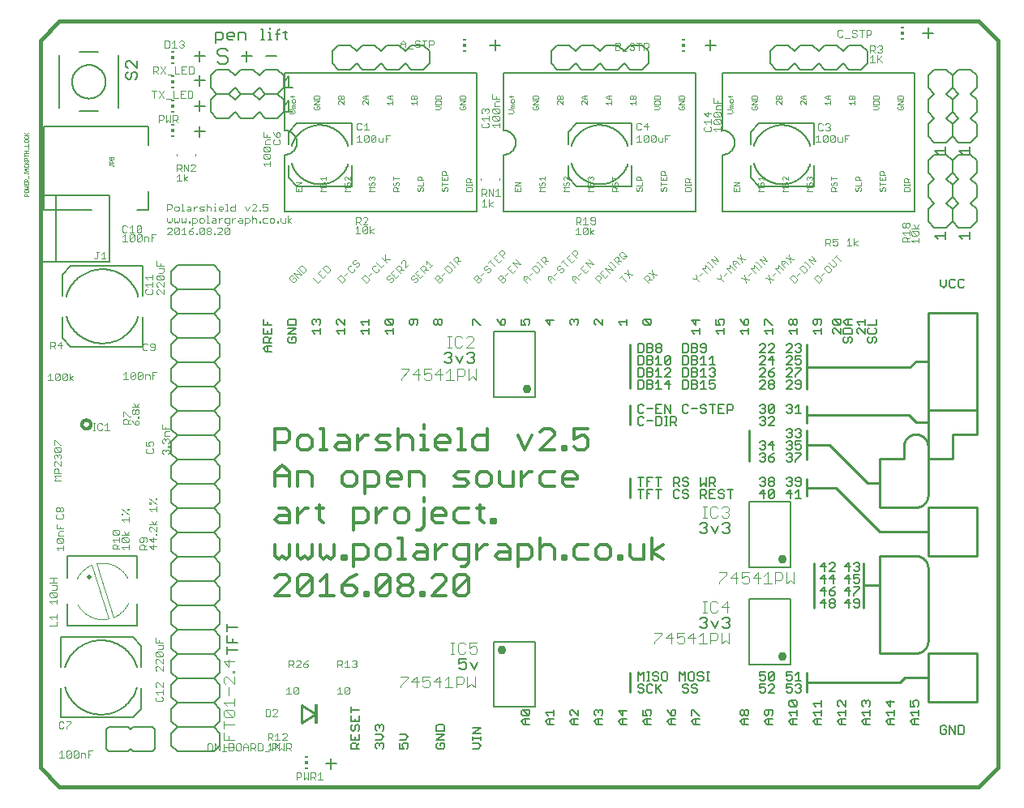
<source format=gto>
G75*
%MOIN*%
%OFA0B0*%
%FSLAX25Y25*%
%IPPOS*%
%LPD*%
%AMOC8*
5,1,8,0,0,1.08239X$1,22.5*
%
%ADD10C,0.01600*%
%ADD11C,0.00600*%
%ADD12C,0.00300*%
%ADD13C,0.00400*%
%ADD14C,0.01200*%
%ADD15C,0.00800*%
%ADD16C,0.00500*%
%ADD17C,0.01000*%
%ADD18R,0.01181X0.00591*%
%ADD19R,0.01181X0.01181*%
%ADD20C,0.00200*%
%ADD21C,0.01969*%
%ADD22C,0.03619*%
%ADD23R,0.01181X0.08268*%
%ADD24C,0.00100*%
D10*
X0016500Y0009674D02*
X0024374Y0001800D01*
X0402327Y0001800D01*
X0410201Y0009674D01*
X0410201Y0308887D01*
X0402327Y0316761D01*
X0024374Y0316761D01*
X0016500Y0308887D01*
X0016500Y0308800D02*
X0016500Y0009800D01*
D11*
X0043500Y0017300D02*
X0044500Y0016300D01*
X0052500Y0016300D01*
X0053500Y0017300D01*
X0054500Y0016300D01*
X0062500Y0016300D01*
X0063500Y0017300D01*
X0063500Y0025300D01*
X0062500Y0026300D01*
X0054500Y0026300D01*
X0053500Y0025300D01*
X0052500Y0026300D01*
X0044500Y0026300D01*
X0043500Y0025300D01*
X0043500Y0017300D01*
X0070358Y0018867D02*
X0070358Y0023867D01*
X0072858Y0026367D01*
X0087858Y0026367D01*
X0090358Y0023867D01*
X0090358Y0018867D01*
X0087858Y0016367D01*
X0072858Y0016367D01*
X0070358Y0018867D01*
X0072858Y0026367D02*
X0070358Y0028867D01*
X0070358Y0033867D01*
X0072858Y0036367D01*
X0087858Y0036367D01*
X0090358Y0033867D01*
X0090358Y0028867D01*
X0087858Y0026367D01*
X0087858Y0036367D02*
X0090358Y0038867D01*
X0090358Y0043867D01*
X0087858Y0046367D01*
X0072858Y0046367D01*
X0070358Y0048867D01*
X0070358Y0053867D01*
X0072858Y0056367D01*
X0087858Y0056367D01*
X0090358Y0053867D01*
X0090358Y0048867D01*
X0087858Y0046367D01*
X0087858Y0056367D02*
X0090358Y0058867D01*
X0090358Y0063867D01*
X0087858Y0066367D01*
X0072858Y0066367D01*
X0070358Y0068867D01*
X0070358Y0073867D01*
X0072858Y0076367D01*
X0087858Y0076367D01*
X0090358Y0073867D01*
X0090358Y0068867D01*
X0087858Y0066367D01*
X0087858Y0076367D02*
X0090358Y0078867D01*
X0090358Y0083867D01*
X0087858Y0086367D01*
X0072858Y0086367D01*
X0070358Y0088867D01*
X0070358Y0093867D01*
X0072858Y0096367D01*
X0087858Y0096367D01*
X0090358Y0093867D01*
X0090358Y0088867D01*
X0087858Y0086367D01*
X0087858Y0096367D02*
X0090358Y0098867D01*
X0090358Y0103867D01*
X0087858Y0106367D01*
X0072858Y0106367D01*
X0070358Y0108867D01*
X0070358Y0113867D01*
X0072858Y0116367D01*
X0087858Y0116367D01*
X0090358Y0113867D01*
X0090358Y0108867D01*
X0087858Y0106367D01*
X0087858Y0116367D02*
X0090358Y0118867D01*
X0090358Y0123867D01*
X0087858Y0126367D01*
X0072858Y0126367D01*
X0070358Y0128867D01*
X0070358Y0133867D01*
X0072858Y0136367D01*
X0087858Y0136367D01*
X0090358Y0133867D01*
X0090358Y0128867D01*
X0087858Y0126367D01*
X0087858Y0136367D02*
X0090358Y0138867D01*
X0090358Y0143867D01*
X0087858Y0146367D01*
X0072858Y0146367D01*
X0070358Y0148867D01*
X0070358Y0153867D01*
X0072858Y0156367D01*
X0087858Y0156367D01*
X0090358Y0153867D01*
X0090358Y0148867D01*
X0087858Y0146367D01*
X0087858Y0156367D02*
X0090358Y0158867D01*
X0090358Y0163867D01*
X0087858Y0166367D01*
X0072858Y0166367D01*
X0070358Y0163867D01*
X0070358Y0158867D01*
X0072858Y0156367D01*
X0072858Y0166367D02*
X0070358Y0168867D01*
X0070358Y0173867D01*
X0072858Y0176367D01*
X0087858Y0176367D01*
X0090358Y0173867D01*
X0090358Y0168867D01*
X0087858Y0166367D01*
X0087858Y0176367D02*
X0090358Y0178867D01*
X0090358Y0183867D01*
X0087858Y0186367D01*
X0072858Y0186367D01*
X0070358Y0183867D01*
X0070358Y0178867D01*
X0072858Y0176367D01*
X0072858Y0186367D02*
X0070358Y0188867D01*
X0070358Y0193867D01*
X0072858Y0196367D01*
X0087858Y0196367D01*
X0090358Y0193867D01*
X0090358Y0188867D01*
X0087858Y0186367D01*
X0087858Y0196367D02*
X0090358Y0198867D01*
X0090358Y0203867D01*
X0087858Y0206367D01*
X0072858Y0206367D01*
X0070358Y0203867D01*
X0070358Y0198867D01*
X0072858Y0196367D01*
X0072858Y0206367D02*
X0070358Y0208867D01*
X0070358Y0213867D01*
X0072858Y0216367D01*
X0087858Y0216367D01*
X0090358Y0213867D01*
X0090358Y0208867D01*
X0087858Y0206367D01*
X0117000Y0238300D02*
X0196000Y0238300D01*
X0196000Y0295300D01*
X0117000Y0295300D01*
X0117000Y0271800D01*
X0114000Y0276800D02*
X0109000Y0276800D01*
X0106500Y0279300D01*
X0104000Y0276800D01*
X0099000Y0276800D01*
X0096500Y0279300D01*
X0094000Y0276800D01*
X0089000Y0276800D01*
X0086500Y0279300D01*
X0086500Y0284300D01*
X0089000Y0286800D01*
X0086500Y0289300D01*
X0086500Y0294300D01*
X0089000Y0296800D01*
X0094000Y0296800D01*
X0096500Y0294300D01*
X0099000Y0296800D01*
X0104000Y0296800D01*
X0106500Y0294300D01*
X0109000Y0296800D01*
X0114000Y0296800D01*
X0116500Y0294300D01*
X0116500Y0289300D01*
X0114000Y0286800D01*
X0109000Y0286800D01*
X0106500Y0289300D01*
X0104000Y0286800D01*
X0099000Y0286800D01*
X0096500Y0289300D01*
X0094000Y0286800D01*
X0089000Y0286800D01*
X0094000Y0286800D01*
X0096500Y0284300D01*
X0099000Y0286800D01*
X0104000Y0286800D01*
X0106500Y0284300D01*
X0109000Y0286800D01*
X0114000Y0286800D01*
X0116500Y0284300D01*
X0116500Y0279300D01*
X0114000Y0276800D01*
X0117000Y0271800D02*
X0117140Y0271798D01*
X0117280Y0271792D01*
X0117420Y0271782D01*
X0117560Y0271769D01*
X0117699Y0271751D01*
X0117838Y0271729D01*
X0117975Y0271704D01*
X0118113Y0271675D01*
X0118249Y0271642D01*
X0118384Y0271605D01*
X0118518Y0271564D01*
X0118651Y0271519D01*
X0118783Y0271471D01*
X0118913Y0271419D01*
X0119042Y0271364D01*
X0119169Y0271305D01*
X0119295Y0271242D01*
X0119419Y0271176D01*
X0119540Y0271107D01*
X0119660Y0271034D01*
X0119778Y0270957D01*
X0119893Y0270878D01*
X0120007Y0270795D01*
X0120117Y0270709D01*
X0120226Y0270620D01*
X0120332Y0270528D01*
X0120435Y0270433D01*
X0120536Y0270336D01*
X0120633Y0270235D01*
X0120728Y0270132D01*
X0120820Y0270026D01*
X0120909Y0269917D01*
X0120995Y0269807D01*
X0121078Y0269693D01*
X0121157Y0269578D01*
X0121234Y0269460D01*
X0121307Y0269340D01*
X0121376Y0269219D01*
X0121442Y0269095D01*
X0121505Y0268969D01*
X0121564Y0268842D01*
X0121619Y0268713D01*
X0121671Y0268583D01*
X0121719Y0268451D01*
X0121764Y0268318D01*
X0121805Y0268184D01*
X0121842Y0268049D01*
X0121875Y0267913D01*
X0121904Y0267775D01*
X0121929Y0267638D01*
X0121951Y0267499D01*
X0121969Y0267360D01*
X0121982Y0267220D01*
X0121992Y0267080D01*
X0121998Y0266940D01*
X0122000Y0266800D01*
X0121998Y0266660D01*
X0121992Y0266520D01*
X0121982Y0266380D01*
X0121969Y0266240D01*
X0121951Y0266101D01*
X0121929Y0265962D01*
X0121904Y0265825D01*
X0121875Y0265687D01*
X0121842Y0265551D01*
X0121805Y0265416D01*
X0121764Y0265282D01*
X0121719Y0265149D01*
X0121671Y0265017D01*
X0121619Y0264887D01*
X0121564Y0264758D01*
X0121505Y0264631D01*
X0121442Y0264505D01*
X0121376Y0264381D01*
X0121307Y0264260D01*
X0121234Y0264140D01*
X0121157Y0264022D01*
X0121078Y0263907D01*
X0120995Y0263793D01*
X0120909Y0263683D01*
X0120820Y0263574D01*
X0120728Y0263468D01*
X0120633Y0263365D01*
X0120536Y0263264D01*
X0120435Y0263167D01*
X0120332Y0263072D01*
X0120226Y0262980D01*
X0120117Y0262891D01*
X0120007Y0262805D01*
X0119893Y0262722D01*
X0119778Y0262643D01*
X0119660Y0262566D01*
X0119540Y0262493D01*
X0119419Y0262424D01*
X0119295Y0262358D01*
X0119169Y0262295D01*
X0119042Y0262236D01*
X0118913Y0262181D01*
X0118783Y0262129D01*
X0118651Y0262081D01*
X0118518Y0262036D01*
X0118384Y0261995D01*
X0118249Y0261958D01*
X0118113Y0261925D01*
X0117975Y0261896D01*
X0117838Y0261871D01*
X0117699Y0261849D01*
X0117560Y0261831D01*
X0117420Y0261818D01*
X0117280Y0261808D01*
X0117140Y0261802D01*
X0117000Y0261800D01*
X0117000Y0238300D01*
X0084200Y0271303D02*
X0079930Y0271303D01*
X0082065Y0273438D02*
X0082065Y0269168D01*
X0082065Y0279668D02*
X0082065Y0283938D01*
X0084200Y0281803D02*
X0079930Y0281803D01*
X0082065Y0290168D02*
X0082065Y0294438D01*
X0084200Y0292303D02*
X0079930Y0292303D01*
X0082065Y0300168D02*
X0082065Y0304438D01*
X0084200Y0302303D02*
X0079930Y0302303D01*
X0088800Y0307632D02*
X0088800Y0312036D01*
X0091002Y0312036D01*
X0091736Y0311302D01*
X0091736Y0309834D01*
X0091002Y0309100D01*
X0088800Y0309100D01*
X0093404Y0309834D02*
X0093404Y0311302D01*
X0094138Y0312036D01*
X0095606Y0312036D01*
X0096340Y0311302D01*
X0096340Y0310568D01*
X0093404Y0310568D01*
X0093404Y0309834D02*
X0094138Y0309100D01*
X0095606Y0309100D01*
X0098008Y0309100D02*
X0098008Y0312036D01*
X0100210Y0312036D01*
X0100944Y0311302D01*
X0100944Y0309100D01*
X0107216Y0309100D02*
X0108684Y0309100D01*
X0107950Y0309100D02*
X0107950Y0313504D01*
X0107216Y0313504D01*
X0110285Y0312036D02*
X0111019Y0312036D01*
X0111019Y0309100D01*
X0110285Y0309100D02*
X0111753Y0309100D01*
X0114088Y0309100D02*
X0114088Y0312770D01*
X0114822Y0313504D01*
X0116424Y0312036D02*
X0117891Y0312036D01*
X0117157Y0312770D02*
X0117157Y0309834D01*
X0117891Y0309100D01*
X0114822Y0311302D02*
X0113354Y0311302D01*
X0111019Y0313504D02*
X0111019Y0314238D01*
X0201430Y0306803D02*
X0205700Y0306803D01*
X0203565Y0308938D02*
X0203565Y0304668D01*
X0207000Y0295300D02*
X0286000Y0295300D01*
X0286000Y0238300D01*
X0207000Y0238300D01*
X0207000Y0261800D01*
X0207140Y0261802D01*
X0207280Y0261808D01*
X0207420Y0261818D01*
X0207560Y0261831D01*
X0207699Y0261849D01*
X0207838Y0261871D01*
X0207975Y0261896D01*
X0208113Y0261925D01*
X0208249Y0261958D01*
X0208384Y0261995D01*
X0208518Y0262036D01*
X0208651Y0262081D01*
X0208783Y0262129D01*
X0208913Y0262181D01*
X0209042Y0262236D01*
X0209169Y0262295D01*
X0209295Y0262358D01*
X0209419Y0262424D01*
X0209540Y0262493D01*
X0209660Y0262566D01*
X0209778Y0262643D01*
X0209893Y0262722D01*
X0210007Y0262805D01*
X0210117Y0262891D01*
X0210226Y0262980D01*
X0210332Y0263072D01*
X0210435Y0263167D01*
X0210536Y0263264D01*
X0210633Y0263365D01*
X0210728Y0263468D01*
X0210820Y0263574D01*
X0210909Y0263683D01*
X0210995Y0263793D01*
X0211078Y0263907D01*
X0211157Y0264022D01*
X0211234Y0264140D01*
X0211307Y0264260D01*
X0211376Y0264381D01*
X0211442Y0264505D01*
X0211505Y0264631D01*
X0211564Y0264758D01*
X0211619Y0264887D01*
X0211671Y0265017D01*
X0211719Y0265149D01*
X0211764Y0265282D01*
X0211805Y0265416D01*
X0211842Y0265551D01*
X0211875Y0265687D01*
X0211904Y0265825D01*
X0211929Y0265962D01*
X0211951Y0266101D01*
X0211969Y0266240D01*
X0211982Y0266380D01*
X0211992Y0266520D01*
X0211998Y0266660D01*
X0212000Y0266800D01*
X0211998Y0266940D01*
X0211992Y0267080D01*
X0211982Y0267220D01*
X0211969Y0267360D01*
X0211951Y0267499D01*
X0211929Y0267638D01*
X0211904Y0267775D01*
X0211875Y0267913D01*
X0211842Y0268049D01*
X0211805Y0268184D01*
X0211764Y0268318D01*
X0211719Y0268451D01*
X0211671Y0268583D01*
X0211619Y0268713D01*
X0211564Y0268842D01*
X0211505Y0268969D01*
X0211442Y0269095D01*
X0211376Y0269219D01*
X0211307Y0269340D01*
X0211234Y0269460D01*
X0211157Y0269578D01*
X0211078Y0269693D01*
X0210995Y0269807D01*
X0210909Y0269917D01*
X0210820Y0270026D01*
X0210728Y0270132D01*
X0210633Y0270235D01*
X0210536Y0270336D01*
X0210435Y0270433D01*
X0210332Y0270528D01*
X0210226Y0270620D01*
X0210117Y0270709D01*
X0210007Y0270795D01*
X0209893Y0270878D01*
X0209778Y0270957D01*
X0209660Y0271034D01*
X0209540Y0271107D01*
X0209419Y0271176D01*
X0209295Y0271242D01*
X0209169Y0271305D01*
X0209042Y0271364D01*
X0208913Y0271419D01*
X0208783Y0271471D01*
X0208651Y0271519D01*
X0208518Y0271564D01*
X0208384Y0271605D01*
X0208249Y0271642D01*
X0208113Y0271675D01*
X0207975Y0271704D01*
X0207838Y0271729D01*
X0207699Y0271751D01*
X0207560Y0271769D01*
X0207420Y0271782D01*
X0207280Y0271792D01*
X0207140Y0271798D01*
X0207000Y0271800D01*
X0207000Y0295300D01*
X0289930Y0306803D02*
X0294200Y0306803D01*
X0292065Y0308938D02*
X0292065Y0304668D01*
X0297000Y0295300D02*
X0376000Y0295300D01*
X0376000Y0238300D01*
X0297000Y0238300D01*
X0297000Y0261800D01*
X0297140Y0261802D01*
X0297280Y0261808D01*
X0297420Y0261818D01*
X0297560Y0261831D01*
X0297699Y0261849D01*
X0297838Y0261871D01*
X0297975Y0261896D01*
X0298113Y0261925D01*
X0298249Y0261958D01*
X0298384Y0261995D01*
X0298518Y0262036D01*
X0298651Y0262081D01*
X0298783Y0262129D01*
X0298913Y0262181D01*
X0299042Y0262236D01*
X0299169Y0262295D01*
X0299295Y0262358D01*
X0299419Y0262424D01*
X0299540Y0262493D01*
X0299660Y0262566D01*
X0299778Y0262643D01*
X0299893Y0262722D01*
X0300007Y0262805D01*
X0300117Y0262891D01*
X0300226Y0262980D01*
X0300332Y0263072D01*
X0300435Y0263167D01*
X0300536Y0263264D01*
X0300633Y0263365D01*
X0300728Y0263468D01*
X0300820Y0263574D01*
X0300909Y0263683D01*
X0300995Y0263793D01*
X0301078Y0263907D01*
X0301157Y0264022D01*
X0301234Y0264140D01*
X0301307Y0264260D01*
X0301376Y0264381D01*
X0301442Y0264505D01*
X0301505Y0264631D01*
X0301564Y0264758D01*
X0301619Y0264887D01*
X0301671Y0265017D01*
X0301719Y0265149D01*
X0301764Y0265282D01*
X0301805Y0265416D01*
X0301842Y0265551D01*
X0301875Y0265687D01*
X0301904Y0265825D01*
X0301929Y0265962D01*
X0301951Y0266101D01*
X0301969Y0266240D01*
X0301982Y0266380D01*
X0301992Y0266520D01*
X0301998Y0266660D01*
X0302000Y0266800D01*
X0301998Y0266940D01*
X0301992Y0267080D01*
X0301982Y0267220D01*
X0301969Y0267360D01*
X0301951Y0267499D01*
X0301929Y0267638D01*
X0301904Y0267775D01*
X0301875Y0267913D01*
X0301842Y0268049D01*
X0301805Y0268184D01*
X0301764Y0268318D01*
X0301719Y0268451D01*
X0301671Y0268583D01*
X0301619Y0268713D01*
X0301564Y0268842D01*
X0301505Y0268969D01*
X0301442Y0269095D01*
X0301376Y0269219D01*
X0301307Y0269340D01*
X0301234Y0269460D01*
X0301157Y0269578D01*
X0301078Y0269693D01*
X0300995Y0269807D01*
X0300909Y0269917D01*
X0300820Y0270026D01*
X0300728Y0270132D01*
X0300633Y0270235D01*
X0300536Y0270336D01*
X0300435Y0270433D01*
X0300332Y0270528D01*
X0300226Y0270620D01*
X0300117Y0270709D01*
X0300007Y0270795D01*
X0299893Y0270878D01*
X0299778Y0270957D01*
X0299660Y0271034D01*
X0299540Y0271107D01*
X0299419Y0271176D01*
X0299295Y0271242D01*
X0299169Y0271305D01*
X0299042Y0271364D01*
X0298913Y0271419D01*
X0298783Y0271471D01*
X0298651Y0271519D01*
X0298518Y0271564D01*
X0298384Y0271605D01*
X0298249Y0271642D01*
X0298113Y0271675D01*
X0297975Y0271704D01*
X0297838Y0271729D01*
X0297699Y0271751D01*
X0297560Y0271769D01*
X0297420Y0271782D01*
X0297280Y0271792D01*
X0297140Y0271798D01*
X0297000Y0271800D01*
X0297000Y0295300D01*
X0379430Y0311803D02*
X0383700Y0311803D01*
X0381565Y0313938D02*
X0381565Y0309668D01*
X0384000Y0296800D02*
X0389000Y0296800D01*
X0391500Y0294300D01*
X0391500Y0289300D01*
X0389000Y0286800D01*
X0391500Y0284300D01*
X0391500Y0279300D01*
X0389000Y0276800D01*
X0391500Y0274300D01*
X0391500Y0269300D01*
X0389000Y0266800D01*
X0384000Y0266800D01*
X0381500Y0269300D01*
X0381500Y0274300D01*
X0384000Y0276800D01*
X0381500Y0279300D01*
X0381500Y0284300D01*
X0384000Y0286800D01*
X0381500Y0289300D01*
X0381500Y0294300D01*
X0384000Y0296800D01*
X0391500Y0294300D02*
X0391500Y0289300D01*
X0394000Y0286800D01*
X0391500Y0284300D01*
X0391500Y0279300D01*
X0394000Y0276800D01*
X0391500Y0274300D01*
X0391500Y0269300D01*
X0394000Y0266800D01*
X0399000Y0266800D01*
X0401500Y0269300D01*
X0401500Y0274300D01*
X0399000Y0276800D01*
X0401500Y0279300D01*
X0401500Y0284300D01*
X0399000Y0286800D01*
X0401500Y0289300D01*
X0401500Y0294300D01*
X0399000Y0296800D01*
X0394000Y0296800D01*
X0391500Y0294300D01*
X0389000Y0261800D02*
X0384000Y0261800D01*
X0381500Y0259300D01*
X0381500Y0254300D01*
X0384000Y0251800D01*
X0381500Y0249300D01*
X0381500Y0244300D01*
X0384000Y0241800D01*
X0381500Y0239300D01*
X0381500Y0234300D01*
X0384000Y0231800D01*
X0389000Y0231800D01*
X0391500Y0234300D01*
X0391500Y0239300D01*
X0389000Y0241800D01*
X0391500Y0244300D01*
X0391500Y0249300D01*
X0389000Y0251800D01*
X0391500Y0254300D01*
X0391500Y0259300D01*
X0389000Y0261800D01*
X0391500Y0259300D02*
X0394000Y0261800D01*
X0399000Y0261800D01*
X0401500Y0259300D01*
X0401500Y0254300D01*
X0399000Y0251800D01*
X0401500Y0249300D01*
X0401500Y0244300D01*
X0399000Y0241800D01*
X0401500Y0239300D01*
X0401500Y0234300D01*
X0399000Y0231800D01*
X0394000Y0231800D01*
X0391500Y0234300D01*
X0391500Y0239300D01*
X0394000Y0241800D01*
X0391500Y0244300D01*
X0391500Y0249300D01*
X0394000Y0251800D01*
X0391500Y0254300D01*
X0391500Y0259300D01*
X0299210Y0110504D02*
X0299944Y0109770D01*
X0299944Y0109036D01*
X0299210Y0108302D01*
X0299944Y0107568D01*
X0299944Y0106834D01*
X0299210Y0106100D01*
X0297742Y0106100D01*
X0297008Y0106834D01*
X0298476Y0108302D02*
X0299210Y0108302D01*
X0299210Y0110504D02*
X0297742Y0110504D01*
X0297008Y0109770D01*
X0295340Y0109036D02*
X0293872Y0106100D01*
X0292404Y0109036D01*
X0290736Y0109036D02*
X0290002Y0108302D01*
X0290736Y0107568D01*
X0290736Y0106834D01*
X0290002Y0106100D01*
X0288534Y0106100D01*
X0287800Y0106834D01*
X0289268Y0108302D02*
X0290002Y0108302D01*
X0290736Y0109036D02*
X0290736Y0109770D01*
X0290002Y0110504D01*
X0288534Y0110504D01*
X0287800Y0109770D01*
X0288534Y0071504D02*
X0287800Y0070770D01*
X0288534Y0071504D02*
X0290002Y0071504D01*
X0290736Y0070770D01*
X0290736Y0070036D01*
X0290002Y0069302D01*
X0290736Y0068568D01*
X0290736Y0067834D01*
X0290002Y0067100D01*
X0288534Y0067100D01*
X0287800Y0067834D01*
X0289268Y0069302D02*
X0290002Y0069302D01*
X0292404Y0070036D02*
X0293872Y0067100D01*
X0295340Y0070036D01*
X0297008Y0070770D02*
X0297742Y0071504D01*
X0299210Y0071504D01*
X0299944Y0070770D01*
X0299944Y0070036D01*
X0299210Y0069302D01*
X0299944Y0068568D01*
X0299944Y0067834D01*
X0299210Y0067100D01*
X0297742Y0067100D01*
X0297008Y0067834D01*
X0298476Y0069302D02*
X0299210Y0069302D01*
X0196340Y0053036D02*
X0194872Y0050100D01*
X0193404Y0053036D01*
X0191736Y0052302D02*
X0191736Y0050834D01*
X0191002Y0050100D01*
X0189534Y0050100D01*
X0188800Y0050834D01*
X0188800Y0052302D02*
X0190268Y0053036D01*
X0191002Y0053036D01*
X0191736Y0052302D01*
X0191736Y0054504D02*
X0188800Y0054504D01*
X0188800Y0052302D01*
X0138200Y0011303D02*
X0133930Y0011303D01*
X0136065Y0013438D02*
X0136065Y0009168D01*
X0072858Y0036367D02*
X0070358Y0038867D01*
X0070358Y0043867D01*
X0072858Y0046367D01*
X0072858Y0056367D02*
X0070358Y0058867D01*
X0070358Y0063867D01*
X0072858Y0066367D01*
X0072858Y0076367D02*
X0070358Y0078867D01*
X0070358Y0083867D01*
X0072858Y0086367D01*
X0072858Y0096367D02*
X0070358Y0098867D01*
X0070358Y0103867D01*
X0072858Y0106367D01*
X0072858Y0116367D02*
X0070358Y0118867D01*
X0070358Y0123867D01*
X0072858Y0126367D01*
X0072858Y0136367D02*
X0070358Y0138867D01*
X0070358Y0143867D01*
X0072858Y0146367D01*
X0182800Y0176834D02*
X0183534Y0176100D01*
X0185002Y0176100D01*
X0185736Y0176834D01*
X0185736Y0177568D01*
X0185002Y0178302D01*
X0184268Y0178302D01*
X0185002Y0178302D02*
X0185736Y0179036D01*
X0185736Y0179770D01*
X0185002Y0180504D01*
X0183534Y0180504D01*
X0182800Y0179770D01*
X0187404Y0179036D02*
X0188872Y0176100D01*
X0190340Y0179036D01*
X0192008Y0179770D02*
X0192742Y0180504D01*
X0194210Y0180504D01*
X0194944Y0179770D01*
X0194944Y0179036D01*
X0194210Y0178302D01*
X0194944Y0177568D01*
X0194944Y0176834D01*
X0194210Y0176100D01*
X0192742Y0176100D01*
X0192008Y0176834D01*
X0193476Y0178302D02*
X0194210Y0178302D01*
D12*
X0236650Y0228950D02*
X0238585Y0228950D01*
X0237617Y0228950D02*
X0237617Y0231852D01*
X0236650Y0230885D01*
X0236810Y0233250D02*
X0236810Y0236152D01*
X0238262Y0236152D01*
X0238745Y0235669D01*
X0238745Y0234701D01*
X0238262Y0234217D01*
X0236810Y0234217D01*
X0237778Y0234217D02*
X0238745Y0233250D01*
X0239757Y0233250D02*
X0241692Y0233250D01*
X0240724Y0233250D02*
X0240724Y0236152D01*
X0239757Y0235185D01*
X0242703Y0235185D02*
X0242703Y0235669D01*
X0243187Y0236152D01*
X0244155Y0236152D01*
X0244638Y0235669D01*
X0244638Y0233734D01*
X0244155Y0233250D01*
X0243187Y0233250D01*
X0242703Y0233734D01*
X0243187Y0234701D02*
X0244638Y0234701D01*
X0243187Y0234701D02*
X0242703Y0235185D01*
X0242543Y0231852D02*
X0242543Y0228950D01*
X0242543Y0229917D02*
X0243994Y0228950D01*
X0242543Y0229917D02*
X0243994Y0230885D01*
X0241531Y0231369D02*
X0239597Y0229434D01*
X0240080Y0228950D01*
X0241048Y0228950D01*
X0241531Y0229434D01*
X0241531Y0231369D01*
X0241048Y0231852D01*
X0240080Y0231852D01*
X0239597Y0231369D01*
X0239597Y0229434D01*
X0205728Y0244700D02*
X0203793Y0244700D01*
X0204761Y0244700D02*
X0204761Y0247602D01*
X0203793Y0246635D01*
X0202781Y0247602D02*
X0202781Y0244700D01*
X0200847Y0247602D01*
X0200847Y0244700D01*
X0199835Y0244700D02*
X0198867Y0245667D01*
X0199351Y0245667D02*
X0197900Y0245667D01*
X0197900Y0244700D02*
X0197900Y0247602D01*
X0199351Y0247602D01*
X0199835Y0247119D01*
X0199835Y0246151D01*
X0199351Y0245667D01*
X0199117Y0243352D02*
X0199117Y0240450D01*
X0198150Y0240450D02*
X0200085Y0240450D01*
X0201097Y0240450D02*
X0201097Y0243352D01*
X0202548Y0242385D02*
X0201097Y0241417D01*
X0202548Y0240450D01*
X0199117Y0243352D02*
X0198150Y0242385D01*
X0198431Y0272950D02*
X0200366Y0272950D01*
X0200850Y0273434D01*
X0200850Y0274401D01*
X0200366Y0274885D01*
X0200850Y0275897D02*
X0200850Y0277831D01*
X0200850Y0276864D02*
X0197948Y0276864D01*
X0198915Y0275897D01*
X0198431Y0274885D02*
X0197948Y0274401D01*
X0197948Y0273434D01*
X0198431Y0272950D01*
X0202448Y0273917D02*
X0205350Y0273917D01*
X0205350Y0272950D02*
X0205350Y0274885D01*
X0204866Y0275897D02*
X0202931Y0277831D01*
X0204866Y0277831D01*
X0205350Y0277348D01*
X0205350Y0276380D01*
X0204866Y0275897D01*
X0202931Y0275897D01*
X0202448Y0276380D01*
X0202448Y0277348D01*
X0202931Y0277831D01*
X0202931Y0278843D02*
X0202448Y0279327D01*
X0202448Y0280294D01*
X0202931Y0280778D01*
X0204866Y0278843D01*
X0205350Y0279327D01*
X0205350Y0280294D01*
X0204866Y0280778D01*
X0202931Y0280778D01*
X0203415Y0281790D02*
X0203415Y0283241D01*
X0203899Y0283725D01*
X0205350Y0283725D01*
X0205350Y0284736D02*
X0202448Y0284736D01*
X0202448Y0286671D01*
X0203899Y0285704D02*
X0203899Y0284736D01*
X0203415Y0281790D02*
X0205350Y0281790D01*
X0204866Y0278843D02*
X0202931Y0278843D01*
X0200850Y0279327D02*
X0200366Y0278843D01*
X0200850Y0279327D02*
X0200850Y0280294D01*
X0200366Y0280778D01*
X0199883Y0280778D01*
X0199399Y0280294D01*
X0199399Y0279811D01*
X0199399Y0280294D02*
X0198915Y0280778D01*
X0198431Y0280778D01*
X0197948Y0280294D01*
X0197948Y0279327D01*
X0198431Y0278843D01*
X0202448Y0273917D02*
X0203415Y0272950D01*
X0177887Y0306917D02*
X0176436Y0306917D01*
X0176436Y0305950D02*
X0176436Y0308852D01*
X0177887Y0308852D01*
X0178371Y0308369D01*
X0178371Y0307401D01*
X0177887Y0306917D01*
X0175425Y0308852D02*
X0173490Y0308852D01*
X0174457Y0308852D02*
X0174457Y0305950D01*
X0172478Y0306434D02*
X0171994Y0305950D01*
X0171027Y0305950D01*
X0170543Y0306434D01*
X0171027Y0307401D02*
X0171994Y0307401D01*
X0172478Y0306917D01*
X0172478Y0306434D01*
X0171027Y0307401D02*
X0170543Y0307885D01*
X0170543Y0308369D01*
X0171027Y0308852D01*
X0171994Y0308852D01*
X0172478Y0308369D01*
X0169531Y0305466D02*
X0167597Y0305466D01*
X0166585Y0305950D02*
X0166585Y0307885D01*
X0165617Y0308852D01*
X0164650Y0307885D01*
X0164650Y0305950D01*
X0164650Y0307401D02*
X0166585Y0307401D01*
X0115050Y0270455D02*
X0114566Y0270938D01*
X0114083Y0270938D01*
X0113599Y0270455D01*
X0113599Y0269003D01*
X0114566Y0269003D01*
X0115050Y0269487D01*
X0115050Y0270455D01*
X0113599Y0269003D02*
X0112631Y0269971D01*
X0112148Y0270938D01*
X0111050Y0269003D02*
X0108148Y0269003D01*
X0108148Y0270938D01*
X0109599Y0269971D02*
X0109599Y0269003D01*
X0109599Y0267992D02*
X0111050Y0267992D01*
X0112148Y0267508D02*
X0112148Y0266541D01*
X0112631Y0266057D01*
X0114566Y0266057D01*
X0115050Y0266541D01*
X0115050Y0267508D01*
X0114566Y0267992D01*
X0112631Y0267992D02*
X0112148Y0267508D01*
X0111050Y0266057D02*
X0109115Y0266057D01*
X0109115Y0267508D01*
X0109599Y0267992D01*
X0110566Y0265045D02*
X0111050Y0264562D01*
X0111050Y0263594D01*
X0110566Y0263110D01*
X0108631Y0265045D01*
X0110566Y0265045D01*
X0110566Y0263110D02*
X0108631Y0263110D01*
X0108148Y0263594D01*
X0108148Y0264562D01*
X0108631Y0265045D01*
X0108631Y0262099D02*
X0110566Y0260164D01*
X0111050Y0260648D01*
X0111050Y0261615D01*
X0110566Y0262099D01*
X0108631Y0262099D01*
X0108148Y0261615D01*
X0108148Y0260648D01*
X0108631Y0260164D01*
X0110566Y0260164D01*
X0111050Y0259152D02*
X0111050Y0257217D01*
X0111050Y0258185D02*
X0108148Y0258185D01*
X0109115Y0257217D01*
X0080388Y0257419D02*
X0079905Y0257902D01*
X0078937Y0257902D01*
X0078453Y0257419D01*
X0077442Y0257902D02*
X0077442Y0255000D01*
X0075507Y0257902D01*
X0075507Y0255000D01*
X0074495Y0255000D02*
X0073528Y0255967D01*
X0074012Y0255967D02*
X0072560Y0255967D01*
X0072560Y0255000D02*
X0072560Y0257902D01*
X0074012Y0257902D01*
X0074495Y0257419D01*
X0074495Y0256451D01*
X0074012Y0255967D01*
X0073617Y0253852D02*
X0073617Y0250950D01*
X0072650Y0250950D02*
X0074585Y0250950D01*
X0075597Y0250950D02*
X0075597Y0253852D01*
X0077048Y0252885D02*
X0075597Y0251917D01*
X0077048Y0250950D01*
X0078453Y0255000D02*
X0080388Y0256935D01*
X0080388Y0257419D01*
X0080388Y0255000D02*
X0078453Y0255000D01*
X0073617Y0253852D02*
X0072650Y0252885D01*
X0057592Y0232708D02*
X0058075Y0232224D01*
X0056140Y0230289D01*
X0056624Y0229805D01*
X0057592Y0229805D01*
X0058075Y0230289D01*
X0058075Y0232224D01*
X0057592Y0232708D02*
X0056624Y0232708D01*
X0056140Y0232224D01*
X0056140Y0230289D01*
X0055129Y0229805D02*
X0053194Y0229805D01*
X0053785Y0229133D02*
X0054752Y0229133D01*
X0055236Y0228649D01*
X0053301Y0226714D01*
X0053785Y0226230D01*
X0054752Y0226230D01*
X0055236Y0226714D01*
X0055236Y0228649D01*
X0056247Y0228649D02*
X0056731Y0229133D01*
X0057699Y0229133D01*
X0058182Y0228649D01*
X0056247Y0226714D01*
X0056731Y0226230D01*
X0057699Y0226230D01*
X0058182Y0226714D01*
X0058182Y0228649D01*
X0059194Y0228165D02*
X0060645Y0228165D01*
X0061129Y0227682D01*
X0061129Y0226230D01*
X0062140Y0226230D02*
X0062140Y0229133D01*
X0064075Y0229133D01*
X0063108Y0227682D02*
X0062140Y0227682D01*
X0059194Y0228165D02*
X0059194Y0226230D01*
X0056247Y0226714D02*
X0056247Y0228649D01*
X0054161Y0229805D02*
X0054161Y0232708D01*
X0053194Y0231740D01*
X0052182Y0232224D02*
X0051699Y0232708D01*
X0050731Y0232708D01*
X0050247Y0232224D01*
X0050247Y0230289D01*
X0050731Y0229805D01*
X0051699Y0229805D01*
X0052182Y0230289D01*
X0051322Y0229133D02*
X0051322Y0226230D01*
X0052289Y0226230D02*
X0050354Y0226230D01*
X0050354Y0228165D02*
X0051322Y0229133D01*
X0053301Y0228649D02*
X0053785Y0229133D01*
X0053301Y0228649D02*
X0053301Y0226714D01*
X0042482Y0221838D02*
X0042482Y0218935D01*
X0041515Y0218935D02*
X0043449Y0218935D01*
X0041515Y0220870D02*
X0042482Y0221838D01*
X0040503Y0221838D02*
X0039535Y0221838D01*
X0040019Y0221838D02*
X0040019Y0219419D01*
X0039535Y0218935D01*
X0039052Y0218935D01*
X0038568Y0219419D01*
X0059751Y0211409D02*
X0062653Y0211409D01*
X0062653Y0212376D02*
X0062653Y0210441D01*
X0062653Y0209430D02*
X0062653Y0207495D01*
X0062653Y0208462D02*
X0059751Y0208462D01*
X0060718Y0207495D01*
X0060234Y0206483D02*
X0059751Y0206000D01*
X0059751Y0205032D01*
X0060234Y0204548D01*
X0062169Y0204548D01*
X0062653Y0205032D01*
X0062653Y0206000D01*
X0062169Y0206483D01*
X0064361Y0205862D02*
X0064361Y0204894D01*
X0064845Y0204411D01*
X0064361Y0205862D02*
X0064845Y0206346D01*
X0065328Y0206346D01*
X0067263Y0204411D01*
X0067263Y0206346D01*
X0067263Y0207357D02*
X0065328Y0209292D01*
X0064845Y0209292D01*
X0064361Y0208808D01*
X0064361Y0207841D01*
X0064845Y0207357D01*
X0067263Y0207357D02*
X0067263Y0209292D01*
X0066780Y0210304D02*
X0064845Y0212239D01*
X0066780Y0212239D01*
X0067263Y0211755D01*
X0067263Y0210787D01*
X0066780Y0210304D01*
X0064845Y0210304D01*
X0064361Y0210787D01*
X0064361Y0211755D01*
X0064845Y0212239D01*
X0065328Y0213250D02*
X0066780Y0213250D01*
X0067263Y0213734D01*
X0067263Y0215185D01*
X0065328Y0215185D01*
X0065812Y0216197D02*
X0065812Y0217164D01*
X0064361Y0216197D02*
X0064361Y0218132D01*
X0064361Y0216197D02*
X0067263Y0216197D01*
X0060718Y0210441D02*
X0059751Y0211409D01*
X0060145Y0184208D02*
X0059178Y0184208D01*
X0058694Y0183724D01*
X0058694Y0181789D01*
X0059178Y0181305D01*
X0060145Y0181305D01*
X0060629Y0181789D01*
X0061640Y0181789D02*
X0062124Y0181305D01*
X0063092Y0181305D01*
X0063575Y0181789D01*
X0063575Y0183724D01*
X0063092Y0184208D01*
X0062124Y0184208D01*
X0061640Y0183724D01*
X0061640Y0183240D01*
X0062124Y0182756D01*
X0063575Y0182756D01*
X0060629Y0183724D02*
X0060145Y0184208D01*
X0058057Y0172372D02*
X0058541Y0171888D01*
X0056606Y0169953D01*
X0057090Y0169470D01*
X0058057Y0169470D01*
X0058541Y0169953D01*
X0058541Y0171888D01*
X0058057Y0172372D02*
X0057090Y0172372D01*
X0056606Y0171888D01*
X0056606Y0169953D01*
X0055594Y0169953D02*
X0055111Y0169470D01*
X0054143Y0169470D01*
X0053660Y0169953D01*
X0055594Y0171888D01*
X0055594Y0169953D01*
X0053660Y0169953D02*
X0053660Y0171888D01*
X0054143Y0172372D01*
X0055111Y0172372D01*
X0055594Y0171888D01*
X0052648Y0169470D02*
X0050713Y0169470D01*
X0051680Y0169470D02*
X0051680Y0172372D01*
X0050713Y0171405D01*
X0059553Y0171405D02*
X0059553Y0169470D01*
X0061488Y0169470D02*
X0061488Y0170921D01*
X0061004Y0171405D01*
X0059553Y0171405D01*
X0062499Y0170921D02*
X0063467Y0170921D01*
X0064434Y0172372D02*
X0062499Y0172372D01*
X0062499Y0169470D01*
X0057050Y0159446D02*
X0056083Y0157995D01*
X0055115Y0159446D01*
X0054148Y0157995D02*
X0057050Y0157995D01*
X0056566Y0156983D02*
X0057050Y0156499D01*
X0057050Y0155532D01*
X0056566Y0155048D01*
X0056083Y0155048D01*
X0055599Y0155532D01*
X0055599Y0156499D01*
X0056083Y0156983D01*
X0056566Y0156983D01*
X0055599Y0156499D02*
X0055115Y0156983D01*
X0054631Y0156983D01*
X0054148Y0156499D01*
X0054148Y0155532D01*
X0054631Y0155048D01*
X0055115Y0155048D01*
X0055599Y0155532D01*
X0056566Y0154059D02*
X0057050Y0154059D01*
X0057050Y0153575D01*
X0056566Y0153575D01*
X0056566Y0154059D01*
X0056566Y0152563D02*
X0056083Y0152563D01*
X0055599Y0152080D01*
X0055599Y0150628D01*
X0056566Y0150628D01*
X0057050Y0151112D01*
X0057050Y0152080D01*
X0056566Y0152563D01*
X0054631Y0151596D02*
X0055599Y0150628D01*
X0054631Y0151596D02*
X0054148Y0152563D01*
X0053550Y0152992D02*
X0052583Y0152024D01*
X0052583Y0152508D02*
X0052583Y0151057D01*
X0053550Y0151057D02*
X0050648Y0151057D01*
X0050648Y0152508D01*
X0051131Y0152992D01*
X0052099Y0152992D01*
X0052583Y0152508D01*
X0053066Y0154003D02*
X0053550Y0154003D01*
X0053066Y0154003D02*
X0051131Y0155938D01*
X0050648Y0155938D01*
X0050648Y0154003D01*
X0044028Y0151352D02*
X0044028Y0148450D01*
X0043061Y0148450D02*
X0044996Y0148450D01*
X0043061Y0150385D02*
X0044028Y0151352D01*
X0042049Y0150869D02*
X0041566Y0151352D01*
X0040598Y0151352D01*
X0040114Y0150869D01*
X0040114Y0148934D01*
X0040598Y0148450D01*
X0041566Y0148450D01*
X0042049Y0148934D01*
X0039117Y0148450D02*
X0038150Y0148450D01*
X0038634Y0148450D02*
X0038634Y0151352D01*
X0039117Y0151352D02*
X0038150Y0151352D01*
X0025050Y0142503D02*
X0024566Y0142503D01*
X0022631Y0144438D01*
X0022148Y0144438D01*
X0022148Y0142503D01*
X0022631Y0141492D02*
X0024566Y0139557D01*
X0025050Y0140041D01*
X0025050Y0141008D01*
X0024566Y0141492D01*
X0022631Y0141492D01*
X0022148Y0141008D01*
X0022148Y0140041D01*
X0022631Y0139557D01*
X0024566Y0139557D01*
X0024566Y0138545D02*
X0025050Y0138062D01*
X0025050Y0137094D01*
X0024566Y0136610D01*
X0025050Y0135599D02*
X0025050Y0133664D01*
X0023115Y0135599D01*
X0022631Y0135599D01*
X0022148Y0135115D01*
X0022148Y0134148D01*
X0022631Y0133664D01*
X0022631Y0132652D02*
X0023599Y0132652D01*
X0024083Y0132169D01*
X0024083Y0130717D01*
X0025050Y0130717D02*
X0022148Y0130717D01*
X0022148Y0132169D01*
X0022631Y0132652D01*
X0022148Y0129706D02*
X0025050Y0129706D01*
X0025050Y0127771D02*
X0022148Y0127771D01*
X0023115Y0128738D01*
X0022148Y0129706D01*
X0022631Y0136610D02*
X0022148Y0137094D01*
X0022148Y0138062D01*
X0022631Y0138545D01*
X0023115Y0138545D01*
X0023599Y0138062D01*
X0024083Y0138545D01*
X0024566Y0138545D01*
X0023599Y0138062D02*
X0023599Y0137578D01*
X0023576Y0116875D02*
X0024060Y0116875D01*
X0024544Y0116392D01*
X0024544Y0115424D01*
X0024060Y0114940D01*
X0023576Y0114940D01*
X0023092Y0115424D01*
X0023092Y0116392D01*
X0023576Y0116875D01*
X0024544Y0116392D02*
X0025027Y0116875D01*
X0025511Y0116875D01*
X0025995Y0116392D01*
X0025995Y0115424D01*
X0025511Y0114940D01*
X0025027Y0114940D01*
X0024544Y0115424D01*
X0025511Y0113929D02*
X0025995Y0113445D01*
X0025995Y0112478D01*
X0025511Y0111994D01*
X0023576Y0111994D01*
X0023092Y0112478D01*
X0023092Y0113445D01*
X0023576Y0113929D01*
X0023167Y0109875D02*
X0023167Y0107940D01*
X0026070Y0107940D01*
X0026070Y0106929D02*
X0024618Y0106929D01*
X0024135Y0106445D01*
X0024135Y0104994D01*
X0026070Y0104994D01*
X0025586Y0103982D02*
X0023651Y0103982D01*
X0025586Y0102047D01*
X0026070Y0102531D01*
X0026070Y0103499D01*
X0025586Y0103982D01*
X0025586Y0102047D02*
X0023651Y0102047D01*
X0023167Y0102531D01*
X0023167Y0103499D01*
X0023651Y0103982D01*
X0026070Y0101036D02*
X0026070Y0099101D01*
X0026070Y0100068D02*
X0023167Y0100068D01*
X0024135Y0099101D01*
X0024618Y0107940D02*
X0024618Y0108908D01*
X0046148Y0106955D02*
X0046631Y0107438D01*
X0048566Y0105503D01*
X0049050Y0105987D01*
X0049050Y0106955D01*
X0048566Y0107438D01*
X0046631Y0107438D01*
X0046148Y0106955D02*
X0046148Y0105987D01*
X0046631Y0105503D01*
X0048566Y0105503D01*
X0049050Y0104492D02*
X0049050Y0102557D01*
X0049948Y0102880D02*
X0049948Y0103848D01*
X0050431Y0104331D01*
X0052366Y0102397D01*
X0052850Y0102880D01*
X0052850Y0103848D01*
X0052366Y0104331D01*
X0050431Y0104331D01*
X0049948Y0105343D02*
X0052850Y0105343D01*
X0051883Y0105343D02*
X0050915Y0106794D01*
X0051883Y0105343D02*
X0052850Y0106794D01*
X0052850Y0110745D02*
X0052850Y0112680D01*
X0052850Y0111712D02*
X0049948Y0111712D01*
X0050915Y0110745D01*
X0050431Y0113691D02*
X0049948Y0113691D01*
X0049948Y0114175D01*
X0050431Y0114175D01*
X0050431Y0113691D01*
X0052850Y0113691D02*
X0049948Y0116110D01*
X0052366Y0116110D02*
X0052850Y0116110D01*
X0052850Y0115626D01*
X0052366Y0115626D01*
X0052366Y0116110D01*
X0061448Y0116132D02*
X0064350Y0116132D01*
X0064350Y0115165D02*
X0064350Y0117100D01*
X0064350Y0118111D02*
X0061448Y0120530D01*
X0061448Y0118595D02*
X0061931Y0118595D01*
X0061931Y0118111D01*
X0061448Y0118111D01*
X0061448Y0118595D01*
X0061448Y0116132D02*
X0062415Y0115165D01*
X0062415Y0111214D02*
X0063383Y0109763D01*
X0064350Y0111214D01*
X0064350Y0109763D02*
X0061448Y0109763D01*
X0061931Y0108751D02*
X0061448Y0108268D01*
X0061448Y0107300D01*
X0061931Y0106816D01*
X0061931Y0108751D02*
X0062415Y0108751D01*
X0064350Y0106816D01*
X0064350Y0108751D01*
X0064350Y0105827D02*
X0064350Y0105343D01*
X0063866Y0105343D01*
X0063866Y0105827D01*
X0064350Y0105827D01*
X0064350Y0103848D02*
X0061448Y0103848D01*
X0062899Y0102397D01*
X0062899Y0104331D01*
X0060350Y0103848D02*
X0059866Y0104331D01*
X0057931Y0104331D01*
X0057448Y0103848D01*
X0057448Y0102880D01*
X0057931Y0102397D01*
X0058415Y0102397D01*
X0058899Y0102880D01*
X0058899Y0104331D01*
X0060350Y0103848D02*
X0060350Y0102880D01*
X0059866Y0102397D01*
X0060350Y0101385D02*
X0059383Y0100417D01*
X0059383Y0100901D02*
X0059383Y0099450D01*
X0060350Y0099450D02*
X0057448Y0099450D01*
X0057448Y0100901D01*
X0057931Y0101385D01*
X0058899Y0101385D01*
X0059383Y0100901D01*
X0061448Y0100901D02*
X0062899Y0099450D01*
X0062899Y0101385D01*
X0064350Y0100901D02*
X0061448Y0100901D01*
X0052850Y0100417D02*
X0049948Y0100417D01*
X0050915Y0099450D01*
X0049050Y0099610D02*
X0046148Y0099610D01*
X0046148Y0101062D01*
X0046631Y0101545D01*
X0047599Y0101545D01*
X0048083Y0101062D01*
X0048083Y0099610D01*
X0048083Y0100578D02*
X0049050Y0101545D01*
X0049948Y0102880D02*
X0050431Y0102397D01*
X0052366Y0102397D01*
X0052850Y0101385D02*
X0052850Y0099450D01*
X0049050Y0103524D02*
X0046148Y0103524D01*
X0047115Y0102557D01*
X0063866Y0120046D02*
X0063866Y0120530D01*
X0064350Y0120530D01*
X0064350Y0120046D01*
X0063866Y0120046D01*
X0067151Y0138628D02*
X0066667Y0139111D01*
X0066667Y0140079D01*
X0067151Y0140563D01*
X0067635Y0140563D01*
X0068118Y0140079D01*
X0068602Y0140563D01*
X0069086Y0140563D01*
X0069570Y0140079D01*
X0069570Y0139111D01*
X0069086Y0138628D01*
X0068118Y0139595D02*
X0068118Y0140079D01*
X0069086Y0141574D02*
X0069086Y0142058D01*
X0069570Y0142058D01*
X0069570Y0141574D01*
X0069086Y0141574D01*
X0069086Y0143047D02*
X0069570Y0143531D01*
X0069570Y0144499D01*
X0069086Y0144982D01*
X0068602Y0144982D01*
X0068118Y0144499D01*
X0068118Y0144015D01*
X0068118Y0144499D02*
X0067635Y0144982D01*
X0067151Y0144982D01*
X0066667Y0144499D01*
X0066667Y0143531D01*
X0067151Y0143047D01*
X0067635Y0145994D02*
X0067635Y0147445D01*
X0068118Y0147929D01*
X0069570Y0147929D01*
X0069570Y0148940D02*
X0066667Y0148940D01*
X0066667Y0150875D01*
X0068118Y0149908D02*
X0068118Y0148940D01*
X0067635Y0145994D02*
X0069570Y0145994D01*
X0062995Y0143392D02*
X0062995Y0142424D01*
X0062511Y0141940D01*
X0061544Y0141940D02*
X0061060Y0142908D01*
X0061060Y0143392D01*
X0061544Y0143875D01*
X0062511Y0143875D01*
X0062995Y0143392D01*
X0061544Y0141940D02*
X0060092Y0141940D01*
X0060092Y0143875D01*
X0060576Y0140929D02*
X0060092Y0140445D01*
X0060092Y0139478D01*
X0060576Y0138994D01*
X0062511Y0138994D01*
X0062995Y0139478D01*
X0062995Y0140445D01*
X0062511Y0140929D01*
X0029941Y0168950D02*
X0028490Y0169917D01*
X0029941Y0170885D01*
X0028490Y0171852D02*
X0028490Y0168950D01*
X0027478Y0169434D02*
X0026994Y0168950D01*
X0026027Y0168950D01*
X0025543Y0169434D01*
X0027478Y0171369D01*
X0027478Y0169434D01*
X0027478Y0171369D02*
X0026994Y0171852D01*
X0026027Y0171852D01*
X0025543Y0171369D01*
X0025543Y0169434D01*
X0024531Y0169434D02*
X0024531Y0171369D01*
X0022597Y0169434D01*
X0023080Y0168950D01*
X0024048Y0168950D01*
X0024531Y0169434D01*
X0022597Y0169434D02*
X0022597Y0171369D01*
X0023080Y0171852D01*
X0024048Y0171852D01*
X0024531Y0171369D01*
X0021585Y0168950D02*
X0019650Y0168950D01*
X0020617Y0168950D02*
X0020617Y0171852D01*
X0019650Y0170885D01*
X0020650Y0181950D02*
X0020650Y0184852D01*
X0022101Y0184852D01*
X0022585Y0184369D01*
X0022585Y0183401D01*
X0022101Y0182917D01*
X0020650Y0182917D01*
X0021617Y0182917D02*
X0022585Y0181950D01*
X0023597Y0183401D02*
X0025531Y0183401D01*
X0025048Y0181950D02*
X0025048Y0184852D01*
X0023597Y0183401D01*
X0065213Y0275170D02*
X0065213Y0278073D01*
X0066664Y0278073D01*
X0067148Y0277589D01*
X0067148Y0276622D01*
X0066664Y0276138D01*
X0065213Y0276138D01*
X0068160Y0275170D02*
X0068160Y0278073D01*
X0070094Y0278073D02*
X0070094Y0275170D01*
X0069127Y0276138D01*
X0068160Y0275170D01*
X0071106Y0275170D02*
X0071106Y0278073D01*
X0072557Y0278073D01*
X0073041Y0277589D01*
X0073041Y0276622D01*
X0072557Y0276138D01*
X0071106Y0276138D01*
X0072074Y0276138D02*
X0073041Y0275170D01*
X0070299Y0284766D02*
X0068364Y0284766D01*
X0067352Y0285250D02*
X0065417Y0288152D01*
X0064406Y0288152D02*
X0062471Y0288152D01*
X0063438Y0288152D02*
X0063438Y0285250D01*
X0065417Y0285250D02*
X0067352Y0288152D01*
X0071310Y0288152D02*
X0071310Y0285250D01*
X0073245Y0285250D01*
X0074257Y0285250D02*
X0076192Y0285250D01*
X0077203Y0285250D02*
X0078655Y0285250D01*
X0079138Y0285734D01*
X0079138Y0287669D01*
X0078655Y0288152D01*
X0077203Y0288152D01*
X0077203Y0285250D01*
X0075224Y0286701D02*
X0074257Y0286701D01*
X0074257Y0288152D02*
X0074257Y0285250D01*
X0074257Y0288152D02*
X0076192Y0288152D01*
X0076692Y0295250D02*
X0074757Y0295250D01*
X0074757Y0298152D01*
X0076692Y0298152D01*
X0077703Y0298152D02*
X0079155Y0298152D01*
X0079638Y0297669D01*
X0079638Y0295734D01*
X0079155Y0295250D01*
X0077703Y0295250D01*
X0077703Y0298152D01*
X0075724Y0296701D02*
X0074757Y0296701D01*
X0073745Y0295250D02*
X0071810Y0295250D01*
X0071810Y0298152D01*
X0070799Y0294766D02*
X0068864Y0294766D01*
X0067852Y0295250D02*
X0065917Y0298152D01*
X0064906Y0297669D02*
X0064906Y0296701D01*
X0064422Y0296217D01*
X0062971Y0296217D01*
X0062971Y0295250D02*
X0062971Y0298152D01*
X0064422Y0298152D01*
X0064906Y0297669D01*
X0063938Y0296217D02*
X0064906Y0295250D01*
X0065917Y0295250D02*
X0067852Y0298152D01*
X0146257Y0236152D02*
X0147708Y0236152D01*
X0148192Y0235669D01*
X0148192Y0234701D01*
X0147708Y0234217D01*
X0146257Y0234217D01*
X0146257Y0233250D02*
X0146257Y0236152D01*
X0147224Y0234217D02*
X0148192Y0233250D01*
X0149203Y0233250D02*
X0151138Y0235185D01*
X0151138Y0235669D01*
X0150655Y0236152D01*
X0149687Y0236152D01*
X0149203Y0235669D01*
X0149203Y0233250D02*
X0151138Y0233250D01*
X0150548Y0232352D02*
X0151031Y0231869D01*
X0149097Y0229934D01*
X0149580Y0229450D01*
X0150548Y0229450D01*
X0151031Y0229934D01*
X0151031Y0231869D01*
X0150548Y0232352D02*
X0149580Y0232352D01*
X0149097Y0231869D01*
X0149097Y0229934D01*
X0148085Y0229450D02*
X0146150Y0229450D01*
X0147117Y0229450D02*
X0147117Y0232352D01*
X0146150Y0231385D01*
X0152043Y0232352D02*
X0152043Y0229450D01*
X0152043Y0230417D02*
X0153494Y0231385D01*
X0152043Y0230417D02*
X0153494Y0229450D01*
X0252917Y0304876D02*
X0252917Y0307778D01*
X0254369Y0307778D01*
X0254852Y0307295D01*
X0254852Y0306811D01*
X0254369Y0306327D01*
X0252917Y0306327D01*
X0252917Y0304876D02*
X0254369Y0304876D01*
X0254852Y0305360D01*
X0254852Y0305843D01*
X0254369Y0306327D01*
X0255864Y0304392D02*
X0257799Y0304392D01*
X0258810Y0305360D02*
X0259294Y0304876D01*
X0260262Y0304876D01*
X0260745Y0305360D01*
X0260745Y0305843D01*
X0260262Y0306327D01*
X0259294Y0306327D01*
X0258810Y0306811D01*
X0258810Y0307295D01*
X0259294Y0307778D01*
X0260262Y0307778D01*
X0260745Y0307295D01*
X0261757Y0307778D02*
X0263692Y0307778D01*
X0262724Y0307778D02*
X0262724Y0304876D01*
X0264703Y0304876D02*
X0264703Y0307778D01*
X0266155Y0307778D01*
X0266638Y0307295D01*
X0266638Y0306327D01*
X0266155Y0305843D01*
X0264703Y0305843D01*
X0293448Y0285171D02*
X0293448Y0283236D01*
X0296350Y0283236D01*
X0296350Y0282225D02*
X0294899Y0282225D01*
X0294415Y0281741D01*
X0294415Y0280290D01*
X0296350Y0280290D01*
X0295866Y0279278D02*
X0296350Y0278794D01*
X0296350Y0277827D01*
X0295866Y0277343D01*
X0293931Y0279278D01*
X0295866Y0279278D01*
X0293931Y0279278D02*
X0293448Y0278794D01*
X0293448Y0277827D01*
X0293931Y0277343D01*
X0295866Y0277343D01*
X0295866Y0276331D02*
X0296350Y0275848D01*
X0296350Y0274880D01*
X0295866Y0274397D01*
X0293931Y0276331D01*
X0295866Y0276331D01*
X0295866Y0274397D02*
X0293931Y0274397D01*
X0293448Y0274880D01*
X0293448Y0275848D01*
X0293931Y0276331D01*
X0292350Y0276331D02*
X0292350Y0274397D01*
X0292350Y0275364D02*
X0289448Y0275364D01*
X0290415Y0274397D01*
X0289931Y0273385D02*
X0289448Y0272901D01*
X0289448Y0271934D01*
X0289931Y0271450D01*
X0291866Y0271450D01*
X0292350Y0271934D01*
X0292350Y0272901D01*
X0291866Y0273385D01*
X0293448Y0272417D02*
X0294415Y0271450D01*
X0293448Y0272417D02*
X0296350Y0272417D01*
X0296350Y0271450D02*
X0296350Y0273385D01*
X0290899Y0277343D02*
X0290899Y0279278D01*
X0292350Y0278794D02*
X0289448Y0278794D01*
X0290899Y0277343D01*
X0294899Y0283236D02*
X0294899Y0284204D01*
X0275371Y0269852D02*
X0273436Y0269852D01*
X0273436Y0266950D01*
X0272425Y0266950D02*
X0272425Y0268885D01*
X0273436Y0268401D02*
X0274404Y0268401D01*
X0272425Y0266950D02*
X0270973Y0266950D01*
X0270490Y0267434D01*
X0270490Y0268885D01*
X0269478Y0269369D02*
X0267543Y0267434D01*
X0268027Y0266950D01*
X0268994Y0266950D01*
X0269478Y0267434D01*
X0269478Y0269369D01*
X0268994Y0269852D01*
X0268027Y0269852D01*
X0267543Y0269369D01*
X0267543Y0267434D01*
X0266531Y0267434D02*
X0266531Y0269369D01*
X0264597Y0267434D01*
X0265080Y0266950D01*
X0266048Y0266950D01*
X0266531Y0267434D01*
X0264597Y0267434D02*
X0264597Y0269369D01*
X0265080Y0269852D01*
X0266048Y0269852D01*
X0266531Y0269369D01*
X0266048Y0271950D02*
X0266048Y0274852D01*
X0264597Y0273401D01*
X0266531Y0273401D01*
X0263585Y0272434D02*
X0263101Y0271950D01*
X0262134Y0271950D01*
X0261650Y0272434D01*
X0261650Y0274369D01*
X0262134Y0274852D01*
X0263101Y0274852D01*
X0263585Y0274369D01*
X0262617Y0269852D02*
X0262617Y0266950D01*
X0261650Y0266950D02*
X0263585Y0266950D01*
X0261650Y0268885D02*
X0262617Y0269852D01*
X0335402Y0268917D02*
X0336369Y0269885D01*
X0336369Y0266982D01*
X0335402Y0266982D02*
X0337337Y0266982D01*
X0338348Y0267466D02*
X0340283Y0269401D01*
X0340283Y0267466D01*
X0339799Y0266982D01*
X0338832Y0266982D01*
X0338348Y0267466D01*
X0338348Y0269401D01*
X0338832Y0269885D01*
X0339799Y0269885D01*
X0340283Y0269401D01*
X0341295Y0269401D02*
X0341778Y0269885D01*
X0342746Y0269885D01*
X0343230Y0269401D01*
X0341295Y0267466D01*
X0341778Y0266982D01*
X0342746Y0266982D01*
X0343230Y0267466D01*
X0343230Y0269401D01*
X0344241Y0268917D02*
X0344241Y0267466D01*
X0344725Y0266982D01*
X0346176Y0266982D01*
X0346176Y0268917D01*
X0347188Y0268434D02*
X0348155Y0268434D01*
X0347188Y0269885D02*
X0349123Y0269885D01*
X0347188Y0269885D02*
X0347188Y0266982D01*
X0341295Y0267466D02*
X0341295Y0269401D01*
X0340701Y0271741D02*
X0339734Y0271741D01*
X0339250Y0272225D01*
X0338239Y0272225D02*
X0337755Y0271741D01*
X0336787Y0271741D01*
X0336304Y0272225D01*
X0336304Y0274160D01*
X0336787Y0274644D01*
X0337755Y0274644D01*
X0338239Y0274160D01*
X0339250Y0274160D02*
X0339734Y0274644D01*
X0340701Y0274644D01*
X0341185Y0274160D01*
X0341185Y0273676D01*
X0340701Y0273193D01*
X0341185Y0272709D01*
X0341185Y0272225D01*
X0340701Y0271741D01*
X0340701Y0273193D02*
X0340218Y0273193D01*
X0357757Y0299750D02*
X0359692Y0299750D01*
X0358724Y0299750D02*
X0358724Y0302652D01*
X0357757Y0301685D01*
X0357757Y0303750D02*
X0357757Y0306652D01*
X0359208Y0306652D01*
X0359692Y0306169D01*
X0359692Y0305201D01*
X0359208Y0304717D01*
X0357757Y0304717D01*
X0358724Y0304717D02*
X0359692Y0303750D01*
X0360703Y0304234D02*
X0361187Y0303750D01*
X0362155Y0303750D01*
X0362638Y0304234D01*
X0362638Y0304717D01*
X0362155Y0305201D01*
X0361671Y0305201D01*
X0362155Y0305201D02*
X0362638Y0305685D01*
X0362638Y0306169D01*
X0362155Y0306652D01*
X0361187Y0306652D01*
X0360703Y0306169D01*
X0360703Y0302652D02*
X0360703Y0299750D01*
X0360703Y0300717D02*
X0362638Y0302652D01*
X0361187Y0301201D02*
X0362638Y0299750D01*
X0356203Y0310250D02*
X0356203Y0313152D01*
X0357655Y0313152D01*
X0358138Y0312669D01*
X0358138Y0311701D01*
X0357655Y0311217D01*
X0356203Y0311217D01*
X0355192Y0313152D02*
X0353257Y0313152D01*
X0354224Y0313152D02*
X0354224Y0310250D01*
X0352245Y0310734D02*
X0351762Y0310250D01*
X0350794Y0310250D01*
X0350310Y0310734D01*
X0350794Y0311701D02*
X0351762Y0311701D01*
X0352245Y0311217D01*
X0352245Y0310734D01*
X0350794Y0311701D02*
X0350310Y0312185D01*
X0350310Y0312669D01*
X0350794Y0313152D01*
X0351762Y0313152D01*
X0352245Y0312669D01*
X0349299Y0309766D02*
X0347364Y0309766D01*
X0346352Y0310734D02*
X0345869Y0310250D01*
X0344901Y0310250D01*
X0344417Y0310734D01*
X0344417Y0312669D01*
X0344901Y0313152D01*
X0345869Y0313152D01*
X0346352Y0312669D01*
X0371431Y0233778D02*
X0371915Y0233778D01*
X0372399Y0233294D01*
X0372399Y0232327D01*
X0371915Y0231843D01*
X0371431Y0231843D01*
X0370948Y0232327D01*
X0370948Y0233294D01*
X0371431Y0233778D01*
X0372399Y0233294D02*
X0372883Y0233778D01*
X0373366Y0233778D01*
X0373850Y0233294D01*
X0373850Y0232327D01*
X0373366Y0231843D01*
X0372883Y0231843D01*
X0372399Y0232327D01*
X0373850Y0230831D02*
X0373850Y0228897D01*
X0374648Y0229032D02*
X0375131Y0228548D01*
X0377066Y0228548D01*
X0375131Y0230483D01*
X0377066Y0230483D01*
X0377550Y0229999D01*
X0377550Y0229032D01*
X0377066Y0228548D01*
X0377550Y0227537D02*
X0377550Y0225602D01*
X0377550Y0226569D02*
X0374648Y0226569D01*
X0375615Y0225602D01*
X0373850Y0225950D02*
X0370948Y0225950D01*
X0370948Y0227401D01*
X0371431Y0227885D01*
X0372399Y0227885D01*
X0372883Y0227401D01*
X0372883Y0225950D01*
X0372883Y0226917D02*
X0373850Y0227885D01*
X0374648Y0229032D02*
X0374648Y0229999D01*
X0375131Y0230483D01*
X0374648Y0231495D02*
X0377550Y0231495D01*
X0376583Y0231495D02*
X0375615Y0232946D01*
X0376583Y0231495D02*
X0377550Y0232946D01*
X0373850Y0229864D02*
X0370948Y0229864D01*
X0371915Y0228897D01*
X0352548Y0226385D02*
X0351097Y0225417D01*
X0352548Y0224450D01*
X0351097Y0224450D02*
X0351097Y0227352D01*
X0349117Y0227352D02*
X0349117Y0224450D01*
X0348150Y0224450D02*
X0350085Y0224450D01*
X0348150Y0226385D02*
X0349117Y0227352D01*
X0344263Y0227228D02*
X0342328Y0227228D01*
X0342328Y0225776D01*
X0343295Y0226260D01*
X0343779Y0226260D01*
X0344263Y0225776D01*
X0344263Y0224809D01*
X0343779Y0224325D01*
X0342812Y0224325D01*
X0342328Y0224809D01*
X0341316Y0224325D02*
X0340349Y0225293D01*
X0340833Y0225293D02*
X0339381Y0225293D01*
X0339381Y0224325D02*
X0339381Y0227228D01*
X0340833Y0227228D01*
X0341316Y0226744D01*
X0341316Y0225776D01*
X0340833Y0225293D01*
X0146478Y0053369D02*
X0145994Y0053852D01*
X0145027Y0053852D01*
X0144543Y0053369D01*
X0145511Y0052401D02*
X0145994Y0052401D01*
X0146478Y0051917D01*
X0146478Y0051434D01*
X0145994Y0050950D01*
X0145027Y0050950D01*
X0144543Y0051434D01*
X0143531Y0050950D02*
X0141597Y0050950D01*
X0142564Y0050950D02*
X0142564Y0053852D01*
X0141597Y0052885D01*
X0140585Y0053369D02*
X0140585Y0052401D01*
X0140101Y0051917D01*
X0138650Y0051917D01*
X0138650Y0050950D02*
X0138650Y0053852D01*
X0140101Y0053852D01*
X0140585Y0053369D01*
X0139617Y0051917D02*
X0140585Y0050950D01*
X0145994Y0052401D02*
X0146478Y0052885D01*
X0146478Y0053369D01*
X0143048Y0042852D02*
X0142080Y0042852D01*
X0141597Y0042369D01*
X0141597Y0040434D01*
X0143531Y0042369D01*
X0143531Y0040434D01*
X0143048Y0039950D01*
X0142080Y0039950D01*
X0141597Y0040434D01*
X0140585Y0039950D02*
X0138650Y0039950D01*
X0139617Y0039950D02*
X0139617Y0042852D01*
X0138650Y0041885D01*
X0143048Y0042852D02*
X0143531Y0042369D01*
X0126478Y0051434D02*
X0126478Y0051917D01*
X0125994Y0052401D01*
X0124543Y0052401D01*
X0124543Y0051434D01*
X0125027Y0050950D01*
X0125994Y0050950D01*
X0126478Y0051434D01*
X0125511Y0053369D02*
X0124543Y0052401D01*
X0123531Y0052885D02*
X0123531Y0053369D01*
X0123048Y0053852D01*
X0122080Y0053852D01*
X0121597Y0053369D01*
X0120585Y0053369D02*
X0120585Y0052401D01*
X0120101Y0051917D01*
X0118650Y0051917D01*
X0118650Y0050950D02*
X0118650Y0053852D01*
X0120101Y0053852D01*
X0120585Y0053369D01*
X0119617Y0051917D02*
X0120585Y0050950D01*
X0121597Y0050950D02*
X0123531Y0052885D01*
X0123531Y0050950D02*
X0121597Y0050950D01*
X0125511Y0053369D02*
X0126478Y0053852D01*
X0122048Y0042852D02*
X0121080Y0042852D01*
X0120597Y0042369D01*
X0120597Y0040434D01*
X0122531Y0042369D01*
X0122531Y0040434D01*
X0122048Y0039950D01*
X0121080Y0039950D01*
X0120597Y0040434D01*
X0119585Y0039950D02*
X0117650Y0039950D01*
X0118617Y0039950D02*
X0118617Y0042852D01*
X0117650Y0041885D01*
X0122048Y0042852D02*
X0122531Y0042369D01*
X0113548Y0033818D02*
X0112581Y0033818D01*
X0112097Y0033334D01*
X0111086Y0033334D02*
X0110602Y0033818D01*
X0109151Y0033818D01*
X0109151Y0030915D01*
X0110602Y0030915D01*
X0111086Y0031399D01*
X0111086Y0033334D01*
X0113548Y0033818D02*
X0114032Y0033334D01*
X0114032Y0032850D01*
X0112097Y0030915D01*
X0114032Y0030915D01*
X0114064Y0023852D02*
X0114064Y0020950D01*
X0113097Y0020950D02*
X0115031Y0020950D01*
X0116043Y0020950D02*
X0117978Y0022885D01*
X0117978Y0023369D01*
X0117494Y0023852D01*
X0116527Y0023852D01*
X0116043Y0023369D01*
X0114064Y0023852D02*
X0113097Y0022885D01*
X0112085Y0023369D02*
X0112085Y0022401D01*
X0111601Y0021917D01*
X0110150Y0021917D01*
X0110150Y0020950D02*
X0110150Y0023852D01*
X0111601Y0023852D01*
X0112085Y0023369D01*
X0111117Y0021917D02*
X0112085Y0020950D01*
X0111810Y0019652D02*
X0113262Y0019652D01*
X0113745Y0019169D01*
X0113745Y0018201D01*
X0113262Y0017717D01*
X0111810Y0017717D01*
X0112085Y0016950D02*
X0110150Y0016950D01*
X0110799Y0016266D02*
X0108864Y0016266D01*
X0107852Y0017234D02*
X0107852Y0019169D01*
X0107369Y0019652D01*
X0105917Y0019652D01*
X0105917Y0016750D01*
X0107369Y0016750D01*
X0107852Y0017234D01*
X0110150Y0018885D02*
X0111117Y0019852D01*
X0111117Y0016950D01*
X0111810Y0016750D02*
X0111810Y0019652D01*
X0113097Y0019852D02*
X0113097Y0016950D01*
X0113097Y0017917D02*
X0115031Y0019852D01*
X0114757Y0019652D02*
X0114757Y0016750D01*
X0115724Y0017717D01*
X0116692Y0016750D01*
X0116692Y0019652D01*
X0117703Y0019652D02*
X0117703Y0016750D01*
X0117703Y0017717D02*
X0119155Y0017717D01*
X0119638Y0018201D01*
X0119638Y0019169D01*
X0119155Y0019652D01*
X0117703Y0019652D01*
X0117978Y0020950D02*
X0116043Y0020950D01*
X0113580Y0018401D02*
X0115031Y0016950D01*
X0118671Y0017717D02*
X0119638Y0016750D01*
X0121864Y0007652D02*
X0123315Y0007652D01*
X0123799Y0007169D01*
X0123799Y0006201D01*
X0123315Y0005717D01*
X0121864Y0005717D01*
X0121864Y0004750D02*
X0121864Y0007652D01*
X0124810Y0007652D02*
X0124810Y0004750D01*
X0125778Y0005717D01*
X0126745Y0004750D01*
X0126745Y0007652D01*
X0127757Y0007652D02*
X0129208Y0007652D01*
X0129692Y0007169D01*
X0129692Y0006201D01*
X0129208Y0005717D01*
X0127757Y0005717D01*
X0127757Y0004750D02*
X0127757Y0007652D01*
X0128724Y0005717D02*
X0129692Y0004750D01*
X0130703Y0004750D02*
X0132638Y0004750D01*
X0131671Y0004750D02*
X0131671Y0007652D01*
X0130703Y0006685D01*
X0104906Y0016750D02*
X0103938Y0017717D01*
X0104422Y0017717D02*
X0102971Y0017717D01*
X0102971Y0016750D02*
X0102971Y0019652D01*
X0104422Y0019652D01*
X0104906Y0019169D01*
X0104906Y0018201D01*
X0104422Y0017717D01*
X0101959Y0018201D02*
X0100024Y0018201D01*
X0100024Y0018685D02*
X0100992Y0019652D01*
X0101959Y0018685D01*
X0101959Y0016750D01*
X0100024Y0016750D02*
X0100024Y0018685D01*
X0099013Y0019169D02*
X0098529Y0019652D01*
X0097562Y0019652D01*
X0097078Y0019169D01*
X0097078Y0017234D01*
X0097562Y0016750D01*
X0098529Y0016750D01*
X0099013Y0017234D01*
X0099013Y0019169D01*
X0096066Y0019169D02*
X0095583Y0019652D01*
X0094131Y0019652D01*
X0094131Y0016750D01*
X0095583Y0016750D01*
X0096066Y0017234D01*
X0096066Y0017717D01*
X0095583Y0018201D01*
X0094131Y0018201D01*
X0095583Y0018201D02*
X0096066Y0018685D01*
X0096066Y0019169D01*
X0093120Y0016266D02*
X0091185Y0016266D01*
X0090173Y0016750D02*
X0090173Y0019652D01*
X0088238Y0019652D02*
X0090173Y0016750D01*
X0088238Y0016750D02*
X0088238Y0019652D01*
X0087227Y0019169D02*
X0086743Y0019652D01*
X0085776Y0019652D01*
X0085292Y0019169D01*
X0085292Y0017234D01*
X0085776Y0016750D01*
X0086743Y0016750D01*
X0087227Y0017234D01*
X0087227Y0019169D01*
X0066850Y0037434D02*
X0066850Y0038401D01*
X0066366Y0038885D01*
X0066850Y0039897D02*
X0066850Y0041831D01*
X0066850Y0040864D02*
X0063948Y0040864D01*
X0064915Y0039897D01*
X0064431Y0038885D02*
X0063948Y0038401D01*
X0063948Y0037434D01*
X0064431Y0036950D01*
X0066366Y0036950D01*
X0066850Y0037434D01*
X0066850Y0042843D02*
X0064915Y0044778D01*
X0064431Y0044778D01*
X0063948Y0044294D01*
X0063948Y0043327D01*
X0064431Y0042843D01*
X0066850Y0042843D02*
X0066850Y0044778D01*
X0066850Y0049450D02*
X0064915Y0051385D01*
X0064431Y0051385D01*
X0063948Y0050901D01*
X0063948Y0049934D01*
X0064431Y0049450D01*
X0066850Y0049450D02*
X0066850Y0051385D01*
X0066850Y0052397D02*
X0064915Y0054331D01*
X0064431Y0054331D01*
X0063948Y0053848D01*
X0063948Y0052880D01*
X0064431Y0052397D01*
X0066850Y0052397D02*
X0066850Y0054331D01*
X0066366Y0055343D02*
X0064431Y0057278D01*
X0066366Y0057278D01*
X0066850Y0056794D01*
X0066850Y0055827D01*
X0066366Y0055343D01*
X0064431Y0055343D01*
X0063948Y0055827D01*
X0063948Y0056794D01*
X0064431Y0057278D01*
X0064915Y0058290D02*
X0066366Y0058290D01*
X0066850Y0058773D01*
X0066850Y0060225D01*
X0064915Y0060225D01*
X0065399Y0061236D02*
X0065399Y0062204D01*
X0063948Y0063171D02*
X0063948Y0061236D01*
X0066850Y0061236D01*
X0023350Y0067950D02*
X0023350Y0069885D01*
X0023350Y0070897D02*
X0023350Y0072831D01*
X0023350Y0071864D02*
X0020448Y0071864D01*
X0021415Y0070897D01*
X0020448Y0067950D02*
X0023350Y0067950D01*
X0023350Y0076950D02*
X0023350Y0078885D01*
X0023350Y0077917D02*
X0020448Y0077917D01*
X0021415Y0076950D01*
X0020931Y0079897D02*
X0020448Y0080380D01*
X0020448Y0081348D01*
X0020931Y0081831D01*
X0022866Y0079897D01*
X0023350Y0080380D01*
X0023350Y0081348D01*
X0022866Y0081831D01*
X0020931Y0081831D01*
X0021415Y0082843D02*
X0022866Y0082843D01*
X0023350Y0083327D01*
X0023350Y0084778D01*
X0021415Y0084778D01*
X0021899Y0085790D02*
X0021899Y0087725D01*
X0020448Y0087725D02*
X0023350Y0087725D01*
X0023350Y0085790D02*
X0020448Y0085790D01*
X0020931Y0079897D02*
X0022866Y0079897D01*
X0024678Y0028708D02*
X0024194Y0028224D01*
X0024194Y0026289D01*
X0024678Y0025805D01*
X0025645Y0025805D01*
X0026129Y0026289D01*
X0027140Y0026289D02*
X0027140Y0025805D01*
X0027140Y0026289D02*
X0029075Y0028224D01*
X0029075Y0028708D01*
X0027140Y0028708D01*
X0026129Y0028224D02*
X0025645Y0028708D01*
X0024678Y0028708D01*
X0025322Y0016633D02*
X0025322Y0013730D01*
X0026289Y0013730D02*
X0024354Y0013730D01*
X0024354Y0015665D02*
X0025322Y0016633D01*
X0027301Y0016149D02*
X0027785Y0016633D01*
X0028752Y0016633D01*
X0029236Y0016149D01*
X0027301Y0014214D01*
X0027785Y0013730D01*
X0028752Y0013730D01*
X0029236Y0014214D01*
X0029236Y0016149D01*
X0030247Y0016149D02*
X0030731Y0016633D01*
X0031699Y0016633D01*
X0032182Y0016149D01*
X0030247Y0014214D01*
X0030731Y0013730D01*
X0031699Y0013730D01*
X0032182Y0014214D01*
X0032182Y0016149D01*
X0033194Y0015665D02*
X0034645Y0015665D01*
X0035129Y0015182D01*
X0035129Y0013730D01*
X0036140Y0013730D02*
X0036140Y0016633D01*
X0038075Y0016633D01*
X0037108Y0015182D02*
X0036140Y0015182D01*
X0033194Y0015665D02*
X0033194Y0013730D01*
X0030247Y0014214D02*
X0030247Y0016149D01*
X0027301Y0016149D02*
X0027301Y0014214D01*
D13*
X0091826Y0016512D02*
X0091826Y0019581D01*
X0091826Y0018046D02*
X0096430Y0018046D01*
X0096430Y0021116D02*
X0091826Y0021116D01*
X0091826Y0024185D01*
X0091826Y0025720D02*
X0091826Y0028789D01*
X0091826Y0027254D02*
X0096430Y0027254D01*
X0095663Y0030324D02*
X0092593Y0033393D01*
X0095663Y0033393D01*
X0096430Y0032626D01*
X0096430Y0031091D01*
X0095663Y0030324D01*
X0092593Y0030324D01*
X0091826Y0031091D01*
X0091826Y0032626D01*
X0092593Y0033393D01*
X0093361Y0034928D02*
X0091826Y0036462D01*
X0096430Y0036462D01*
X0096430Y0034928D02*
X0096430Y0037997D01*
X0094128Y0039531D02*
X0094128Y0042601D01*
X0092593Y0044135D02*
X0091826Y0044903D01*
X0091826Y0046437D01*
X0092593Y0047205D01*
X0093361Y0047205D01*
X0096430Y0044135D01*
X0096430Y0047205D01*
X0096430Y0048739D02*
X0096430Y0049507D01*
X0095663Y0049507D01*
X0095663Y0048739D01*
X0096430Y0048739D01*
X0094128Y0051041D02*
X0094128Y0054111D01*
X0096430Y0053343D02*
X0091826Y0053343D01*
X0094128Y0051041D01*
X0094128Y0022650D02*
X0094128Y0021116D01*
X0046520Y0071485D02*
X0039630Y0093631D01*
X0037661Y0093139D02*
X0044551Y0070993D01*
X0031559Y0087332D02*
X0031685Y0087590D01*
X0031818Y0087844D01*
X0031957Y0088096D01*
X0032101Y0088344D01*
X0032252Y0088588D01*
X0032409Y0088829D01*
X0032572Y0089066D01*
X0032740Y0089298D01*
X0032914Y0089527D01*
X0033094Y0089751D01*
X0033279Y0089971D01*
X0033469Y0090186D01*
X0033664Y0090396D01*
X0033865Y0090602D01*
X0034071Y0090802D01*
X0034281Y0090998D01*
X0034496Y0091188D01*
X0034716Y0091373D01*
X0034940Y0091552D01*
X0035169Y0091726D01*
X0035402Y0091894D01*
X0035639Y0092057D01*
X0035879Y0092213D01*
X0036124Y0092364D01*
X0036372Y0092509D01*
X0036623Y0092647D01*
X0036878Y0092779D01*
X0037136Y0092906D01*
X0037398Y0093025D01*
X0037661Y0093138D01*
X0052622Y0077292D02*
X0052496Y0077034D01*
X0052363Y0076780D01*
X0052224Y0076528D01*
X0052080Y0076280D01*
X0051929Y0076036D01*
X0051772Y0075795D01*
X0051609Y0075558D01*
X0051441Y0075326D01*
X0051267Y0075097D01*
X0051087Y0074873D01*
X0050902Y0074653D01*
X0050712Y0074438D01*
X0050517Y0074228D01*
X0050316Y0074022D01*
X0050110Y0073822D01*
X0049900Y0073626D01*
X0049685Y0073436D01*
X0049465Y0073251D01*
X0049241Y0073072D01*
X0049012Y0072898D01*
X0048779Y0072730D01*
X0048542Y0072567D01*
X0048302Y0072411D01*
X0048057Y0072260D01*
X0047809Y0072115D01*
X0047558Y0071977D01*
X0047303Y0071845D01*
X0047045Y0071718D01*
X0046783Y0071599D01*
X0046520Y0071486D01*
X0044551Y0070993D02*
X0044273Y0070936D01*
X0043994Y0070886D01*
X0043714Y0070843D01*
X0043432Y0070807D01*
X0043150Y0070777D01*
X0042867Y0070755D01*
X0042584Y0070739D01*
X0042300Y0070731D01*
X0042017Y0070729D01*
X0041733Y0070735D01*
X0041449Y0070747D01*
X0041166Y0070766D01*
X0040884Y0070792D01*
X0040602Y0070825D01*
X0040321Y0070865D01*
X0040041Y0070912D01*
X0039763Y0070966D01*
X0039486Y0071027D01*
X0039210Y0071094D01*
X0038936Y0071168D01*
X0038664Y0071248D01*
X0038394Y0071336D01*
X0038126Y0071430D01*
X0037861Y0071530D01*
X0037598Y0071637D01*
X0037338Y0071750D01*
X0037081Y0071870D01*
X0036827Y0071996D01*
X0036575Y0072128D01*
X0036328Y0072266D01*
X0036083Y0072411D01*
X0035843Y0072561D01*
X0035606Y0072717D01*
X0035373Y0072879D01*
X0035144Y0073046D01*
X0034919Y0073219D01*
X0034698Y0073398D01*
X0034482Y0073581D01*
X0034271Y0073770D01*
X0034064Y0073965D01*
X0033862Y0074164D01*
X0033665Y0074368D01*
X0033472Y0074577D01*
X0033286Y0074790D01*
X0033104Y0075008D01*
X0032928Y0075231D01*
X0032757Y0075457D01*
X0032592Y0075688D01*
X0032433Y0075923D01*
X0032279Y0076161D01*
X0032131Y0076403D01*
X0031990Y0076649D01*
X0031854Y0076898D01*
X0039630Y0093631D02*
X0039908Y0093688D01*
X0040187Y0093738D01*
X0040467Y0093781D01*
X0040749Y0093817D01*
X0041031Y0093847D01*
X0041314Y0093869D01*
X0041597Y0093885D01*
X0041881Y0093893D01*
X0042164Y0093895D01*
X0042448Y0093889D01*
X0042732Y0093877D01*
X0043015Y0093858D01*
X0043297Y0093832D01*
X0043579Y0093799D01*
X0043860Y0093759D01*
X0044140Y0093712D01*
X0044418Y0093658D01*
X0044695Y0093597D01*
X0044971Y0093530D01*
X0045245Y0093456D01*
X0045517Y0093376D01*
X0045787Y0093288D01*
X0046055Y0093194D01*
X0046320Y0093094D01*
X0046583Y0092987D01*
X0046843Y0092874D01*
X0047100Y0092754D01*
X0047354Y0092628D01*
X0047606Y0092496D01*
X0047853Y0092358D01*
X0048098Y0092213D01*
X0048338Y0092063D01*
X0048575Y0091907D01*
X0048808Y0091745D01*
X0049037Y0091578D01*
X0049262Y0091405D01*
X0049483Y0091226D01*
X0049699Y0091043D01*
X0049910Y0090854D01*
X0050117Y0090659D01*
X0050319Y0090460D01*
X0050516Y0090256D01*
X0050709Y0090047D01*
X0050895Y0089834D01*
X0051077Y0089616D01*
X0051253Y0089393D01*
X0051424Y0089167D01*
X0051589Y0088936D01*
X0051748Y0088701D01*
X0051902Y0088463D01*
X0052050Y0088221D01*
X0052191Y0087975D01*
X0052327Y0087726D01*
X0164488Y0047238D02*
X0167557Y0047238D01*
X0167557Y0046470D01*
X0164488Y0043401D01*
X0164488Y0042634D01*
X0169092Y0044936D02*
X0172161Y0044936D01*
X0173696Y0044936D02*
X0175231Y0045703D01*
X0175998Y0045703D01*
X0176765Y0044936D01*
X0176765Y0043401D01*
X0175998Y0042634D01*
X0174463Y0042634D01*
X0173696Y0043401D01*
X0173696Y0044936D02*
X0173696Y0047238D01*
X0176765Y0047238D01*
X0178300Y0044936D02*
X0181369Y0044936D01*
X0182904Y0045703D02*
X0184439Y0047238D01*
X0184439Y0042634D01*
X0185973Y0042634D02*
X0182904Y0042634D01*
X0180602Y0042634D02*
X0180602Y0047238D01*
X0178300Y0044936D01*
X0171394Y0047238D02*
X0169092Y0044936D01*
X0171394Y0042634D02*
X0171394Y0047238D01*
X0187508Y0047238D02*
X0187508Y0042634D01*
X0187508Y0044168D02*
X0189810Y0044168D01*
X0190577Y0044936D01*
X0190577Y0046470D01*
X0189810Y0047238D01*
X0187508Y0047238D01*
X0192112Y0047238D02*
X0192112Y0042634D01*
X0193646Y0044168D01*
X0195181Y0042634D01*
X0195181Y0047238D01*
X0195159Y0056516D02*
X0193625Y0056516D01*
X0192857Y0057283D01*
X0191323Y0057283D02*
X0190555Y0056516D01*
X0189021Y0056516D01*
X0188254Y0057283D01*
X0188254Y0060352D01*
X0189021Y0061120D01*
X0190555Y0061120D01*
X0191323Y0060352D01*
X0192857Y0061120D02*
X0192857Y0058818D01*
X0194392Y0059585D01*
X0195159Y0059585D01*
X0195927Y0058818D01*
X0195927Y0057283D01*
X0195159Y0056516D01*
X0195927Y0061120D02*
X0192857Y0061120D01*
X0186719Y0061120D02*
X0185184Y0061120D01*
X0185952Y0061120D02*
X0185952Y0056516D01*
X0186719Y0056516D02*
X0185184Y0056516D01*
X0268988Y0060634D02*
X0268988Y0061401D01*
X0272057Y0064470D01*
X0272057Y0065238D01*
X0268988Y0065238D01*
X0273592Y0062936D02*
X0276661Y0062936D01*
X0278196Y0062936D02*
X0279731Y0063703D01*
X0280498Y0063703D01*
X0281265Y0062936D01*
X0281265Y0061401D01*
X0280498Y0060634D01*
X0278963Y0060634D01*
X0278196Y0061401D01*
X0278196Y0062936D02*
X0278196Y0065238D01*
X0281265Y0065238D01*
X0282800Y0062936D02*
X0285869Y0062936D01*
X0287404Y0063703D02*
X0288939Y0065238D01*
X0288939Y0060634D01*
X0290473Y0060634D02*
X0287404Y0060634D01*
X0285102Y0060634D02*
X0285102Y0065238D01*
X0282800Y0062936D01*
X0275894Y0060634D02*
X0275894Y0065238D01*
X0273592Y0062936D01*
X0292008Y0062168D02*
X0294310Y0062168D01*
X0295077Y0062936D01*
X0295077Y0064470D01*
X0294310Y0065238D01*
X0292008Y0065238D01*
X0292008Y0060634D01*
X0296612Y0060634D02*
X0296612Y0065238D01*
X0299681Y0065238D02*
X0299681Y0060634D01*
X0298146Y0062168D01*
X0296612Y0060634D01*
X0298914Y0073484D02*
X0298914Y0078088D01*
X0296612Y0075786D01*
X0299681Y0075786D01*
X0295077Y0074252D02*
X0294310Y0073484D01*
X0292775Y0073484D01*
X0292008Y0074252D01*
X0292008Y0077321D01*
X0292775Y0078088D01*
X0294310Y0078088D01*
X0295077Y0077321D01*
X0290473Y0078088D02*
X0288939Y0078088D01*
X0289706Y0078088D02*
X0289706Y0073484D01*
X0288939Y0073484D02*
X0290473Y0073484D01*
X0295684Y0085366D02*
X0295684Y0086133D01*
X0298754Y0089203D01*
X0298754Y0089970D01*
X0295684Y0089970D01*
X0300288Y0087668D02*
X0303357Y0087668D01*
X0304892Y0087668D02*
X0306427Y0088435D01*
X0307194Y0088435D01*
X0307961Y0087668D01*
X0307961Y0086133D01*
X0307194Y0085366D01*
X0305659Y0085366D01*
X0304892Y0086133D01*
X0304892Y0087668D02*
X0304892Y0089970D01*
X0307961Y0089970D01*
X0309496Y0087668D02*
X0312565Y0087668D01*
X0314100Y0088435D02*
X0315635Y0089970D01*
X0315635Y0085366D01*
X0317169Y0085366D02*
X0314100Y0085366D01*
X0311798Y0085366D02*
X0311798Y0089970D01*
X0309496Y0087668D01*
X0302590Y0085366D02*
X0302590Y0089970D01*
X0300288Y0087668D01*
X0318704Y0086901D02*
X0321006Y0086901D01*
X0321773Y0087668D01*
X0321773Y0089203D01*
X0321006Y0089970D01*
X0318704Y0089970D01*
X0318704Y0085366D01*
X0323308Y0085366D02*
X0323308Y0089970D01*
X0326377Y0089970D02*
X0326377Y0085366D01*
X0324842Y0086901D01*
X0323308Y0085366D01*
X0298914Y0112484D02*
X0297379Y0112484D01*
X0296612Y0113252D01*
X0295077Y0113252D02*
X0294310Y0112484D01*
X0292775Y0112484D01*
X0292008Y0113252D01*
X0292008Y0116321D01*
X0292775Y0117088D01*
X0294310Y0117088D01*
X0295077Y0116321D01*
X0296612Y0116321D02*
X0297379Y0117088D01*
X0298914Y0117088D01*
X0299681Y0116321D01*
X0299681Y0115554D01*
X0298914Y0114786D01*
X0299681Y0114019D01*
X0299681Y0113252D01*
X0298914Y0112484D01*
X0298914Y0114786D02*
X0298146Y0114786D01*
X0290473Y0112484D02*
X0288939Y0112484D01*
X0289706Y0112484D02*
X0289706Y0117088D01*
X0288939Y0117088D02*
X0290473Y0117088D01*
X0195681Y0169134D02*
X0195681Y0173738D01*
X0192612Y0173738D02*
X0192612Y0169134D01*
X0194146Y0170668D01*
X0195681Y0169134D01*
X0191077Y0171436D02*
X0190310Y0170668D01*
X0188008Y0170668D01*
X0188008Y0169134D02*
X0188008Y0173738D01*
X0190310Y0173738D01*
X0191077Y0172970D01*
X0191077Y0171436D01*
X0186473Y0169134D02*
X0183404Y0169134D01*
X0184939Y0169134D02*
X0184939Y0173738D01*
X0183404Y0172203D01*
X0181869Y0171436D02*
X0178800Y0171436D01*
X0181102Y0173738D01*
X0181102Y0169134D01*
X0177265Y0169901D02*
X0177265Y0171436D01*
X0176498Y0172203D01*
X0175731Y0172203D01*
X0174196Y0171436D01*
X0174196Y0173738D01*
X0177265Y0173738D01*
X0172661Y0171436D02*
X0169592Y0171436D01*
X0171894Y0173738D01*
X0171894Y0169134D01*
X0174196Y0169901D02*
X0174963Y0169134D01*
X0176498Y0169134D01*
X0177265Y0169901D01*
X0168057Y0172970D02*
X0168057Y0173738D01*
X0164988Y0173738D01*
X0168057Y0172970D02*
X0164988Y0169901D01*
X0164988Y0169134D01*
X0183939Y0182484D02*
X0185473Y0182484D01*
X0184706Y0182484D02*
X0184706Y0187088D01*
X0183939Y0187088D02*
X0185473Y0187088D01*
X0187008Y0186321D02*
X0187775Y0187088D01*
X0189310Y0187088D01*
X0190077Y0186321D01*
X0191612Y0186321D02*
X0192379Y0187088D01*
X0193914Y0187088D01*
X0194681Y0186321D01*
X0194681Y0185554D01*
X0191612Y0182484D01*
X0194681Y0182484D01*
X0190077Y0183252D02*
X0189310Y0182484D01*
X0187775Y0182484D01*
X0187008Y0183252D01*
X0187008Y0186321D01*
X0180500Y0209083D02*
X0181491Y0210074D01*
X0181491Y0210734D01*
X0181161Y0211064D01*
X0180500Y0211064D01*
X0179509Y0210074D01*
X0178518Y0211064D02*
X0179509Y0212055D01*
X0180170Y0212055D01*
X0180500Y0211725D01*
X0180500Y0211064D01*
X0181593Y0212157D02*
X0182914Y0213478D01*
X0182685Y0215231D02*
X0184667Y0213250D01*
X0185658Y0214241D01*
X0185658Y0214901D01*
X0184337Y0216222D01*
X0183676Y0216222D01*
X0182685Y0215231D01*
X0184769Y0217315D02*
X0185429Y0217975D01*
X0185099Y0217645D02*
X0187081Y0215664D01*
X0187411Y0215994D02*
X0186751Y0215333D01*
X0188140Y0216722D02*
X0186158Y0218704D01*
X0187149Y0219695D01*
X0187809Y0219695D01*
X0188470Y0219034D01*
X0188470Y0218374D01*
X0187479Y0217383D01*
X0188140Y0218043D02*
X0189461Y0218043D01*
X0195509Y0212055D02*
X0196170Y0212055D01*
X0196500Y0211725D01*
X0196500Y0211064D01*
X0195509Y0210074D01*
X0194518Y0211064D02*
X0195509Y0212055D01*
X0194518Y0211064D02*
X0196500Y0209083D01*
X0197491Y0210074D01*
X0197491Y0210734D01*
X0197161Y0211064D01*
X0196500Y0211064D01*
X0197593Y0212157D02*
X0198914Y0213478D01*
X0199346Y0214571D02*
X0200006Y0214571D01*
X0200667Y0215231D01*
X0201328Y0215231D01*
X0201658Y0214901D01*
X0201658Y0214241D01*
X0200997Y0213580D01*
X0200337Y0213580D01*
X0199346Y0214571D02*
X0199016Y0214901D01*
X0199016Y0215562D01*
X0199676Y0216222D01*
X0200337Y0216222D01*
X0200769Y0217315D02*
X0202090Y0218636D01*
X0201429Y0217975D02*
X0203411Y0215994D01*
X0204834Y0217417D02*
X0202852Y0219398D01*
X0204173Y0220719D01*
X0204936Y0221482D02*
X0205927Y0222473D01*
X0206587Y0222473D01*
X0207248Y0221812D01*
X0207248Y0221152D01*
X0206257Y0220161D01*
X0206918Y0219500D02*
X0204936Y0221482D01*
X0204504Y0219068D02*
X0203843Y0218408D01*
X0204834Y0217417D02*
X0206155Y0218738D01*
X0208685Y0215231D02*
X0210667Y0213250D01*
X0211988Y0214571D01*
X0212751Y0215333D02*
X0210769Y0217315D01*
X0214072Y0216654D01*
X0212090Y0218636D01*
X0210006Y0216552D02*
X0208685Y0215231D01*
X0209676Y0214241D02*
X0210337Y0214901D01*
X0208914Y0213478D02*
X0207593Y0212157D01*
X0207161Y0211064D02*
X0207491Y0210734D01*
X0207491Y0210074D01*
X0206500Y0209083D01*
X0204518Y0211064D01*
X0205509Y0212055D01*
X0206170Y0212055D01*
X0206500Y0211725D01*
X0206500Y0211064D01*
X0205509Y0210074D01*
X0206500Y0211064D02*
X0207161Y0211064D01*
X0215179Y0210404D02*
X0216500Y0209083D01*
X0215509Y0210074D02*
X0216830Y0211395D01*
X0216500Y0211725D02*
X0217821Y0210404D01*
X0217593Y0212157D02*
X0218914Y0213478D01*
X0220667Y0213250D02*
X0221658Y0214241D01*
X0221658Y0214901D01*
X0220337Y0216222D01*
X0219676Y0216222D01*
X0218685Y0215231D01*
X0220667Y0213250D01*
X0222751Y0215333D02*
X0223411Y0215994D01*
X0223081Y0215664D02*
X0221099Y0217645D01*
X0220769Y0217315D02*
X0221429Y0217975D01*
X0222158Y0218704D02*
X0223149Y0219695D01*
X0223809Y0219695D01*
X0224470Y0219034D01*
X0224470Y0218374D01*
X0223479Y0217383D01*
X0224140Y0218043D02*
X0225461Y0218043D01*
X0224140Y0216722D02*
X0222158Y0218704D01*
X0229016Y0215562D02*
X0229016Y0214901D01*
X0229346Y0214571D01*
X0230006Y0214571D01*
X0230667Y0215231D01*
X0231328Y0215231D01*
X0231658Y0214901D01*
X0231658Y0214241D01*
X0230997Y0213580D01*
X0230337Y0213580D01*
X0228914Y0213478D02*
X0227593Y0212157D01*
X0226830Y0211395D02*
X0225509Y0210074D01*
X0225179Y0210404D02*
X0225179Y0211725D01*
X0226500Y0211725D01*
X0227821Y0210404D01*
X0226500Y0209083D02*
X0225179Y0210404D01*
X0229016Y0215562D02*
X0229676Y0216222D01*
X0230337Y0216222D01*
X0230769Y0217315D02*
X0232090Y0218636D01*
X0231429Y0217975D02*
X0233411Y0215994D01*
X0234834Y0217417D02*
X0232852Y0219398D01*
X0234173Y0220719D01*
X0234936Y0221482D02*
X0235927Y0222473D01*
X0236587Y0222473D01*
X0237248Y0221812D01*
X0237248Y0221152D01*
X0236257Y0220161D01*
X0236918Y0219500D02*
X0234936Y0221482D01*
X0234504Y0219068D02*
X0233843Y0218408D01*
X0234834Y0217417D02*
X0236155Y0218738D01*
X0238685Y0215231D02*
X0240667Y0213250D01*
X0241988Y0214571D01*
X0242751Y0215333D02*
X0240769Y0217315D01*
X0244072Y0216654D01*
X0242090Y0218636D01*
X0240006Y0216552D02*
X0238685Y0215231D01*
X0239676Y0214241D02*
X0240337Y0214901D01*
X0238914Y0213478D02*
X0237593Y0212157D01*
X0236830Y0211395D02*
X0235509Y0210074D01*
X0235179Y0210404D02*
X0235179Y0211725D01*
X0236500Y0211725D01*
X0237821Y0210404D01*
X0236500Y0209083D02*
X0235179Y0210404D01*
X0244518Y0211064D02*
X0246500Y0209083D01*
X0245839Y0209743D02*
X0246830Y0210734D01*
X0246830Y0211395D01*
X0246170Y0212055D01*
X0245509Y0212055D01*
X0244518Y0211064D01*
X0246602Y0213148D02*
X0248584Y0211166D01*
X0249905Y0212487D01*
X0250667Y0213250D02*
X0248685Y0215231D01*
X0251988Y0214571D01*
X0250006Y0216552D01*
X0250769Y0217315D02*
X0251429Y0217975D01*
X0251099Y0217645D02*
X0253081Y0215664D01*
X0253411Y0215994D02*
X0252751Y0215333D01*
X0254140Y0216722D02*
X0252158Y0218704D01*
X0253149Y0219695D01*
X0253809Y0219695D01*
X0254470Y0219034D01*
X0254470Y0218374D01*
X0253479Y0217383D01*
X0254140Y0218043D02*
X0255461Y0218043D01*
X0255893Y0219136D02*
X0256553Y0219136D01*
X0257214Y0219797D01*
X0257214Y0220457D01*
X0255893Y0221778D01*
X0255232Y0221778D01*
X0254572Y0221118D01*
X0254572Y0220457D01*
X0255893Y0219136D01*
X0256223Y0220127D02*
X0257544Y0220127D01*
X0257923Y0214469D02*
X0258584Y0211166D01*
X0259905Y0212487D02*
X0256602Y0213148D01*
X0255839Y0212385D02*
X0254518Y0211064D01*
X0255179Y0211725D02*
X0257161Y0209743D01*
X0264518Y0211064D02*
X0266500Y0209083D01*
X0265839Y0209743D02*
X0266830Y0210734D01*
X0266830Y0211395D01*
X0266170Y0212055D01*
X0265509Y0212055D01*
X0264518Y0211064D01*
X0266500Y0210404D02*
X0267821Y0210404D01*
X0268584Y0211166D02*
X0267923Y0214469D01*
X0266602Y0213148D02*
X0269905Y0212487D01*
X0284518Y0211064D02*
X0284849Y0210734D01*
X0286170Y0210734D01*
X0287161Y0209743D01*
X0286170Y0210734D02*
X0286170Y0212055D01*
X0285839Y0212385D01*
X0287593Y0212157D02*
X0288914Y0213478D01*
X0290667Y0213250D02*
X0288685Y0215231D01*
X0290006Y0215231D01*
X0290006Y0216552D01*
X0291988Y0214571D01*
X0292751Y0215333D02*
X0293411Y0215994D01*
X0293081Y0215664D02*
X0291099Y0217645D01*
X0290769Y0217315D02*
X0291429Y0217975D01*
X0292158Y0218704D02*
X0295461Y0218043D01*
X0293479Y0220025D01*
X0292158Y0218704D02*
X0294140Y0216722D01*
X0298685Y0215231D02*
X0300006Y0215231D01*
X0300006Y0216552D01*
X0301988Y0214571D01*
X0302751Y0215333D02*
X0301429Y0216654D01*
X0301429Y0217975D01*
X0302751Y0217975D01*
X0304072Y0216654D01*
X0304834Y0217417D02*
X0304173Y0220719D01*
X0302852Y0219398D02*
X0306155Y0218738D01*
X0303081Y0217645D02*
X0301760Y0216324D01*
X0300667Y0213250D02*
X0298685Y0215231D01*
X0298914Y0213478D02*
X0297593Y0212157D01*
X0296170Y0212055D02*
X0295839Y0212385D01*
X0296170Y0212055D02*
X0296170Y0210734D01*
X0297161Y0209743D01*
X0296170Y0210734D02*
X0294849Y0210734D01*
X0294518Y0211064D01*
X0304518Y0211064D02*
X0307821Y0210404D01*
X0307593Y0212157D02*
X0308914Y0213478D01*
X0310667Y0213250D02*
X0308685Y0215231D01*
X0310006Y0215231D01*
X0310006Y0216552D01*
X0311988Y0214571D01*
X0312751Y0215333D02*
X0313411Y0215994D01*
X0313081Y0215664D02*
X0311099Y0217645D01*
X0310769Y0217315D02*
X0311429Y0217975D01*
X0312158Y0218704D02*
X0315461Y0218043D01*
X0313479Y0220025D01*
X0312158Y0218704D02*
X0314140Y0216722D01*
X0318685Y0215231D02*
X0320006Y0215231D01*
X0320006Y0216552D01*
X0321988Y0214571D01*
X0322751Y0215333D02*
X0321429Y0216654D01*
X0321429Y0217975D01*
X0322751Y0217975D01*
X0324072Y0216654D01*
X0324834Y0217417D02*
X0324173Y0220719D01*
X0322852Y0219398D02*
X0326155Y0218738D01*
X0323081Y0217645D02*
X0321760Y0216324D01*
X0320667Y0213250D02*
X0318685Y0215231D01*
X0318914Y0213478D02*
X0317593Y0212157D01*
X0317821Y0210404D02*
X0314518Y0211064D01*
X0315839Y0212385D02*
X0316500Y0209083D01*
X0324518Y0211064D02*
X0325509Y0212055D01*
X0326170Y0212055D01*
X0327491Y0210734D01*
X0327491Y0210074D01*
X0326500Y0209083D01*
X0324518Y0211064D01*
X0327593Y0212157D02*
X0328914Y0213478D01*
X0328685Y0215231D02*
X0330667Y0213250D01*
X0331658Y0214241D01*
X0331658Y0214901D01*
X0330337Y0216222D01*
X0329676Y0216222D01*
X0328685Y0215231D01*
X0330769Y0217315D02*
X0331429Y0217975D01*
X0331099Y0217645D02*
X0333081Y0215664D01*
X0333411Y0215994D02*
X0332751Y0215333D01*
X0334140Y0216722D02*
X0332158Y0218704D01*
X0335461Y0218043D01*
X0333479Y0220025D01*
X0339016Y0215562D02*
X0339016Y0214901D01*
X0340337Y0213580D01*
X0340997Y0213580D01*
X0341658Y0214241D01*
X0341658Y0214901D01*
X0340337Y0216222D01*
X0339676Y0216222D01*
X0339016Y0215562D01*
X0338914Y0213478D02*
X0337593Y0212157D01*
X0337491Y0210734D02*
X0336170Y0212055D01*
X0335509Y0212055D01*
X0334518Y0211064D01*
X0336500Y0209083D01*
X0337491Y0210074D01*
X0337491Y0210734D01*
X0342420Y0215664D02*
X0343081Y0215664D01*
X0343741Y0216324D01*
X0343741Y0216985D01*
X0342090Y0218636D01*
X0342852Y0219398D02*
X0344173Y0220719D01*
X0343513Y0220059D02*
X0345495Y0218077D01*
X0342420Y0215664D02*
X0340769Y0217315D01*
X0306500Y0209083D02*
X0305839Y0212385D01*
X0248253Y0212818D02*
X0247593Y0212157D01*
X0246602Y0213148D02*
X0247923Y0214469D01*
X0216500Y0211725D02*
X0215179Y0211725D01*
X0215179Y0210404D01*
X0180500Y0209083D02*
X0178518Y0211064D01*
X0175988Y0214571D02*
X0174667Y0214571D01*
X0174997Y0214901D02*
X0174006Y0213910D01*
X0174667Y0213250D02*
X0172685Y0215231D01*
X0173676Y0216222D01*
X0174337Y0216222D01*
X0174997Y0215562D01*
X0174997Y0214901D01*
X0175429Y0216654D02*
X0175429Y0217975D01*
X0177411Y0215994D01*
X0176751Y0215333D02*
X0178072Y0216654D01*
X0171923Y0214469D02*
X0170602Y0213148D01*
X0172584Y0211166D01*
X0173905Y0212487D01*
X0172253Y0212818D02*
X0171593Y0212157D01*
X0171161Y0211064D02*
X0171491Y0210734D01*
X0171491Y0210074D01*
X0170830Y0209413D01*
X0170170Y0209413D01*
X0169839Y0210404D02*
X0170500Y0211064D01*
X0171161Y0211064D01*
X0170170Y0212055D02*
X0169509Y0212055D01*
X0168849Y0211395D01*
X0168849Y0210734D01*
X0169179Y0210404D01*
X0169839Y0210404D01*
X0165988Y0214571D02*
X0164667Y0214571D01*
X0164997Y0214901D02*
X0164006Y0213910D01*
X0164667Y0213250D02*
X0162685Y0215231D01*
X0163676Y0216222D01*
X0164337Y0216222D01*
X0164997Y0215562D01*
X0164997Y0214901D01*
X0166751Y0215333D02*
X0166751Y0217975D01*
X0166420Y0218306D01*
X0165760Y0218306D01*
X0165099Y0217645D01*
X0165099Y0216985D01*
X0166751Y0215333D02*
X0168072Y0216654D01*
X0163905Y0212487D02*
X0162584Y0211166D01*
X0160602Y0213148D01*
X0161923Y0214469D01*
X0162253Y0212818D02*
X0161593Y0212157D01*
X0161161Y0211064D02*
X0161491Y0210734D01*
X0161491Y0210074D01*
X0160830Y0209413D01*
X0160170Y0209413D01*
X0159839Y0210404D02*
X0160500Y0211064D01*
X0161161Y0211064D01*
X0160170Y0212055D02*
X0159509Y0212055D01*
X0158849Y0211395D01*
X0158849Y0210734D01*
X0159179Y0210404D01*
X0159839Y0210404D01*
X0155658Y0214241D02*
X0155658Y0214901D01*
X0155658Y0214241D02*
X0154997Y0213580D01*
X0154337Y0213580D01*
X0153016Y0214901D01*
X0153016Y0215562D01*
X0153676Y0216222D01*
X0154337Y0216222D01*
X0154769Y0217315D02*
X0156751Y0215333D01*
X0158072Y0216654D01*
X0158834Y0217417D02*
X0156852Y0219398D01*
X0158173Y0218738D02*
X0160155Y0218738D01*
X0158173Y0218077D02*
X0158173Y0220719D01*
X0152914Y0213478D02*
X0151593Y0212157D01*
X0151491Y0210734D02*
X0150170Y0212055D01*
X0149509Y0212055D01*
X0148518Y0211064D01*
X0150500Y0209083D01*
X0151491Y0210074D01*
X0151491Y0210734D01*
X0147081Y0215664D02*
X0146420Y0215664D01*
X0147081Y0215664D02*
X0147741Y0216324D01*
X0147741Y0216985D01*
X0147411Y0217315D01*
X0146751Y0217315D01*
X0146090Y0216654D01*
X0145429Y0216654D01*
X0145099Y0216985D01*
X0145099Y0217645D01*
X0145760Y0218306D01*
X0146420Y0218306D01*
X0144337Y0216222D02*
X0143676Y0216222D01*
X0143016Y0215562D01*
X0143016Y0214901D01*
X0144337Y0213580D01*
X0144997Y0213580D01*
X0145658Y0214241D01*
X0145658Y0214901D01*
X0142914Y0213478D02*
X0141593Y0212157D01*
X0141491Y0210734D02*
X0140170Y0212055D01*
X0139509Y0212055D01*
X0138518Y0211064D01*
X0140500Y0209083D01*
X0141491Y0210074D01*
X0141491Y0210734D01*
X0135658Y0214241D02*
X0135658Y0214901D01*
X0134337Y0216222D01*
X0133676Y0216222D01*
X0132685Y0215231D01*
X0134667Y0213250D01*
X0135658Y0214241D01*
X0133905Y0212487D02*
X0132584Y0211166D01*
X0130602Y0213148D01*
X0131923Y0214469D01*
X0132253Y0212818D02*
X0131593Y0212157D01*
X0131821Y0210404D02*
X0130500Y0209083D01*
X0128518Y0211064D01*
X0125658Y0214241D02*
X0124667Y0213250D01*
X0122685Y0215231D01*
X0123676Y0216222D01*
X0124337Y0216222D01*
X0125658Y0214901D01*
X0125658Y0214241D01*
X0123905Y0212487D02*
X0121923Y0214469D01*
X0120602Y0213148D02*
X0123905Y0212487D01*
X0122584Y0211166D02*
X0120602Y0213148D01*
X0120170Y0212055D02*
X0119509Y0212055D01*
X0118849Y0211395D01*
X0118849Y0210734D01*
X0120170Y0209413D01*
X0120830Y0209413D01*
X0121491Y0210074D01*
X0121491Y0210734D01*
X0120830Y0211395D01*
X0120170Y0210734D01*
X0094140Y0229467D02*
X0093673Y0229000D01*
X0092739Y0229000D01*
X0092272Y0229467D01*
X0094140Y0231335D01*
X0094140Y0229467D01*
X0092272Y0229467D02*
X0092272Y0231335D01*
X0092739Y0231802D01*
X0093673Y0231802D01*
X0094140Y0231335D01*
X0093673Y0232866D02*
X0094140Y0233333D01*
X0094140Y0235668D01*
X0092739Y0235668D01*
X0092272Y0235201D01*
X0092272Y0234267D01*
X0092739Y0233800D01*
X0094140Y0233800D01*
X0093673Y0232866D02*
X0093206Y0232866D01*
X0095219Y0233800D02*
X0095219Y0235668D01*
X0095219Y0234734D02*
X0096153Y0235668D01*
X0096620Y0235668D01*
X0098141Y0235668D02*
X0099075Y0235668D01*
X0099542Y0235201D01*
X0099542Y0233800D01*
X0098141Y0233800D01*
X0097674Y0234267D01*
X0098141Y0234734D01*
X0099542Y0234734D01*
X0100621Y0233800D02*
X0102022Y0233800D01*
X0102489Y0234267D01*
X0102489Y0235201D01*
X0102022Y0235668D01*
X0100621Y0235668D01*
X0100621Y0232866D01*
X0103567Y0233800D02*
X0103567Y0236602D01*
X0104034Y0235668D02*
X0104968Y0235668D01*
X0105435Y0235201D01*
X0105435Y0233800D01*
X0106514Y0233800D02*
X0106981Y0233800D01*
X0106981Y0234267D01*
X0106514Y0234267D01*
X0106514Y0233800D01*
X0107987Y0234267D02*
X0108454Y0233800D01*
X0109855Y0233800D01*
X0110933Y0234267D02*
X0111400Y0233800D01*
X0112335Y0233800D01*
X0112802Y0234267D01*
X0112802Y0235201D01*
X0112335Y0235668D01*
X0111400Y0235668D01*
X0110933Y0235201D01*
X0110933Y0234267D01*
X0109855Y0235668D02*
X0108454Y0235668D01*
X0107987Y0235201D01*
X0107987Y0234267D01*
X0104034Y0235668D02*
X0103567Y0235201D01*
X0103567Y0238600D02*
X0105435Y0240468D01*
X0105435Y0240935D01*
X0104968Y0241402D01*
X0104034Y0241402D01*
X0103567Y0240935D01*
X0102489Y0240468D02*
X0101555Y0238600D01*
X0100621Y0240468D01*
X0103567Y0238600D02*
X0105435Y0238600D01*
X0106514Y0238600D02*
X0106981Y0238600D01*
X0106981Y0239067D01*
X0106514Y0239067D01*
X0106514Y0238600D01*
X0107987Y0239067D02*
X0108454Y0238600D01*
X0109388Y0238600D01*
X0109855Y0239067D01*
X0109855Y0240001D01*
X0109388Y0240468D01*
X0108921Y0240468D01*
X0107987Y0240001D01*
X0107987Y0241402D01*
X0109855Y0241402D01*
X0115353Y0235668D02*
X0115353Y0234267D01*
X0115820Y0233800D01*
X0117221Y0233800D01*
X0117221Y0235668D01*
X0118300Y0234734D02*
X0119701Y0235668D01*
X0118300Y0234734D02*
X0119701Y0233800D01*
X0118300Y0233800D02*
X0118300Y0236602D01*
X0114347Y0234267D02*
X0114347Y0233800D01*
X0113880Y0233800D01*
X0113880Y0234267D01*
X0114347Y0234267D01*
X0096596Y0238600D02*
X0095195Y0238600D01*
X0094728Y0239067D01*
X0094728Y0240001D01*
X0095195Y0240468D01*
X0096596Y0240468D01*
X0096596Y0241402D02*
X0096596Y0238600D01*
X0093697Y0238600D02*
X0092763Y0238600D01*
X0093230Y0238600D02*
X0093230Y0241402D01*
X0092763Y0241402D01*
X0091685Y0240001D02*
X0091685Y0239534D01*
X0089817Y0239534D01*
X0089817Y0239067D02*
X0089817Y0240001D01*
X0090284Y0240468D01*
X0091218Y0240468D01*
X0091685Y0240001D01*
X0091218Y0238600D02*
X0090284Y0238600D01*
X0089817Y0239067D01*
X0088786Y0238600D02*
X0087852Y0238600D01*
X0088319Y0238600D02*
X0088319Y0240468D01*
X0087852Y0240468D01*
X0088319Y0241402D02*
X0088319Y0241869D01*
X0086774Y0240001D02*
X0086774Y0238600D01*
X0086774Y0240001D02*
X0086307Y0240468D01*
X0085373Y0240468D01*
X0084906Y0240001D01*
X0083828Y0240468D02*
X0082426Y0240468D01*
X0081959Y0240001D01*
X0082426Y0239534D01*
X0083361Y0239534D01*
X0083828Y0239067D01*
X0083361Y0238600D01*
X0081959Y0238600D01*
X0080905Y0240468D02*
X0080438Y0240468D01*
X0079504Y0239534D01*
X0079504Y0238600D02*
X0079504Y0240468D01*
X0078426Y0240001D02*
X0078426Y0238600D01*
X0077024Y0238600D01*
X0076557Y0239067D01*
X0077024Y0239534D01*
X0078426Y0239534D01*
X0078426Y0240001D02*
X0077959Y0240468D01*
X0077024Y0240468D01*
X0075060Y0241402D02*
X0075060Y0238600D01*
X0074593Y0238600D02*
X0075527Y0238600D01*
X0073515Y0239067D02*
X0073515Y0240001D01*
X0073048Y0240468D01*
X0072114Y0240468D01*
X0071647Y0240001D01*
X0071647Y0239067D01*
X0072114Y0238600D01*
X0073048Y0238600D01*
X0073515Y0239067D01*
X0074593Y0241402D02*
X0075060Y0241402D01*
X0070568Y0240935D02*
X0070568Y0240001D01*
X0070101Y0239534D01*
X0068700Y0239534D01*
X0068700Y0238600D02*
X0068700Y0241402D01*
X0070101Y0241402D01*
X0070568Y0240935D01*
X0070568Y0235668D02*
X0070568Y0234267D01*
X0070101Y0233800D01*
X0069634Y0234267D01*
X0069167Y0233800D01*
X0068700Y0234267D01*
X0068700Y0235668D01*
X0071647Y0235668D02*
X0071647Y0234267D01*
X0072114Y0233800D01*
X0072581Y0234267D01*
X0073048Y0233800D01*
X0073515Y0234267D01*
X0073515Y0235668D01*
X0074593Y0235668D02*
X0074593Y0234267D01*
X0075060Y0233800D01*
X0075527Y0234267D01*
X0075994Y0233800D01*
X0076461Y0234267D01*
X0076461Y0235668D01*
X0077540Y0234267D02*
X0078007Y0234267D01*
X0078007Y0233800D01*
X0077540Y0233800D01*
X0077540Y0234267D01*
X0079013Y0233800D02*
X0080414Y0233800D01*
X0080881Y0234267D01*
X0080881Y0235201D01*
X0080414Y0235668D01*
X0079013Y0235668D01*
X0079013Y0232866D01*
X0079408Y0231802D02*
X0078474Y0231335D01*
X0077540Y0230401D01*
X0078941Y0230401D01*
X0079408Y0229934D01*
X0079408Y0229467D01*
X0078941Y0229000D01*
X0078007Y0229000D01*
X0077540Y0229467D01*
X0077540Y0230401D01*
X0076461Y0229000D02*
X0074593Y0229000D01*
X0075527Y0229000D02*
X0075527Y0231802D01*
X0074593Y0230868D01*
X0073515Y0231335D02*
X0071647Y0229467D01*
X0072114Y0229000D01*
X0073048Y0229000D01*
X0073515Y0229467D01*
X0073515Y0231335D01*
X0073048Y0231802D01*
X0072114Y0231802D01*
X0071647Y0231335D01*
X0071647Y0229467D01*
X0070568Y0229000D02*
X0068700Y0229000D01*
X0070568Y0230868D01*
X0070568Y0231335D01*
X0070101Y0231802D01*
X0069167Y0231802D01*
X0068700Y0231335D01*
X0080486Y0229467D02*
X0080953Y0229467D01*
X0080953Y0229000D01*
X0080486Y0229000D01*
X0080486Y0229467D01*
X0081959Y0229467D02*
X0083828Y0231335D01*
X0083828Y0229467D01*
X0083361Y0229000D01*
X0082426Y0229000D01*
X0081959Y0229467D01*
X0081959Y0231335D01*
X0082426Y0231802D01*
X0083361Y0231802D01*
X0083828Y0231335D01*
X0084906Y0231335D02*
X0084906Y0230868D01*
X0085373Y0230401D01*
X0086307Y0230401D01*
X0086774Y0229934D01*
X0086774Y0229467D01*
X0086307Y0229000D01*
X0085373Y0229000D01*
X0084906Y0229467D01*
X0084906Y0229934D01*
X0085373Y0230401D01*
X0086307Y0230401D02*
X0086774Y0230868D01*
X0086774Y0231335D01*
X0086307Y0231802D01*
X0085373Y0231802D01*
X0084906Y0231335D01*
X0084906Y0233800D02*
X0085840Y0233800D01*
X0085373Y0233800D02*
X0085373Y0236602D01*
X0084906Y0236602D01*
X0083828Y0235201D02*
X0083361Y0235668D01*
X0082426Y0235668D01*
X0081959Y0235201D01*
X0081959Y0234267D01*
X0082426Y0233800D01*
X0083361Y0233800D01*
X0083828Y0234267D01*
X0083828Y0235201D01*
X0086870Y0234267D02*
X0087337Y0234734D01*
X0088738Y0234734D01*
X0088738Y0235201D02*
X0088738Y0233800D01*
X0087337Y0233800D01*
X0086870Y0234267D01*
X0087337Y0235668D02*
X0088271Y0235668D01*
X0088738Y0235201D01*
X0089817Y0234734D02*
X0090751Y0235668D01*
X0091218Y0235668D01*
X0089817Y0235668D02*
X0089817Y0233800D01*
X0089793Y0231802D02*
X0089326Y0231335D01*
X0089793Y0231802D02*
X0090727Y0231802D01*
X0091194Y0231335D01*
X0091194Y0230868D01*
X0089326Y0229000D01*
X0091194Y0229000D01*
X0088319Y0229000D02*
X0087852Y0229000D01*
X0087852Y0229467D01*
X0088319Y0229467D01*
X0088319Y0229000D01*
X0084906Y0238600D02*
X0084906Y0241402D01*
X0080240Y0261406D02*
X0080240Y0262194D01*
X0072760Y0262194D02*
X0072760Y0261406D01*
X0072616Y0305823D02*
X0070748Y0305823D01*
X0071682Y0305823D02*
X0071682Y0308625D01*
X0070748Y0307691D01*
X0069669Y0308158D02*
X0069202Y0308625D01*
X0067801Y0308625D01*
X0067801Y0305823D01*
X0069202Y0305823D01*
X0069669Y0306290D01*
X0069669Y0308158D01*
X0073694Y0308158D02*
X0074161Y0308625D01*
X0075095Y0308625D01*
X0075562Y0308158D01*
X0075562Y0307691D01*
X0075095Y0307224D01*
X0075562Y0306757D01*
X0075562Y0306290D01*
X0075095Y0305823D01*
X0074161Y0305823D01*
X0073694Y0306290D01*
X0074628Y0307224D02*
X0075095Y0307224D01*
X0146700Y0274335D02*
X0146700Y0272467D01*
X0147167Y0272000D01*
X0148101Y0272000D01*
X0148568Y0272467D01*
X0149647Y0272000D02*
X0151515Y0272000D01*
X0150581Y0272000D02*
X0150581Y0274802D01*
X0149647Y0273868D01*
X0148568Y0274335D02*
X0148101Y0274802D01*
X0147167Y0274802D01*
X0146700Y0274335D01*
X0147634Y0269802D02*
X0147634Y0267000D01*
X0146700Y0267000D02*
X0148568Y0267000D01*
X0149647Y0267467D02*
X0151515Y0269335D01*
X0151515Y0267467D01*
X0151048Y0267000D01*
X0150114Y0267000D01*
X0149647Y0267467D01*
X0149647Y0269335D01*
X0150114Y0269802D01*
X0151048Y0269802D01*
X0151515Y0269335D01*
X0152593Y0269335D02*
X0153060Y0269802D01*
X0153994Y0269802D01*
X0154461Y0269335D01*
X0152593Y0267467D01*
X0153060Y0267000D01*
X0153994Y0267000D01*
X0154461Y0267467D01*
X0154461Y0269335D01*
X0155540Y0268868D02*
X0155540Y0267467D01*
X0156007Y0267000D01*
X0157408Y0267000D01*
X0157408Y0268868D01*
X0158486Y0268401D02*
X0159420Y0268401D01*
X0158486Y0267000D02*
X0158486Y0269802D01*
X0160354Y0269802D01*
X0152593Y0269335D02*
X0152593Y0267467D01*
X0147634Y0269802D02*
X0146700Y0268868D01*
X0197760Y0252194D02*
X0197760Y0251406D01*
X0205240Y0251406D02*
X0205240Y0252194D01*
D14*
X0174419Y0150675D02*
X0174419Y0149208D01*
X0174419Y0146272D02*
X0174419Y0140400D01*
X0172951Y0140400D02*
X0175887Y0140400D01*
X0179090Y0141868D02*
X0179090Y0144804D01*
X0180558Y0146272D01*
X0183493Y0146272D01*
X0184961Y0144804D01*
X0184961Y0143336D01*
X0179090Y0143336D01*
X0179090Y0141868D02*
X0180558Y0140400D01*
X0183493Y0140400D01*
X0188298Y0140400D02*
X0191233Y0140400D01*
X0189765Y0140400D02*
X0189765Y0149208D01*
X0188298Y0149208D01*
X0194436Y0144804D02*
X0195904Y0146272D01*
X0200308Y0146272D01*
X0200308Y0149208D02*
X0200308Y0140400D01*
X0195904Y0140400D01*
X0194436Y0141868D01*
X0194436Y0144804D01*
X0192635Y0131272D02*
X0188231Y0131272D01*
X0186763Y0129804D01*
X0188231Y0128336D01*
X0191167Y0128336D01*
X0192635Y0126868D01*
X0191167Y0125400D01*
X0186763Y0125400D01*
X0195971Y0126868D02*
X0197439Y0125400D01*
X0200375Y0125400D01*
X0201842Y0126868D01*
X0201842Y0129804D01*
X0200375Y0131272D01*
X0197439Y0131272D01*
X0195971Y0129804D01*
X0195971Y0126868D01*
X0205179Y0126868D02*
X0206647Y0125400D01*
X0211050Y0125400D01*
X0211050Y0131272D01*
X0214386Y0131272D02*
X0214386Y0125400D01*
X0214386Y0128336D02*
X0217322Y0131272D01*
X0218790Y0131272D01*
X0222060Y0129804D02*
X0222060Y0126868D01*
X0223528Y0125400D01*
X0227931Y0125400D01*
X0231268Y0126868D02*
X0231268Y0129804D01*
X0232735Y0131272D01*
X0235671Y0131272D01*
X0237139Y0129804D01*
X0237139Y0128336D01*
X0231268Y0128336D01*
X0231268Y0126868D02*
X0232735Y0125400D01*
X0235671Y0125400D01*
X0227931Y0131272D02*
X0223528Y0131272D01*
X0222060Y0129804D01*
X0222060Y0140400D02*
X0227931Y0146272D01*
X0227931Y0147740D01*
X0226463Y0149208D01*
X0223528Y0149208D01*
X0222060Y0147740D01*
X0218723Y0146272D02*
X0215788Y0140400D01*
X0212852Y0146272D01*
X0222060Y0140400D02*
X0227931Y0140400D01*
X0231268Y0140400D02*
X0231268Y0141868D01*
X0232735Y0141868D01*
X0232735Y0140400D01*
X0231268Y0140400D01*
X0235871Y0141868D02*
X0237339Y0140400D01*
X0240275Y0140400D01*
X0241743Y0141868D01*
X0241743Y0144804D01*
X0240275Y0146272D01*
X0238807Y0146272D01*
X0235871Y0144804D01*
X0235871Y0149208D01*
X0241743Y0149208D01*
X0205179Y0131272D02*
X0205179Y0126868D01*
X0197439Y0117740D02*
X0197439Y0111868D01*
X0198907Y0110400D01*
X0202109Y0110400D02*
X0202109Y0111868D01*
X0203577Y0111868D01*
X0203577Y0110400D01*
X0202109Y0110400D01*
X0198907Y0116272D02*
X0195971Y0116272D01*
X0192635Y0116272D02*
X0188231Y0116272D01*
X0186763Y0114804D01*
X0186763Y0111868D01*
X0188231Y0110400D01*
X0192635Y0110400D01*
X0192635Y0101272D02*
X0188231Y0101272D01*
X0186763Y0099804D01*
X0186763Y0096868D01*
X0188231Y0095400D01*
X0192635Y0095400D01*
X0192635Y0093932D02*
X0191167Y0092464D01*
X0189699Y0092464D01*
X0192635Y0093932D02*
X0192635Y0101272D01*
X0195971Y0101272D02*
X0195971Y0095400D01*
X0195971Y0098336D02*
X0198907Y0101272D01*
X0200374Y0101272D01*
X0203644Y0096868D02*
X0205112Y0098336D01*
X0209516Y0098336D01*
X0209516Y0099804D02*
X0209516Y0095400D01*
X0205112Y0095400D01*
X0203644Y0096868D01*
X0205112Y0101272D02*
X0208048Y0101272D01*
X0209516Y0099804D01*
X0212852Y0101272D02*
X0217256Y0101272D01*
X0218723Y0099804D01*
X0218723Y0096868D01*
X0217256Y0095400D01*
X0212852Y0095400D01*
X0212852Y0092464D02*
X0212852Y0101272D01*
X0222060Y0099804D02*
X0223528Y0101272D01*
X0226463Y0101272D01*
X0227931Y0099804D01*
X0227931Y0095400D01*
X0231268Y0095400D02*
X0232735Y0095400D01*
X0232735Y0096868D01*
X0231268Y0096868D01*
X0231268Y0095400D01*
X0235871Y0096868D02*
X0235871Y0099804D01*
X0237339Y0101272D01*
X0241743Y0101272D01*
X0245079Y0099804D02*
X0245079Y0096868D01*
X0246547Y0095400D01*
X0249483Y0095400D01*
X0250951Y0096868D01*
X0250951Y0099804D01*
X0249483Y0101272D01*
X0246547Y0101272D01*
X0245079Y0099804D01*
X0241743Y0095400D02*
X0237339Y0095400D01*
X0235871Y0096868D01*
X0222060Y0095400D02*
X0222060Y0104208D01*
X0254287Y0096868D02*
X0255755Y0096868D01*
X0255755Y0095400D01*
X0254287Y0095400D01*
X0254287Y0096868D01*
X0258891Y0096868D02*
X0258891Y0101272D01*
X0258891Y0096868D02*
X0260359Y0095400D01*
X0264763Y0095400D01*
X0264763Y0101272D01*
X0268099Y0104208D02*
X0268099Y0095400D01*
X0268099Y0098336D02*
X0272503Y0101272D01*
X0268099Y0098336D02*
X0272503Y0095400D01*
X0192635Y0087740D02*
X0192635Y0081868D01*
X0191167Y0080400D01*
X0188231Y0080400D01*
X0186763Y0081868D01*
X0192635Y0087740D01*
X0191167Y0089208D01*
X0188231Y0089208D01*
X0186763Y0087740D01*
X0186763Y0081868D01*
X0183427Y0080400D02*
X0177555Y0080400D01*
X0183427Y0086272D01*
X0183427Y0087740D01*
X0181959Y0089208D01*
X0179023Y0089208D01*
X0177555Y0087740D01*
X0174419Y0081868D02*
X0174419Y0080400D01*
X0172951Y0080400D01*
X0172951Y0081868D01*
X0174419Y0081868D01*
X0169615Y0081868D02*
X0168147Y0080400D01*
X0165211Y0080400D01*
X0163743Y0081868D01*
X0163743Y0083336D01*
X0165211Y0084804D01*
X0168147Y0084804D01*
X0169615Y0083336D01*
X0169615Y0081868D01*
X0168147Y0084804D02*
X0169615Y0086272D01*
X0169615Y0087740D01*
X0168147Y0089208D01*
X0165211Y0089208D01*
X0163743Y0087740D01*
X0163743Y0086272D01*
X0165211Y0084804D01*
X0160407Y0087740D02*
X0154535Y0081868D01*
X0156003Y0080400D01*
X0158939Y0080400D01*
X0160407Y0081868D01*
X0160407Y0087740D01*
X0158939Y0089208D01*
X0156003Y0089208D01*
X0154535Y0087740D01*
X0154535Y0081868D01*
X0151399Y0081868D02*
X0151399Y0080400D01*
X0149931Y0080400D01*
X0149931Y0081868D01*
X0151399Y0081868D01*
X0146595Y0081868D02*
X0146595Y0083336D01*
X0145127Y0084804D01*
X0140724Y0084804D01*
X0140724Y0081868D01*
X0142191Y0080400D01*
X0145127Y0080400D01*
X0146595Y0081868D01*
X0140724Y0084804D02*
X0143659Y0087740D01*
X0146595Y0089208D01*
X0145328Y0092464D02*
X0145328Y0101272D01*
X0149731Y0101272D01*
X0151199Y0099804D01*
X0151199Y0096868D01*
X0149731Y0095400D01*
X0145328Y0095400D01*
X0142191Y0095400D02*
X0140724Y0095400D01*
X0140724Y0096868D01*
X0142191Y0096868D01*
X0142191Y0095400D01*
X0137387Y0096868D02*
X0137387Y0101272D01*
X0137387Y0096868D02*
X0135919Y0095400D01*
X0134452Y0096868D01*
X0132984Y0095400D01*
X0131516Y0096868D01*
X0131516Y0101272D01*
X0128180Y0101272D02*
X0128180Y0096868D01*
X0126712Y0095400D01*
X0125244Y0096868D01*
X0123776Y0095400D01*
X0122308Y0096868D01*
X0122308Y0101272D01*
X0118972Y0101272D02*
X0118972Y0096868D01*
X0117504Y0095400D01*
X0116036Y0096868D01*
X0114568Y0095400D01*
X0113100Y0096868D01*
X0113100Y0101272D01*
X0114568Y0110400D02*
X0113100Y0111868D01*
X0114568Y0113336D01*
X0118972Y0113336D01*
X0118972Y0114804D02*
X0118972Y0110400D01*
X0114568Y0110400D01*
X0114568Y0116272D02*
X0117504Y0116272D01*
X0118972Y0114804D01*
X0122308Y0116272D02*
X0122308Y0110400D01*
X0122308Y0113336D02*
X0125244Y0116272D01*
X0126712Y0116272D01*
X0129981Y0116272D02*
X0132917Y0116272D01*
X0131449Y0117740D02*
X0131449Y0111868D01*
X0132917Y0110400D01*
X0145328Y0110400D02*
X0149731Y0110400D01*
X0151199Y0111868D01*
X0151199Y0114804D01*
X0149731Y0116272D01*
X0145328Y0116272D01*
X0145328Y0107464D01*
X0154535Y0110400D02*
X0154535Y0116272D01*
X0154535Y0113336D02*
X0157471Y0116272D01*
X0158939Y0116272D01*
X0162209Y0114804D02*
X0162209Y0111868D01*
X0163677Y0110400D01*
X0166612Y0110400D01*
X0168080Y0111868D01*
X0168080Y0114804D01*
X0166612Y0116272D01*
X0163677Y0116272D01*
X0162209Y0114804D01*
X0163543Y0125400D02*
X0160607Y0125400D01*
X0159139Y0126868D01*
X0159139Y0129804D01*
X0160607Y0131272D01*
X0163543Y0131272D01*
X0165011Y0129804D01*
X0165011Y0128336D01*
X0159139Y0128336D01*
X0155803Y0129804D02*
X0155803Y0126868D01*
X0154335Y0125400D01*
X0149931Y0125400D01*
X0149931Y0122464D02*
X0149931Y0131272D01*
X0154335Y0131272D01*
X0155803Y0129804D01*
X0146595Y0129804D02*
X0146595Y0126868D01*
X0145127Y0125400D01*
X0142191Y0125400D01*
X0140724Y0126868D01*
X0140724Y0129804D01*
X0142191Y0131272D01*
X0145127Y0131272D01*
X0146595Y0129804D01*
X0146862Y0140400D02*
X0146862Y0146272D01*
X0149798Y0146272D02*
X0151266Y0146272D01*
X0149798Y0146272D02*
X0146862Y0143336D01*
X0143526Y0143336D02*
X0139122Y0143336D01*
X0137654Y0141868D01*
X0139122Y0140400D01*
X0143526Y0140400D01*
X0143526Y0144804D01*
X0142058Y0146272D01*
X0139122Y0146272D01*
X0132984Y0149208D02*
X0132984Y0140400D01*
X0131516Y0140400D02*
X0134452Y0140400D01*
X0128180Y0141868D02*
X0128180Y0144804D01*
X0126712Y0146272D01*
X0123776Y0146272D01*
X0122308Y0144804D01*
X0122308Y0141868D01*
X0123776Y0140400D01*
X0126712Y0140400D01*
X0128180Y0141868D01*
X0131516Y0149208D02*
X0132984Y0149208D01*
X0118972Y0147740D02*
X0118972Y0144804D01*
X0117504Y0143336D01*
X0113100Y0143336D01*
X0113100Y0140400D02*
X0113100Y0149208D01*
X0117504Y0149208D01*
X0118972Y0147740D01*
X0116036Y0134208D02*
X0118972Y0131272D01*
X0118972Y0125400D01*
X0122308Y0125400D02*
X0122308Y0131272D01*
X0126712Y0131272D01*
X0128180Y0129804D01*
X0128180Y0125400D01*
X0118972Y0129804D02*
X0113100Y0129804D01*
X0113100Y0131272D02*
X0113100Y0125400D01*
X0113100Y0131272D02*
X0116036Y0134208D01*
X0154535Y0140400D02*
X0158939Y0140400D01*
X0160407Y0141868D01*
X0158939Y0143336D01*
X0156003Y0143336D01*
X0154535Y0144804D01*
X0156003Y0146272D01*
X0160407Y0146272D01*
X0163743Y0144804D02*
X0165211Y0146272D01*
X0168147Y0146272D01*
X0169615Y0144804D01*
X0169615Y0140400D01*
X0163743Y0140400D02*
X0163743Y0149208D01*
X0172951Y0146272D02*
X0174419Y0146272D01*
X0172751Y0131272D02*
X0168347Y0131272D01*
X0168347Y0125400D01*
X0174219Y0125400D02*
X0174219Y0129804D01*
X0172751Y0131272D01*
X0174352Y0120675D02*
X0174352Y0119208D01*
X0174352Y0116272D02*
X0174352Y0108932D01*
X0172884Y0107464D01*
X0171416Y0107464D01*
X0177555Y0111868D02*
X0179023Y0110400D01*
X0181959Y0110400D01*
X0183427Y0113336D02*
X0177555Y0113336D01*
X0177555Y0111868D02*
X0177555Y0114804D01*
X0179023Y0116272D01*
X0181959Y0116272D01*
X0183427Y0114804D01*
X0183427Y0113336D01*
X0183493Y0101272D02*
X0182026Y0101272D01*
X0179090Y0098336D01*
X0179090Y0095400D02*
X0179090Y0101272D01*
X0175753Y0099804D02*
X0175753Y0095400D01*
X0171350Y0095400D01*
X0169882Y0096868D01*
X0171350Y0098336D01*
X0175753Y0098336D01*
X0175753Y0099804D02*
X0174286Y0101272D01*
X0171350Y0101272D01*
X0165211Y0104208D02*
X0165211Y0095400D01*
X0163743Y0095400D02*
X0166679Y0095400D01*
X0160407Y0096868D02*
X0160407Y0099804D01*
X0158939Y0101272D01*
X0156003Y0101272D01*
X0154535Y0099804D01*
X0154535Y0096868D01*
X0156003Y0095400D01*
X0158939Y0095400D01*
X0160407Y0096868D01*
X0163743Y0104208D02*
X0165211Y0104208D01*
X0134452Y0089208D02*
X0134452Y0080400D01*
X0137387Y0080400D02*
X0131516Y0080400D01*
X0128180Y0081868D02*
X0126712Y0080400D01*
X0123776Y0080400D01*
X0122308Y0081868D01*
X0128180Y0087740D01*
X0128180Y0081868D01*
X0131516Y0086272D02*
X0134452Y0089208D01*
X0128180Y0087740D02*
X0126712Y0089208D01*
X0123776Y0089208D01*
X0122308Y0087740D01*
X0122308Y0081868D01*
X0118972Y0080400D02*
X0113100Y0080400D01*
X0118972Y0086272D01*
X0118972Y0087740D01*
X0117504Y0089208D01*
X0114568Y0089208D01*
X0113100Y0087740D01*
X0033697Y0150800D02*
X0033699Y0150885D01*
X0033705Y0150969D01*
X0033715Y0151053D01*
X0033729Y0151136D01*
X0033746Y0151219D01*
X0033768Y0151301D01*
X0033793Y0151381D01*
X0033822Y0151461D01*
X0033855Y0151538D01*
X0033892Y0151615D01*
X0033932Y0151689D01*
X0033975Y0151762D01*
X0034022Y0151832D01*
X0034072Y0151900D01*
X0034125Y0151966D01*
X0034181Y0152029D01*
X0034240Y0152090D01*
X0034302Y0152147D01*
X0034366Y0152202D01*
X0034433Y0152254D01*
X0034503Y0152302D01*
X0034574Y0152347D01*
X0034648Y0152389D01*
X0034723Y0152427D01*
X0034800Y0152462D01*
X0034879Y0152493D01*
X0034959Y0152520D01*
X0035040Y0152543D01*
X0035122Y0152563D01*
X0035205Y0152579D01*
X0035289Y0152591D01*
X0035373Y0152599D01*
X0035458Y0152603D01*
X0035542Y0152603D01*
X0035627Y0152599D01*
X0035711Y0152591D01*
X0035795Y0152579D01*
X0035878Y0152563D01*
X0035960Y0152543D01*
X0036041Y0152520D01*
X0036121Y0152493D01*
X0036200Y0152462D01*
X0036277Y0152427D01*
X0036352Y0152389D01*
X0036426Y0152347D01*
X0036497Y0152302D01*
X0036567Y0152254D01*
X0036634Y0152202D01*
X0036698Y0152147D01*
X0036760Y0152090D01*
X0036819Y0152029D01*
X0036875Y0151966D01*
X0036928Y0151900D01*
X0036978Y0151832D01*
X0037025Y0151762D01*
X0037068Y0151689D01*
X0037108Y0151615D01*
X0037145Y0151538D01*
X0037178Y0151461D01*
X0037207Y0151381D01*
X0037232Y0151301D01*
X0037254Y0151219D01*
X0037271Y0151136D01*
X0037285Y0151053D01*
X0037295Y0150969D01*
X0037301Y0150885D01*
X0037303Y0150800D01*
X0037301Y0150715D01*
X0037295Y0150631D01*
X0037285Y0150547D01*
X0037271Y0150464D01*
X0037254Y0150381D01*
X0037232Y0150299D01*
X0037207Y0150219D01*
X0037178Y0150139D01*
X0037145Y0150062D01*
X0037108Y0149985D01*
X0037068Y0149911D01*
X0037025Y0149838D01*
X0036978Y0149768D01*
X0036928Y0149700D01*
X0036875Y0149634D01*
X0036819Y0149571D01*
X0036760Y0149510D01*
X0036698Y0149453D01*
X0036634Y0149398D01*
X0036567Y0149346D01*
X0036497Y0149298D01*
X0036426Y0149253D01*
X0036352Y0149211D01*
X0036277Y0149173D01*
X0036200Y0149138D01*
X0036121Y0149107D01*
X0036041Y0149080D01*
X0035960Y0149057D01*
X0035878Y0149037D01*
X0035795Y0149021D01*
X0035711Y0149009D01*
X0035627Y0149001D01*
X0035542Y0148997D01*
X0035458Y0148997D01*
X0035373Y0149001D01*
X0035289Y0149009D01*
X0035205Y0149021D01*
X0035122Y0149037D01*
X0035040Y0149057D01*
X0034959Y0149080D01*
X0034879Y0149107D01*
X0034800Y0149138D01*
X0034723Y0149173D01*
X0034648Y0149211D01*
X0034574Y0149253D01*
X0034503Y0149298D01*
X0034433Y0149346D01*
X0034366Y0149398D01*
X0034302Y0149453D01*
X0034240Y0149510D01*
X0034181Y0149571D01*
X0034125Y0149634D01*
X0034072Y0149700D01*
X0034022Y0149768D01*
X0033975Y0149838D01*
X0033932Y0149911D01*
X0033892Y0149985D01*
X0033855Y0150062D01*
X0033822Y0150139D01*
X0033793Y0150219D01*
X0033768Y0150299D01*
X0033746Y0150381D01*
X0033729Y0150464D01*
X0033715Y0150547D01*
X0033705Y0150631D01*
X0033699Y0150715D01*
X0033697Y0150800D01*
D15*
X0029020Y0182902D02*
X0025476Y0186446D01*
X0025476Y0195107D01*
X0025476Y0203769D02*
X0025476Y0212430D01*
X0029020Y0215973D01*
X0058547Y0215973D01*
X0058547Y0203769D01*
X0058547Y0195107D02*
X0058547Y0182902D01*
X0029020Y0182902D01*
X0027249Y0203571D02*
X0027356Y0203930D01*
X0027472Y0204285D01*
X0027597Y0204638D01*
X0027731Y0204988D01*
X0027873Y0205334D01*
X0028023Y0205677D01*
X0028181Y0206016D01*
X0028348Y0206351D01*
X0028523Y0206682D01*
X0028706Y0207008D01*
X0028897Y0207330D01*
X0029096Y0207648D01*
X0029302Y0207960D01*
X0029516Y0208267D01*
X0029737Y0208569D01*
X0029966Y0208865D01*
X0030201Y0209156D01*
X0030444Y0209441D01*
X0030694Y0209720D01*
X0030950Y0209993D01*
X0031213Y0210259D01*
X0031482Y0210519D01*
X0031758Y0210772D01*
X0032039Y0211019D01*
X0032327Y0211258D01*
X0032620Y0211491D01*
X0032919Y0211716D01*
X0033223Y0211934D01*
X0033533Y0212144D01*
X0033847Y0212347D01*
X0034167Y0212542D01*
X0034491Y0212729D01*
X0034819Y0212909D01*
X0035152Y0213080D01*
X0035489Y0213243D01*
X0035830Y0213398D01*
X0036174Y0213544D01*
X0036522Y0213682D01*
X0036873Y0213812D01*
X0037227Y0213933D01*
X0037584Y0214045D01*
X0037944Y0214148D01*
X0038306Y0214243D01*
X0038670Y0214329D01*
X0039037Y0214406D01*
X0039405Y0214474D01*
X0039774Y0214533D01*
X0040145Y0214583D01*
X0040517Y0214624D01*
X0040890Y0214656D01*
X0041264Y0214679D01*
X0041638Y0214692D01*
X0042012Y0214697D01*
X0042386Y0214692D01*
X0042760Y0214679D01*
X0043134Y0214656D01*
X0043507Y0214624D01*
X0043879Y0214583D01*
X0044250Y0214533D01*
X0044619Y0214474D01*
X0044987Y0214406D01*
X0045354Y0214329D01*
X0045718Y0214243D01*
X0046080Y0214148D01*
X0046440Y0214045D01*
X0046797Y0213933D01*
X0047151Y0213812D01*
X0047502Y0213682D01*
X0047850Y0213544D01*
X0048194Y0213398D01*
X0048535Y0213243D01*
X0048872Y0213080D01*
X0049205Y0212909D01*
X0049533Y0212729D01*
X0049857Y0212542D01*
X0050177Y0212347D01*
X0050491Y0212144D01*
X0050801Y0211934D01*
X0051105Y0211716D01*
X0051404Y0211491D01*
X0051697Y0211258D01*
X0051985Y0211019D01*
X0052266Y0210772D01*
X0052542Y0210519D01*
X0052811Y0210259D01*
X0053074Y0209993D01*
X0053330Y0209720D01*
X0053580Y0209441D01*
X0053823Y0209156D01*
X0054058Y0208865D01*
X0054287Y0208569D01*
X0054508Y0208267D01*
X0054722Y0207960D01*
X0054928Y0207648D01*
X0055127Y0207330D01*
X0055318Y0207008D01*
X0055501Y0206682D01*
X0055676Y0206351D01*
X0055843Y0206016D01*
X0056001Y0205677D01*
X0056151Y0205334D01*
X0056293Y0204988D01*
X0056427Y0204638D01*
X0056552Y0204285D01*
X0056668Y0203930D01*
X0056775Y0203571D01*
X0056775Y0195304D02*
X0056668Y0194945D01*
X0056552Y0194590D01*
X0056427Y0194237D01*
X0056293Y0193887D01*
X0056151Y0193541D01*
X0056001Y0193198D01*
X0055843Y0192859D01*
X0055676Y0192524D01*
X0055501Y0192193D01*
X0055318Y0191867D01*
X0055127Y0191545D01*
X0054928Y0191227D01*
X0054722Y0190915D01*
X0054508Y0190608D01*
X0054287Y0190306D01*
X0054058Y0190010D01*
X0053823Y0189719D01*
X0053580Y0189434D01*
X0053330Y0189155D01*
X0053074Y0188882D01*
X0052811Y0188616D01*
X0052542Y0188356D01*
X0052266Y0188103D01*
X0051985Y0187856D01*
X0051697Y0187617D01*
X0051404Y0187384D01*
X0051105Y0187159D01*
X0050801Y0186941D01*
X0050491Y0186731D01*
X0050177Y0186528D01*
X0049857Y0186333D01*
X0049533Y0186146D01*
X0049205Y0185966D01*
X0048872Y0185795D01*
X0048535Y0185632D01*
X0048194Y0185477D01*
X0047850Y0185331D01*
X0047502Y0185193D01*
X0047151Y0185063D01*
X0046797Y0184942D01*
X0046440Y0184830D01*
X0046080Y0184727D01*
X0045718Y0184632D01*
X0045354Y0184546D01*
X0044987Y0184469D01*
X0044619Y0184401D01*
X0044250Y0184342D01*
X0043879Y0184292D01*
X0043507Y0184251D01*
X0043134Y0184219D01*
X0042760Y0184196D01*
X0042386Y0184183D01*
X0042012Y0184178D01*
X0041638Y0184183D01*
X0041264Y0184196D01*
X0040890Y0184219D01*
X0040517Y0184251D01*
X0040145Y0184292D01*
X0039774Y0184342D01*
X0039405Y0184401D01*
X0039037Y0184469D01*
X0038670Y0184546D01*
X0038306Y0184632D01*
X0037944Y0184727D01*
X0037584Y0184830D01*
X0037227Y0184942D01*
X0036873Y0185063D01*
X0036522Y0185193D01*
X0036174Y0185331D01*
X0035830Y0185477D01*
X0035489Y0185632D01*
X0035152Y0185795D01*
X0034819Y0185966D01*
X0034491Y0186146D01*
X0034167Y0186333D01*
X0033847Y0186528D01*
X0033533Y0186731D01*
X0033223Y0186941D01*
X0032919Y0187159D01*
X0032620Y0187384D01*
X0032327Y0187617D01*
X0032039Y0187856D01*
X0031758Y0188103D01*
X0031482Y0188356D01*
X0031213Y0188616D01*
X0030950Y0188882D01*
X0030694Y0189155D01*
X0030444Y0189434D01*
X0030201Y0189719D01*
X0029966Y0190010D01*
X0029737Y0190306D01*
X0029516Y0190608D01*
X0029302Y0190915D01*
X0029096Y0191227D01*
X0028897Y0191545D01*
X0028706Y0191867D01*
X0028523Y0192193D01*
X0028348Y0192524D01*
X0028181Y0192859D01*
X0028023Y0193198D01*
X0027873Y0193541D01*
X0027731Y0193887D01*
X0027597Y0194237D01*
X0027472Y0194590D01*
X0027356Y0194945D01*
X0027249Y0195304D01*
X0017811Y0239183D02*
X0017811Y0273417D01*
X0061137Y0273417D01*
X0061137Y0265749D01*
X0048705Y0280973D02*
X0048705Y0302627D01*
X0040437Y0304005D02*
X0032563Y0304005D01*
X0024295Y0302627D02*
X0024295Y0280973D01*
X0032563Y0279595D02*
X0040437Y0279595D01*
X0029610Y0291800D02*
X0029612Y0291969D01*
X0029618Y0292138D01*
X0029629Y0292307D01*
X0029643Y0292475D01*
X0029662Y0292643D01*
X0029685Y0292811D01*
X0029711Y0292978D01*
X0029742Y0293144D01*
X0029777Y0293310D01*
X0029816Y0293474D01*
X0029860Y0293638D01*
X0029907Y0293800D01*
X0029958Y0293961D01*
X0030013Y0294121D01*
X0030072Y0294280D01*
X0030134Y0294437D01*
X0030201Y0294592D01*
X0030272Y0294746D01*
X0030346Y0294898D01*
X0030424Y0295048D01*
X0030505Y0295196D01*
X0030590Y0295342D01*
X0030679Y0295486D01*
X0030771Y0295628D01*
X0030867Y0295767D01*
X0030966Y0295904D01*
X0031068Y0296039D01*
X0031174Y0296171D01*
X0031283Y0296300D01*
X0031395Y0296427D01*
X0031510Y0296551D01*
X0031628Y0296672D01*
X0031749Y0296790D01*
X0031873Y0296905D01*
X0032000Y0297017D01*
X0032129Y0297126D01*
X0032261Y0297232D01*
X0032396Y0297334D01*
X0032533Y0297433D01*
X0032672Y0297529D01*
X0032814Y0297621D01*
X0032958Y0297710D01*
X0033104Y0297795D01*
X0033252Y0297876D01*
X0033402Y0297954D01*
X0033554Y0298028D01*
X0033708Y0298099D01*
X0033863Y0298166D01*
X0034020Y0298228D01*
X0034179Y0298287D01*
X0034339Y0298342D01*
X0034500Y0298393D01*
X0034662Y0298440D01*
X0034826Y0298484D01*
X0034990Y0298523D01*
X0035156Y0298558D01*
X0035322Y0298589D01*
X0035489Y0298615D01*
X0035657Y0298638D01*
X0035825Y0298657D01*
X0035993Y0298671D01*
X0036162Y0298682D01*
X0036331Y0298688D01*
X0036500Y0298690D01*
X0036669Y0298688D01*
X0036838Y0298682D01*
X0037007Y0298671D01*
X0037175Y0298657D01*
X0037343Y0298638D01*
X0037511Y0298615D01*
X0037678Y0298589D01*
X0037844Y0298558D01*
X0038010Y0298523D01*
X0038174Y0298484D01*
X0038338Y0298440D01*
X0038500Y0298393D01*
X0038661Y0298342D01*
X0038821Y0298287D01*
X0038980Y0298228D01*
X0039137Y0298166D01*
X0039292Y0298099D01*
X0039446Y0298028D01*
X0039598Y0297954D01*
X0039748Y0297876D01*
X0039896Y0297795D01*
X0040042Y0297710D01*
X0040186Y0297621D01*
X0040328Y0297529D01*
X0040467Y0297433D01*
X0040604Y0297334D01*
X0040739Y0297232D01*
X0040871Y0297126D01*
X0041000Y0297017D01*
X0041127Y0296905D01*
X0041251Y0296790D01*
X0041372Y0296672D01*
X0041490Y0296551D01*
X0041605Y0296427D01*
X0041717Y0296300D01*
X0041826Y0296171D01*
X0041932Y0296039D01*
X0042034Y0295904D01*
X0042133Y0295767D01*
X0042229Y0295628D01*
X0042321Y0295486D01*
X0042410Y0295342D01*
X0042495Y0295196D01*
X0042576Y0295048D01*
X0042654Y0294898D01*
X0042728Y0294746D01*
X0042799Y0294592D01*
X0042866Y0294437D01*
X0042928Y0294280D01*
X0042987Y0294121D01*
X0043042Y0293961D01*
X0043093Y0293800D01*
X0043140Y0293638D01*
X0043184Y0293474D01*
X0043223Y0293310D01*
X0043258Y0293144D01*
X0043289Y0292978D01*
X0043315Y0292811D01*
X0043338Y0292643D01*
X0043357Y0292475D01*
X0043371Y0292307D01*
X0043382Y0292138D01*
X0043388Y0291969D01*
X0043390Y0291800D01*
X0043388Y0291631D01*
X0043382Y0291462D01*
X0043371Y0291293D01*
X0043357Y0291125D01*
X0043338Y0290957D01*
X0043315Y0290789D01*
X0043289Y0290622D01*
X0043258Y0290456D01*
X0043223Y0290290D01*
X0043184Y0290126D01*
X0043140Y0289962D01*
X0043093Y0289800D01*
X0043042Y0289639D01*
X0042987Y0289479D01*
X0042928Y0289320D01*
X0042866Y0289163D01*
X0042799Y0289008D01*
X0042728Y0288854D01*
X0042654Y0288702D01*
X0042576Y0288552D01*
X0042495Y0288404D01*
X0042410Y0288258D01*
X0042321Y0288114D01*
X0042229Y0287972D01*
X0042133Y0287833D01*
X0042034Y0287696D01*
X0041932Y0287561D01*
X0041826Y0287429D01*
X0041717Y0287300D01*
X0041605Y0287173D01*
X0041490Y0287049D01*
X0041372Y0286928D01*
X0041251Y0286810D01*
X0041127Y0286695D01*
X0041000Y0286583D01*
X0040871Y0286474D01*
X0040739Y0286368D01*
X0040604Y0286266D01*
X0040467Y0286167D01*
X0040328Y0286071D01*
X0040186Y0285979D01*
X0040042Y0285890D01*
X0039896Y0285805D01*
X0039748Y0285724D01*
X0039598Y0285646D01*
X0039446Y0285572D01*
X0039292Y0285501D01*
X0039137Y0285434D01*
X0038980Y0285372D01*
X0038821Y0285313D01*
X0038661Y0285258D01*
X0038500Y0285207D01*
X0038338Y0285160D01*
X0038174Y0285116D01*
X0038010Y0285077D01*
X0037844Y0285042D01*
X0037678Y0285011D01*
X0037511Y0284985D01*
X0037343Y0284962D01*
X0037175Y0284943D01*
X0037007Y0284929D01*
X0036838Y0284918D01*
X0036669Y0284912D01*
X0036500Y0284910D01*
X0036331Y0284912D01*
X0036162Y0284918D01*
X0035993Y0284929D01*
X0035825Y0284943D01*
X0035657Y0284962D01*
X0035489Y0284985D01*
X0035322Y0285011D01*
X0035156Y0285042D01*
X0034990Y0285077D01*
X0034826Y0285116D01*
X0034662Y0285160D01*
X0034500Y0285207D01*
X0034339Y0285258D01*
X0034179Y0285313D01*
X0034020Y0285372D01*
X0033863Y0285434D01*
X0033708Y0285501D01*
X0033554Y0285572D01*
X0033402Y0285646D01*
X0033252Y0285724D01*
X0033104Y0285805D01*
X0032958Y0285890D01*
X0032814Y0285979D01*
X0032672Y0286071D01*
X0032533Y0286167D01*
X0032396Y0286266D01*
X0032261Y0286368D01*
X0032129Y0286474D01*
X0032000Y0286583D01*
X0031873Y0286695D01*
X0031749Y0286810D01*
X0031628Y0286928D01*
X0031510Y0287049D01*
X0031395Y0287173D01*
X0031283Y0287300D01*
X0031174Y0287429D01*
X0031068Y0287561D01*
X0030966Y0287696D01*
X0030867Y0287833D01*
X0030771Y0287972D01*
X0030679Y0288114D01*
X0030590Y0288258D01*
X0030505Y0288404D01*
X0030424Y0288552D01*
X0030346Y0288702D01*
X0030272Y0288854D01*
X0030201Y0289008D01*
X0030134Y0289163D01*
X0030072Y0289320D01*
X0030013Y0289479D01*
X0029958Y0289639D01*
X0029907Y0289800D01*
X0029860Y0289962D01*
X0029816Y0290126D01*
X0029777Y0290290D01*
X0029742Y0290456D01*
X0029711Y0290622D01*
X0029685Y0290789D01*
X0029662Y0290957D01*
X0029643Y0291125D01*
X0029629Y0291293D01*
X0029618Y0291462D01*
X0029612Y0291631D01*
X0029610Y0291800D01*
X0061137Y0246851D02*
X0061137Y0239183D01*
X0056181Y0239183D01*
X0037677Y0239183D02*
X0017811Y0239183D01*
X0089400Y0300234D02*
X0090434Y0299200D01*
X0092503Y0299200D01*
X0093537Y0300234D01*
X0093537Y0301268D01*
X0092503Y0302303D01*
X0090434Y0302303D01*
X0089400Y0303337D01*
X0089400Y0304371D01*
X0090434Y0305405D01*
X0092503Y0305405D01*
X0093537Y0304371D01*
X0099400Y0302303D02*
X0103537Y0302303D01*
X0101468Y0304371D02*
X0101468Y0300234D01*
X0109400Y0302303D02*
X0113537Y0302303D01*
X0136500Y0304300D02*
X0136500Y0299300D01*
X0139000Y0296800D01*
X0144000Y0296800D01*
X0146500Y0299300D01*
X0149000Y0296800D01*
X0154000Y0296800D01*
X0156500Y0299300D01*
X0159000Y0296800D01*
X0164000Y0296800D01*
X0166500Y0299300D01*
X0169000Y0296800D01*
X0174000Y0296800D01*
X0176500Y0299300D01*
X0176500Y0304300D01*
X0174000Y0306800D01*
X0169000Y0306800D01*
X0166500Y0304300D01*
X0164000Y0306800D01*
X0159000Y0306800D01*
X0156500Y0304300D01*
X0154000Y0306800D01*
X0149000Y0306800D01*
X0146500Y0304300D01*
X0144000Y0306800D01*
X0139000Y0306800D01*
X0136500Y0304300D01*
X0144492Y0274792D02*
X0122051Y0274792D01*
X0118508Y0271249D01*
X0118508Y0266131D01*
X0118508Y0257469D02*
X0118508Y0252351D01*
X0122051Y0248808D01*
X0144492Y0248808D01*
X0144492Y0257469D01*
X0144492Y0266131D02*
X0144492Y0274792D01*
X0143114Y0258060D02*
X0143020Y0257779D01*
X0142918Y0257500D01*
X0142810Y0257224D01*
X0142695Y0256951D01*
X0142574Y0256680D01*
X0142446Y0256413D01*
X0142311Y0256148D01*
X0142170Y0255887D01*
X0142023Y0255630D01*
X0141870Y0255376D01*
X0141710Y0255126D01*
X0141545Y0254880D01*
X0141373Y0254638D01*
X0141196Y0254401D01*
X0141013Y0254167D01*
X0140824Y0253939D01*
X0140629Y0253714D01*
X0140430Y0253495D01*
X0140225Y0253281D01*
X0140015Y0253072D01*
X0139800Y0252868D01*
X0139579Y0252669D01*
X0139355Y0252475D01*
X0139125Y0252288D01*
X0138891Y0252105D01*
X0138653Y0251929D01*
X0138410Y0251758D01*
X0138164Y0251594D01*
X0137913Y0251435D01*
X0137659Y0251283D01*
X0137400Y0251137D01*
X0137139Y0250997D01*
X0136874Y0250863D01*
X0136606Y0250736D01*
X0136335Y0250616D01*
X0136061Y0250502D01*
X0135785Y0250395D01*
X0135505Y0250295D01*
X0135224Y0250202D01*
X0134940Y0250115D01*
X0134655Y0250036D01*
X0134367Y0249963D01*
X0134078Y0249897D01*
X0133787Y0249839D01*
X0133495Y0249788D01*
X0133202Y0249743D01*
X0132908Y0249706D01*
X0132613Y0249676D01*
X0132317Y0249653D01*
X0132021Y0249638D01*
X0131724Y0249630D01*
X0131428Y0249628D01*
X0131131Y0249635D01*
X0130835Y0249648D01*
X0130539Y0249668D01*
X0130244Y0249696D01*
X0129950Y0249731D01*
X0129656Y0249773D01*
X0129364Y0249823D01*
X0129072Y0249879D01*
X0128783Y0249942D01*
X0128495Y0250013D01*
X0128208Y0250090D01*
X0127924Y0250175D01*
X0127642Y0250266D01*
X0127362Y0250364D01*
X0127085Y0250469D01*
X0126810Y0250581D01*
X0126538Y0250699D01*
X0126269Y0250824D01*
X0126003Y0250956D01*
X0125741Y0251093D01*
X0125482Y0251238D01*
X0125226Y0251388D01*
X0124974Y0251545D01*
X0124726Y0251708D01*
X0124483Y0251876D01*
X0124243Y0252051D01*
X0124008Y0252232D01*
X0123777Y0252418D01*
X0123550Y0252609D01*
X0123329Y0252806D01*
X0123112Y0253009D01*
X0122901Y0253217D01*
X0122694Y0253429D01*
X0122493Y0253647D01*
X0122297Y0253870D01*
X0122106Y0254097D01*
X0121921Y0254329D01*
X0121742Y0254565D01*
X0121569Y0254806D01*
X0121402Y0255051D01*
X0121240Y0255300D01*
X0121085Y0255552D01*
X0120936Y0255809D01*
X0120793Y0256068D01*
X0120656Y0256332D01*
X0120526Y0256598D01*
X0120403Y0256868D01*
X0120286Y0257140D01*
X0120176Y0257416D01*
X0120073Y0257694D01*
X0119976Y0257974D01*
X0119886Y0258257D01*
X0119886Y0265540D02*
X0119980Y0265821D01*
X0120082Y0266100D01*
X0120190Y0266376D01*
X0120305Y0266649D01*
X0120426Y0266920D01*
X0120554Y0267187D01*
X0120689Y0267452D01*
X0120830Y0267713D01*
X0120977Y0267970D01*
X0121130Y0268224D01*
X0121290Y0268474D01*
X0121455Y0268720D01*
X0121627Y0268962D01*
X0121804Y0269199D01*
X0121987Y0269433D01*
X0122176Y0269661D01*
X0122371Y0269886D01*
X0122570Y0270105D01*
X0122775Y0270319D01*
X0122985Y0270528D01*
X0123200Y0270732D01*
X0123421Y0270931D01*
X0123645Y0271125D01*
X0123875Y0271312D01*
X0124109Y0271495D01*
X0124347Y0271671D01*
X0124590Y0271842D01*
X0124836Y0272006D01*
X0125087Y0272165D01*
X0125341Y0272317D01*
X0125600Y0272463D01*
X0125861Y0272603D01*
X0126126Y0272737D01*
X0126394Y0272864D01*
X0126665Y0272984D01*
X0126939Y0273098D01*
X0127215Y0273205D01*
X0127495Y0273305D01*
X0127776Y0273398D01*
X0128060Y0273485D01*
X0128345Y0273564D01*
X0128633Y0273637D01*
X0128922Y0273703D01*
X0129213Y0273761D01*
X0129505Y0273812D01*
X0129798Y0273857D01*
X0130092Y0273894D01*
X0130387Y0273924D01*
X0130683Y0273947D01*
X0130979Y0273962D01*
X0131276Y0273970D01*
X0131572Y0273972D01*
X0131869Y0273965D01*
X0132165Y0273952D01*
X0132461Y0273932D01*
X0132756Y0273904D01*
X0133050Y0273869D01*
X0133344Y0273827D01*
X0133636Y0273777D01*
X0133928Y0273721D01*
X0134217Y0273658D01*
X0134505Y0273587D01*
X0134792Y0273510D01*
X0135076Y0273425D01*
X0135358Y0273334D01*
X0135638Y0273236D01*
X0135915Y0273131D01*
X0136190Y0273019D01*
X0136462Y0272901D01*
X0136731Y0272776D01*
X0136997Y0272644D01*
X0137259Y0272507D01*
X0137518Y0272362D01*
X0137774Y0272212D01*
X0138026Y0272055D01*
X0138274Y0271892D01*
X0138517Y0271724D01*
X0138757Y0271549D01*
X0138992Y0271368D01*
X0139223Y0271182D01*
X0139450Y0270991D01*
X0139671Y0270794D01*
X0139888Y0270591D01*
X0140099Y0270383D01*
X0140306Y0270171D01*
X0140507Y0269953D01*
X0140703Y0269730D01*
X0140894Y0269503D01*
X0141079Y0269271D01*
X0141258Y0269035D01*
X0141431Y0268794D01*
X0141598Y0268549D01*
X0141760Y0268300D01*
X0141915Y0268048D01*
X0142064Y0267791D01*
X0142207Y0267532D01*
X0142344Y0267268D01*
X0142474Y0267002D01*
X0142597Y0266732D01*
X0142714Y0266460D01*
X0142824Y0266184D01*
X0142927Y0265906D01*
X0143024Y0265626D01*
X0143114Y0265343D01*
X0226500Y0299300D02*
X0229000Y0296800D01*
X0234000Y0296800D01*
X0236500Y0299300D01*
X0239000Y0296800D01*
X0244000Y0296800D01*
X0246500Y0299300D01*
X0249000Y0296800D01*
X0254000Y0296800D01*
X0256500Y0299300D01*
X0259000Y0296800D01*
X0264000Y0296800D01*
X0266500Y0299300D01*
X0266500Y0304300D01*
X0264000Y0306800D01*
X0259000Y0306800D01*
X0256500Y0304300D01*
X0254000Y0306800D01*
X0249000Y0306800D01*
X0246500Y0304300D01*
X0244000Y0306800D01*
X0239000Y0306800D01*
X0236500Y0304300D01*
X0234000Y0306800D01*
X0229000Y0306800D01*
X0226500Y0304300D01*
X0226500Y0299300D01*
X0237051Y0274792D02*
X0233508Y0271249D01*
X0233508Y0266131D01*
X0233508Y0257469D02*
X0233508Y0252351D01*
X0237051Y0248808D01*
X0259492Y0248808D01*
X0259492Y0257469D01*
X0259492Y0266131D02*
X0259492Y0274792D01*
X0237051Y0274792D01*
X0234886Y0265540D02*
X0234980Y0265821D01*
X0235082Y0266100D01*
X0235190Y0266376D01*
X0235305Y0266649D01*
X0235426Y0266920D01*
X0235554Y0267187D01*
X0235689Y0267452D01*
X0235830Y0267713D01*
X0235977Y0267970D01*
X0236130Y0268224D01*
X0236290Y0268474D01*
X0236455Y0268720D01*
X0236627Y0268962D01*
X0236804Y0269199D01*
X0236987Y0269433D01*
X0237176Y0269661D01*
X0237371Y0269886D01*
X0237570Y0270105D01*
X0237775Y0270319D01*
X0237985Y0270528D01*
X0238200Y0270732D01*
X0238421Y0270931D01*
X0238645Y0271125D01*
X0238875Y0271312D01*
X0239109Y0271495D01*
X0239347Y0271671D01*
X0239590Y0271842D01*
X0239836Y0272006D01*
X0240087Y0272165D01*
X0240341Y0272317D01*
X0240600Y0272463D01*
X0240861Y0272603D01*
X0241126Y0272737D01*
X0241394Y0272864D01*
X0241665Y0272984D01*
X0241939Y0273098D01*
X0242215Y0273205D01*
X0242495Y0273305D01*
X0242776Y0273398D01*
X0243060Y0273485D01*
X0243345Y0273564D01*
X0243633Y0273637D01*
X0243922Y0273703D01*
X0244213Y0273761D01*
X0244505Y0273812D01*
X0244798Y0273857D01*
X0245092Y0273894D01*
X0245387Y0273924D01*
X0245683Y0273947D01*
X0245979Y0273962D01*
X0246276Y0273970D01*
X0246572Y0273972D01*
X0246869Y0273965D01*
X0247165Y0273952D01*
X0247461Y0273932D01*
X0247756Y0273904D01*
X0248050Y0273869D01*
X0248344Y0273827D01*
X0248636Y0273777D01*
X0248928Y0273721D01*
X0249217Y0273658D01*
X0249505Y0273587D01*
X0249792Y0273510D01*
X0250076Y0273425D01*
X0250358Y0273334D01*
X0250638Y0273236D01*
X0250915Y0273131D01*
X0251190Y0273019D01*
X0251462Y0272901D01*
X0251731Y0272776D01*
X0251997Y0272644D01*
X0252259Y0272507D01*
X0252518Y0272362D01*
X0252774Y0272212D01*
X0253026Y0272055D01*
X0253274Y0271892D01*
X0253517Y0271724D01*
X0253757Y0271549D01*
X0253992Y0271368D01*
X0254223Y0271182D01*
X0254450Y0270991D01*
X0254671Y0270794D01*
X0254888Y0270591D01*
X0255099Y0270383D01*
X0255306Y0270171D01*
X0255507Y0269953D01*
X0255703Y0269730D01*
X0255894Y0269503D01*
X0256079Y0269271D01*
X0256258Y0269035D01*
X0256431Y0268794D01*
X0256598Y0268549D01*
X0256760Y0268300D01*
X0256915Y0268048D01*
X0257064Y0267791D01*
X0257207Y0267532D01*
X0257344Y0267268D01*
X0257474Y0267002D01*
X0257597Y0266732D01*
X0257714Y0266460D01*
X0257824Y0266184D01*
X0257927Y0265906D01*
X0258024Y0265626D01*
X0258114Y0265343D01*
X0258114Y0258060D02*
X0258020Y0257779D01*
X0257918Y0257500D01*
X0257810Y0257224D01*
X0257695Y0256951D01*
X0257574Y0256680D01*
X0257446Y0256413D01*
X0257311Y0256148D01*
X0257170Y0255887D01*
X0257023Y0255630D01*
X0256870Y0255376D01*
X0256710Y0255126D01*
X0256545Y0254880D01*
X0256373Y0254638D01*
X0256196Y0254401D01*
X0256013Y0254167D01*
X0255824Y0253939D01*
X0255629Y0253714D01*
X0255430Y0253495D01*
X0255225Y0253281D01*
X0255015Y0253072D01*
X0254800Y0252868D01*
X0254579Y0252669D01*
X0254355Y0252475D01*
X0254125Y0252288D01*
X0253891Y0252105D01*
X0253653Y0251929D01*
X0253410Y0251758D01*
X0253164Y0251594D01*
X0252913Y0251435D01*
X0252659Y0251283D01*
X0252400Y0251137D01*
X0252139Y0250997D01*
X0251874Y0250863D01*
X0251606Y0250736D01*
X0251335Y0250616D01*
X0251061Y0250502D01*
X0250785Y0250395D01*
X0250505Y0250295D01*
X0250224Y0250202D01*
X0249940Y0250115D01*
X0249655Y0250036D01*
X0249367Y0249963D01*
X0249078Y0249897D01*
X0248787Y0249839D01*
X0248495Y0249788D01*
X0248202Y0249743D01*
X0247908Y0249706D01*
X0247613Y0249676D01*
X0247317Y0249653D01*
X0247021Y0249638D01*
X0246724Y0249630D01*
X0246428Y0249628D01*
X0246131Y0249635D01*
X0245835Y0249648D01*
X0245539Y0249668D01*
X0245244Y0249696D01*
X0244950Y0249731D01*
X0244656Y0249773D01*
X0244364Y0249823D01*
X0244072Y0249879D01*
X0243783Y0249942D01*
X0243495Y0250013D01*
X0243208Y0250090D01*
X0242924Y0250175D01*
X0242642Y0250266D01*
X0242362Y0250364D01*
X0242085Y0250469D01*
X0241810Y0250581D01*
X0241538Y0250699D01*
X0241269Y0250824D01*
X0241003Y0250956D01*
X0240741Y0251093D01*
X0240482Y0251238D01*
X0240226Y0251388D01*
X0239974Y0251545D01*
X0239726Y0251708D01*
X0239483Y0251876D01*
X0239243Y0252051D01*
X0239008Y0252232D01*
X0238777Y0252418D01*
X0238550Y0252609D01*
X0238329Y0252806D01*
X0238112Y0253009D01*
X0237901Y0253217D01*
X0237694Y0253429D01*
X0237493Y0253647D01*
X0237297Y0253870D01*
X0237106Y0254097D01*
X0236921Y0254329D01*
X0236742Y0254565D01*
X0236569Y0254806D01*
X0236402Y0255051D01*
X0236240Y0255300D01*
X0236085Y0255552D01*
X0235936Y0255809D01*
X0235793Y0256068D01*
X0235656Y0256332D01*
X0235526Y0256598D01*
X0235403Y0256868D01*
X0235286Y0257140D01*
X0235176Y0257416D01*
X0235073Y0257694D01*
X0234976Y0257974D01*
X0234886Y0258257D01*
X0308508Y0257469D02*
X0308508Y0252351D01*
X0312051Y0248808D01*
X0334492Y0248808D01*
X0334492Y0257469D01*
X0334492Y0266131D02*
X0334492Y0274792D01*
X0312051Y0274792D01*
X0308508Y0271249D01*
X0308508Y0266131D01*
X0309886Y0265540D02*
X0309980Y0265821D01*
X0310082Y0266100D01*
X0310190Y0266376D01*
X0310305Y0266649D01*
X0310426Y0266920D01*
X0310554Y0267187D01*
X0310689Y0267452D01*
X0310830Y0267713D01*
X0310977Y0267970D01*
X0311130Y0268224D01*
X0311290Y0268474D01*
X0311455Y0268720D01*
X0311627Y0268962D01*
X0311804Y0269199D01*
X0311987Y0269433D01*
X0312176Y0269661D01*
X0312371Y0269886D01*
X0312570Y0270105D01*
X0312775Y0270319D01*
X0312985Y0270528D01*
X0313200Y0270732D01*
X0313421Y0270931D01*
X0313645Y0271125D01*
X0313875Y0271312D01*
X0314109Y0271495D01*
X0314347Y0271671D01*
X0314590Y0271842D01*
X0314836Y0272006D01*
X0315087Y0272165D01*
X0315341Y0272317D01*
X0315600Y0272463D01*
X0315861Y0272603D01*
X0316126Y0272737D01*
X0316394Y0272864D01*
X0316665Y0272984D01*
X0316939Y0273098D01*
X0317215Y0273205D01*
X0317495Y0273305D01*
X0317776Y0273398D01*
X0318060Y0273485D01*
X0318345Y0273564D01*
X0318633Y0273637D01*
X0318922Y0273703D01*
X0319213Y0273761D01*
X0319505Y0273812D01*
X0319798Y0273857D01*
X0320092Y0273894D01*
X0320387Y0273924D01*
X0320683Y0273947D01*
X0320979Y0273962D01*
X0321276Y0273970D01*
X0321572Y0273972D01*
X0321869Y0273965D01*
X0322165Y0273952D01*
X0322461Y0273932D01*
X0322756Y0273904D01*
X0323050Y0273869D01*
X0323344Y0273827D01*
X0323636Y0273777D01*
X0323928Y0273721D01*
X0324217Y0273658D01*
X0324505Y0273587D01*
X0324792Y0273510D01*
X0325076Y0273425D01*
X0325358Y0273334D01*
X0325638Y0273236D01*
X0325915Y0273131D01*
X0326190Y0273019D01*
X0326462Y0272901D01*
X0326731Y0272776D01*
X0326997Y0272644D01*
X0327259Y0272507D01*
X0327518Y0272362D01*
X0327774Y0272212D01*
X0328026Y0272055D01*
X0328274Y0271892D01*
X0328517Y0271724D01*
X0328757Y0271549D01*
X0328992Y0271368D01*
X0329223Y0271182D01*
X0329450Y0270991D01*
X0329671Y0270794D01*
X0329888Y0270591D01*
X0330099Y0270383D01*
X0330306Y0270171D01*
X0330507Y0269953D01*
X0330703Y0269730D01*
X0330894Y0269503D01*
X0331079Y0269271D01*
X0331258Y0269035D01*
X0331431Y0268794D01*
X0331598Y0268549D01*
X0331760Y0268300D01*
X0331915Y0268048D01*
X0332064Y0267791D01*
X0332207Y0267532D01*
X0332344Y0267268D01*
X0332474Y0267002D01*
X0332597Y0266732D01*
X0332714Y0266460D01*
X0332824Y0266184D01*
X0332927Y0265906D01*
X0333024Y0265626D01*
X0333114Y0265343D01*
X0333114Y0258060D02*
X0333020Y0257779D01*
X0332918Y0257500D01*
X0332810Y0257224D01*
X0332695Y0256951D01*
X0332574Y0256680D01*
X0332446Y0256413D01*
X0332311Y0256148D01*
X0332170Y0255887D01*
X0332023Y0255630D01*
X0331870Y0255376D01*
X0331710Y0255126D01*
X0331545Y0254880D01*
X0331373Y0254638D01*
X0331196Y0254401D01*
X0331013Y0254167D01*
X0330824Y0253939D01*
X0330629Y0253714D01*
X0330430Y0253495D01*
X0330225Y0253281D01*
X0330015Y0253072D01*
X0329800Y0252868D01*
X0329579Y0252669D01*
X0329355Y0252475D01*
X0329125Y0252288D01*
X0328891Y0252105D01*
X0328653Y0251929D01*
X0328410Y0251758D01*
X0328164Y0251594D01*
X0327913Y0251435D01*
X0327659Y0251283D01*
X0327400Y0251137D01*
X0327139Y0250997D01*
X0326874Y0250863D01*
X0326606Y0250736D01*
X0326335Y0250616D01*
X0326061Y0250502D01*
X0325785Y0250395D01*
X0325505Y0250295D01*
X0325224Y0250202D01*
X0324940Y0250115D01*
X0324655Y0250036D01*
X0324367Y0249963D01*
X0324078Y0249897D01*
X0323787Y0249839D01*
X0323495Y0249788D01*
X0323202Y0249743D01*
X0322908Y0249706D01*
X0322613Y0249676D01*
X0322317Y0249653D01*
X0322021Y0249638D01*
X0321724Y0249630D01*
X0321428Y0249628D01*
X0321131Y0249635D01*
X0320835Y0249648D01*
X0320539Y0249668D01*
X0320244Y0249696D01*
X0319950Y0249731D01*
X0319656Y0249773D01*
X0319364Y0249823D01*
X0319072Y0249879D01*
X0318783Y0249942D01*
X0318495Y0250013D01*
X0318208Y0250090D01*
X0317924Y0250175D01*
X0317642Y0250266D01*
X0317362Y0250364D01*
X0317085Y0250469D01*
X0316810Y0250581D01*
X0316538Y0250699D01*
X0316269Y0250824D01*
X0316003Y0250956D01*
X0315741Y0251093D01*
X0315482Y0251238D01*
X0315226Y0251388D01*
X0314974Y0251545D01*
X0314726Y0251708D01*
X0314483Y0251876D01*
X0314243Y0252051D01*
X0314008Y0252232D01*
X0313777Y0252418D01*
X0313550Y0252609D01*
X0313329Y0252806D01*
X0313112Y0253009D01*
X0312901Y0253217D01*
X0312694Y0253429D01*
X0312493Y0253647D01*
X0312297Y0253870D01*
X0312106Y0254097D01*
X0311921Y0254329D01*
X0311742Y0254565D01*
X0311569Y0254806D01*
X0311402Y0255051D01*
X0311240Y0255300D01*
X0311085Y0255552D01*
X0310936Y0255809D01*
X0310793Y0256068D01*
X0310656Y0256332D01*
X0310526Y0256598D01*
X0310403Y0256868D01*
X0310286Y0257140D01*
X0310176Y0257416D01*
X0310073Y0257694D01*
X0309976Y0257974D01*
X0309886Y0258257D01*
X0319000Y0296800D02*
X0324000Y0296800D01*
X0326500Y0299300D01*
X0329000Y0296800D01*
X0334000Y0296800D01*
X0336500Y0299300D01*
X0339000Y0296800D01*
X0344000Y0296800D01*
X0346500Y0299300D01*
X0349000Y0296800D01*
X0354000Y0296800D01*
X0356500Y0299300D01*
X0356500Y0304300D01*
X0354000Y0306800D01*
X0349000Y0306800D01*
X0346500Y0304300D01*
X0344000Y0306800D01*
X0339000Y0306800D01*
X0336500Y0304300D01*
X0334000Y0306800D01*
X0329000Y0306800D01*
X0326500Y0304300D01*
X0324000Y0306800D01*
X0319000Y0306800D01*
X0316500Y0304300D01*
X0316500Y0299300D01*
X0319000Y0296800D01*
X0219965Y0188946D02*
X0203035Y0188946D01*
X0203035Y0162154D01*
X0219965Y0162154D01*
X0219965Y0188946D01*
X0308035Y0118946D02*
X0324965Y0118946D01*
X0324965Y0092154D01*
X0308035Y0092154D01*
X0308035Y0118946D01*
X0308035Y0078946D02*
X0324965Y0078946D01*
X0324965Y0052154D01*
X0308035Y0052154D01*
X0308035Y0078946D01*
X0219965Y0061446D02*
X0219965Y0034654D01*
X0203035Y0034654D01*
X0203035Y0061446D01*
X0219965Y0061446D01*
X0058035Y0059792D02*
X0058035Y0051131D01*
X0058035Y0059792D02*
X0054492Y0063335D01*
X0024965Y0063335D01*
X0024965Y0051131D01*
X0024965Y0042469D02*
X0024965Y0030265D01*
X0054492Y0030265D01*
X0058035Y0033808D01*
X0058035Y0042469D01*
X0056263Y0050934D02*
X0056156Y0051293D01*
X0056040Y0051648D01*
X0055915Y0052001D01*
X0055781Y0052351D01*
X0055639Y0052697D01*
X0055489Y0053040D01*
X0055331Y0053379D01*
X0055164Y0053714D01*
X0054989Y0054045D01*
X0054806Y0054371D01*
X0054615Y0054693D01*
X0054416Y0055011D01*
X0054210Y0055323D01*
X0053996Y0055630D01*
X0053775Y0055932D01*
X0053546Y0056228D01*
X0053311Y0056519D01*
X0053068Y0056804D01*
X0052818Y0057083D01*
X0052562Y0057356D01*
X0052299Y0057622D01*
X0052030Y0057882D01*
X0051754Y0058135D01*
X0051473Y0058382D01*
X0051185Y0058621D01*
X0050892Y0058854D01*
X0050593Y0059079D01*
X0050289Y0059297D01*
X0049979Y0059507D01*
X0049665Y0059710D01*
X0049345Y0059905D01*
X0049021Y0060092D01*
X0048693Y0060272D01*
X0048360Y0060443D01*
X0048023Y0060606D01*
X0047682Y0060761D01*
X0047338Y0060907D01*
X0046990Y0061045D01*
X0046639Y0061175D01*
X0046285Y0061296D01*
X0045928Y0061408D01*
X0045568Y0061511D01*
X0045206Y0061606D01*
X0044842Y0061692D01*
X0044475Y0061769D01*
X0044107Y0061837D01*
X0043738Y0061896D01*
X0043367Y0061946D01*
X0042995Y0061987D01*
X0042622Y0062019D01*
X0042248Y0062042D01*
X0041874Y0062055D01*
X0041500Y0062060D01*
X0041126Y0062055D01*
X0040752Y0062042D01*
X0040378Y0062019D01*
X0040005Y0061987D01*
X0039633Y0061946D01*
X0039262Y0061896D01*
X0038893Y0061837D01*
X0038525Y0061769D01*
X0038158Y0061692D01*
X0037794Y0061606D01*
X0037432Y0061511D01*
X0037072Y0061408D01*
X0036715Y0061296D01*
X0036361Y0061175D01*
X0036010Y0061045D01*
X0035662Y0060907D01*
X0035318Y0060761D01*
X0034977Y0060606D01*
X0034640Y0060443D01*
X0034307Y0060272D01*
X0033979Y0060092D01*
X0033655Y0059905D01*
X0033335Y0059710D01*
X0033021Y0059507D01*
X0032711Y0059297D01*
X0032407Y0059079D01*
X0032108Y0058854D01*
X0031815Y0058621D01*
X0031527Y0058382D01*
X0031246Y0058135D01*
X0030970Y0057882D01*
X0030701Y0057622D01*
X0030438Y0057356D01*
X0030182Y0057083D01*
X0029932Y0056804D01*
X0029689Y0056519D01*
X0029454Y0056228D01*
X0029225Y0055932D01*
X0029004Y0055630D01*
X0028790Y0055323D01*
X0028584Y0055011D01*
X0028385Y0054693D01*
X0028194Y0054371D01*
X0028011Y0054045D01*
X0027836Y0053714D01*
X0027669Y0053379D01*
X0027511Y0053040D01*
X0027361Y0052697D01*
X0027219Y0052351D01*
X0027085Y0052001D01*
X0026960Y0051648D01*
X0026844Y0051293D01*
X0026737Y0050934D01*
X0026737Y0042666D02*
X0026844Y0042307D01*
X0026960Y0041952D01*
X0027085Y0041599D01*
X0027219Y0041249D01*
X0027361Y0040903D01*
X0027511Y0040560D01*
X0027669Y0040221D01*
X0027836Y0039886D01*
X0028011Y0039555D01*
X0028194Y0039229D01*
X0028385Y0038907D01*
X0028584Y0038589D01*
X0028790Y0038277D01*
X0029004Y0037970D01*
X0029225Y0037668D01*
X0029454Y0037372D01*
X0029689Y0037081D01*
X0029932Y0036796D01*
X0030182Y0036517D01*
X0030438Y0036244D01*
X0030701Y0035978D01*
X0030970Y0035718D01*
X0031246Y0035465D01*
X0031527Y0035218D01*
X0031815Y0034979D01*
X0032108Y0034746D01*
X0032407Y0034521D01*
X0032711Y0034303D01*
X0033021Y0034093D01*
X0033335Y0033890D01*
X0033655Y0033695D01*
X0033979Y0033508D01*
X0034307Y0033328D01*
X0034640Y0033157D01*
X0034977Y0032994D01*
X0035318Y0032839D01*
X0035662Y0032693D01*
X0036010Y0032555D01*
X0036361Y0032425D01*
X0036715Y0032304D01*
X0037072Y0032192D01*
X0037432Y0032089D01*
X0037794Y0031994D01*
X0038158Y0031908D01*
X0038525Y0031831D01*
X0038893Y0031763D01*
X0039262Y0031704D01*
X0039633Y0031654D01*
X0040005Y0031613D01*
X0040378Y0031581D01*
X0040752Y0031558D01*
X0041126Y0031545D01*
X0041500Y0031540D01*
X0041874Y0031545D01*
X0042248Y0031558D01*
X0042622Y0031581D01*
X0042995Y0031613D01*
X0043367Y0031654D01*
X0043738Y0031704D01*
X0044107Y0031763D01*
X0044475Y0031831D01*
X0044842Y0031908D01*
X0045206Y0031994D01*
X0045568Y0032089D01*
X0045928Y0032192D01*
X0046285Y0032304D01*
X0046639Y0032425D01*
X0046990Y0032555D01*
X0047338Y0032693D01*
X0047682Y0032839D01*
X0048023Y0032994D01*
X0048360Y0033157D01*
X0048693Y0033328D01*
X0049021Y0033508D01*
X0049345Y0033695D01*
X0049665Y0033890D01*
X0049979Y0034093D01*
X0050289Y0034303D01*
X0050593Y0034521D01*
X0050892Y0034746D01*
X0051185Y0034979D01*
X0051473Y0035218D01*
X0051754Y0035465D01*
X0052030Y0035718D01*
X0052299Y0035978D01*
X0052562Y0036244D01*
X0052818Y0036517D01*
X0053068Y0036796D01*
X0053311Y0037081D01*
X0053546Y0037372D01*
X0053775Y0037668D01*
X0053996Y0037970D01*
X0054210Y0038277D01*
X0054416Y0038589D01*
X0054615Y0038907D01*
X0054806Y0039229D01*
X0054989Y0039555D01*
X0055164Y0039886D01*
X0055331Y0040221D01*
X0055489Y0040560D01*
X0055639Y0040903D01*
X0055781Y0041249D01*
X0055915Y0041599D01*
X0056040Y0041952D01*
X0056156Y0042307D01*
X0056263Y0042666D01*
X0056461Y0067942D02*
X0027720Y0067942D01*
X0027720Y0076997D01*
X0027720Y0087627D02*
X0027720Y0096682D01*
X0056461Y0096682D01*
X0056461Y0087627D01*
X0056461Y0076997D02*
X0056461Y0067942D01*
D16*
X0093246Y0067271D02*
X0097750Y0067271D01*
X0093246Y0065770D02*
X0093246Y0068772D01*
X0093246Y0064168D02*
X0093246Y0061166D01*
X0097750Y0061166D01*
X0095498Y0061166D02*
X0095498Y0062667D01*
X0093246Y0059564D02*
X0093246Y0056562D01*
X0093246Y0058063D02*
X0097750Y0058063D01*
X0144247Y0034618D02*
X0144247Y0032283D01*
X0144247Y0033450D02*
X0147750Y0033450D01*
X0147750Y0030935D02*
X0147750Y0028599D01*
X0144247Y0028599D01*
X0144247Y0030935D01*
X0145999Y0029767D02*
X0145999Y0028599D01*
X0146582Y0027252D02*
X0145999Y0026668D01*
X0145999Y0025500D01*
X0145415Y0024916D01*
X0144831Y0024916D01*
X0144247Y0025500D01*
X0144247Y0026668D01*
X0144831Y0027252D01*
X0146582Y0027252D02*
X0147166Y0027252D01*
X0147750Y0026668D01*
X0147750Y0025500D01*
X0147166Y0024916D01*
X0147750Y0023568D02*
X0147750Y0021233D01*
X0144247Y0021233D01*
X0144247Y0023568D01*
X0145999Y0022401D02*
X0145999Y0021233D01*
X0145999Y0019885D02*
X0146582Y0019301D01*
X0146582Y0017550D01*
X0146582Y0018718D02*
X0147750Y0019885D01*
X0145999Y0019885D02*
X0144831Y0019885D01*
X0144247Y0019301D01*
X0144247Y0017550D01*
X0147750Y0017550D01*
X0154247Y0018134D02*
X0154247Y0019301D01*
X0154831Y0019885D01*
X0155415Y0019885D01*
X0155999Y0019301D01*
X0156582Y0019885D01*
X0157166Y0019885D01*
X0157750Y0019301D01*
X0157750Y0018134D01*
X0157166Y0017550D01*
X0155999Y0018718D02*
X0155999Y0019301D01*
X0156582Y0021233D02*
X0154247Y0021233D01*
X0156582Y0021233D02*
X0157750Y0022401D01*
X0156582Y0023568D01*
X0154247Y0023568D01*
X0154831Y0024916D02*
X0154247Y0025500D01*
X0154247Y0026668D01*
X0154831Y0027252D01*
X0155415Y0027252D01*
X0155999Y0026668D01*
X0156582Y0027252D01*
X0157166Y0027252D01*
X0157750Y0026668D01*
X0157750Y0025500D01*
X0157166Y0024916D01*
X0155999Y0026084D02*
X0155999Y0026668D01*
X0164247Y0023568D02*
X0166582Y0023568D01*
X0167750Y0022401D01*
X0166582Y0021233D01*
X0164247Y0021233D01*
X0164247Y0019885D02*
X0164247Y0017550D01*
X0165999Y0017550D01*
X0165415Y0018718D01*
X0165415Y0019301D01*
X0165999Y0019885D01*
X0167166Y0019885D01*
X0167750Y0019301D01*
X0167750Y0018134D01*
X0167166Y0017550D01*
X0154831Y0017550D02*
X0154247Y0018134D01*
X0179247Y0018134D02*
X0179831Y0017550D01*
X0182166Y0017550D01*
X0182750Y0018134D01*
X0182750Y0019301D01*
X0182166Y0019885D01*
X0180999Y0019885D01*
X0180999Y0018718D01*
X0179831Y0019885D02*
X0179247Y0019301D01*
X0179247Y0018134D01*
X0179247Y0021233D02*
X0182750Y0023568D01*
X0179247Y0023568D01*
X0179247Y0024916D02*
X0179247Y0026668D01*
X0179831Y0027252D01*
X0182166Y0027252D01*
X0182750Y0026668D01*
X0182750Y0024916D01*
X0179247Y0024916D01*
X0179247Y0021233D02*
X0182750Y0021233D01*
X0194247Y0021233D02*
X0194247Y0022401D01*
X0194247Y0021817D02*
X0197750Y0021817D01*
X0197750Y0021233D02*
X0197750Y0022401D01*
X0197750Y0023689D02*
X0194247Y0023689D01*
X0197750Y0026024D01*
X0194247Y0026024D01*
X0194247Y0019885D02*
X0196582Y0019885D01*
X0197750Y0018718D01*
X0196582Y0017550D01*
X0194247Y0017550D01*
X0214247Y0028718D02*
X0215415Y0029885D01*
X0217750Y0029885D01*
X0217166Y0031233D02*
X0217750Y0031817D01*
X0217750Y0032985D01*
X0217166Y0033568D01*
X0214831Y0033568D01*
X0217166Y0031233D01*
X0214831Y0031233D01*
X0214247Y0031817D01*
X0214247Y0032985D01*
X0214831Y0033568D01*
X0215999Y0029885D02*
X0215999Y0027550D01*
X0215415Y0027550D02*
X0214247Y0028718D01*
X0215415Y0027550D02*
X0217750Y0027550D01*
X0224247Y0028718D02*
X0225415Y0029885D01*
X0227750Y0029885D01*
X0227750Y0031233D02*
X0227750Y0033568D01*
X0227750Y0032401D02*
X0224247Y0032401D01*
X0225415Y0031233D01*
X0225999Y0029885D02*
X0225999Y0027550D01*
X0225415Y0027550D02*
X0227750Y0027550D01*
X0225415Y0027550D02*
X0224247Y0028718D01*
X0234247Y0028718D02*
X0235415Y0029885D01*
X0237750Y0029885D01*
X0237750Y0031233D02*
X0235415Y0033568D01*
X0234831Y0033568D01*
X0234247Y0032985D01*
X0234247Y0031817D01*
X0234831Y0031233D01*
X0235999Y0029885D02*
X0235999Y0027550D01*
X0235415Y0027550D02*
X0234247Y0028718D01*
X0235415Y0027550D02*
X0237750Y0027550D01*
X0237750Y0031233D02*
X0237750Y0033568D01*
X0244247Y0032985D02*
X0244247Y0031817D01*
X0244831Y0031233D01*
X0245415Y0029885D02*
X0247750Y0029885D01*
X0247166Y0031233D02*
X0247750Y0031817D01*
X0247750Y0032985D01*
X0247166Y0033568D01*
X0246582Y0033568D01*
X0245999Y0032985D01*
X0245999Y0032401D01*
X0245999Y0032985D02*
X0245415Y0033568D01*
X0244831Y0033568D01*
X0244247Y0032985D01*
X0245415Y0029885D02*
X0244247Y0028718D01*
X0245415Y0027550D01*
X0247750Y0027550D01*
X0245999Y0027550D02*
X0245999Y0029885D01*
X0254247Y0028718D02*
X0255415Y0029885D01*
X0257750Y0029885D01*
X0255999Y0029885D02*
X0255999Y0027550D01*
X0255415Y0027550D02*
X0254247Y0028718D01*
X0255415Y0027550D02*
X0257750Y0027550D01*
X0255999Y0031233D02*
X0255999Y0033568D01*
X0257750Y0032985D02*
X0254247Y0032985D01*
X0255999Y0031233D01*
X0264247Y0031233D02*
X0265999Y0031233D01*
X0265415Y0032401D01*
X0265415Y0032985D01*
X0265999Y0033568D01*
X0267166Y0033568D01*
X0267750Y0032985D01*
X0267750Y0031817D01*
X0267166Y0031233D01*
X0267750Y0029885D02*
X0265415Y0029885D01*
X0264247Y0028718D01*
X0265415Y0027550D01*
X0267750Y0027550D01*
X0265999Y0027550D02*
X0265999Y0029885D01*
X0264247Y0031233D02*
X0264247Y0033568D01*
X0264001Y0040550D02*
X0262834Y0040550D01*
X0262250Y0041134D01*
X0262834Y0042301D02*
X0264001Y0042301D01*
X0264585Y0041718D01*
X0264585Y0041134D01*
X0264001Y0040550D01*
X0265933Y0041134D02*
X0266517Y0040550D01*
X0267685Y0040550D01*
X0268268Y0041134D01*
X0269616Y0041718D02*
X0271952Y0044053D01*
X0272656Y0045550D02*
X0273823Y0045550D01*
X0274407Y0046134D01*
X0274407Y0048469D01*
X0273823Y0049053D01*
X0272656Y0049053D01*
X0272072Y0048469D01*
X0272072Y0046134D01*
X0272656Y0045550D01*
X0270724Y0046134D02*
X0270140Y0045550D01*
X0268972Y0045550D01*
X0268389Y0046134D01*
X0268972Y0047301D02*
X0270140Y0047301D01*
X0270724Y0046718D01*
X0270724Y0046134D01*
X0268972Y0047301D02*
X0268389Y0047885D01*
X0268389Y0048469D01*
X0268972Y0049053D01*
X0270140Y0049053D01*
X0270724Y0048469D01*
X0267101Y0049053D02*
X0265933Y0049053D01*
X0266517Y0049053D02*
X0266517Y0045550D01*
X0265933Y0045550D02*
X0267101Y0045550D01*
X0267685Y0044053D02*
X0266517Y0044053D01*
X0265933Y0043469D01*
X0265933Y0041134D01*
X0264585Y0043469D02*
X0264001Y0044053D01*
X0262834Y0044053D01*
X0262250Y0043469D01*
X0262250Y0042885D01*
X0262834Y0042301D01*
X0262250Y0045550D02*
X0262250Y0049053D01*
X0263418Y0047885D01*
X0264585Y0049053D01*
X0264585Y0045550D01*
X0267685Y0044053D02*
X0268268Y0043469D01*
X0269616Y0044053D02*
X0269616Y0040550D01*
X0270200Y0042301D02*
X0271952Y0040550D01*
X0279438Y0045550D02*
X0279438Y0049053D01*
X0280606Y0047885D01*
X0281773Y0049053D01*
X0281773Y0045550D01*
X0283121Y0046134D02*
X0283705Y0045550D01*
X0284873Y0045550D01*
X0285456Y0046134D01*
X0285456Y0048469D01*
X0284873Y0049053D01*
X0283705Y0049053D01*
X0283121Y0048469D01*
X0283121Y0046134D01*
X0282417Y0044053D02*
X0281250Y0044053D01*
X0280666Y0043469D01*
X0280666Y0042885D01*
X0281250Y0042301D01*
X0282417Y0042301D01*
X0283001Y0041718D01*
X0283001Y0041134D01*
X0282417Y0040550D01*
X0281250Y0040550D01*
X0280666Y0041134D01*
X0283001Y0043469D02*
X0282417Y0044053D01*
X0284349Y0043469D02*
X0284349Y0042885D01*
X0284933Y0042301D01*
X0286100Y0042301D01*
X0286684Y0041718D01*
X0286684Y0041134D01*
X0286100Y0040550D01*
X0284933Y0040550D01*
X0284349Y0041134D01*
X0284349Y0043469D02*
X0284933Y0044053D01*
X0286100Y0044053D01*
X0286684Y0043469D01*
X0287388Y0045550D02*
X0286804Y0046134D01*
X0287388Y0045550D02*
X0288556Y0045550D01*
X0289140Y0046134D01*
X0289140Y0046718D01*
X0288556Y0047301D01*
X0287388Y0047301D01*
X0286804Y0047885D01*
X0286804Y0048469D01*
X0287388Y0049053D01*
X0288556Y0049053D01*
X0289140Y0048469D01*
X0290487Y0049053D02*
X0291655Y0049053D01*
X0291071Y0049053D02*
X0291071Y0045550D01*
X0290487Y0045550D02*
X0291655Y0045550D01*
X0284831Y0033568D02*
X0287166Y0031233D01*
X0287750Y0031233D01*
X0287750Y0029885D02*
X0285415Y0029885D01*
X0284247Y0028718D01*
X0285415Y0027550D01*
X0287750Y0027550D01*
X0285999Y0027550D02*
X0285999Y0029885D01*
X0284247Y0031233D02*
X0284247Y0033568D01*
X0284831Y0033568D01*
X0277750Y0032985D02*
X0277750Y0031817D01*
X0277166Y0031233D01*
X0275999Y0031233D01*
X0275999Y0032985D01*
X0276582Y0033568D01*
X0277166Y0033568D01*
X0277750Y0032985D01*
X0275999Y0031233D02*
X0274831Y0032401D01*
X0274247Y0033568D01*
X0275415Y0029885D02*
X0277750Y0029885D01*
X0275999Y0029885D02*
X0275999Y0027550D01*
X0275415Y0027550D02*
X0277750Y0027550D01*
X0275415Y0027550D02*
X0274247Y0028718D01*
X0275415Y0029885D01*
X0304247Y0028718D02*
X0305415Y0029885D01*
X0307750Y0029885D01*
X0307166Y0031233D02*
X0306582Y0031233D01*
X0305999Y0031817D01*
X0305999Y0032985D01*
X0306582Y0033568D01*
X0307166Y0033568D01*
X0307750Y0032985D01*
X0307750Y0031817D01*
X0307166Y0031233D01*
X0305999Y0031817D02*
X0305415Y0031233D01*
X0304831Y0031233D01*
X0304247Y0031817D01*
X0304247Y0032985D01*
X0304831Y0033568D01*
X0305415Y0033568D01*
X0305999Y0032985D01*
X0305999Y0029885D02*
X0305999Y0027550D01*
X0305415Y0027550D02*
X0304247Y0028718D01*
X0305415Y0027550D02*
X0307750Y0027550D01*
X0314247Y0028718D02*
X0315415Y0029885D01*
X0317750Y0029885D01*
X0317166Y0031233D02*
X0317750Y0031817D01*
X0317750Y0032985D01*
X0317166Y0033568D01*
X0314831Y0033568D01*
X0314247Y0032985D01*
X0314247Y0031817D01*
X0314831Y0031233D01*
X0315415Y0031233D01*
X0315999Y0031817D01*
X0315999Y0033568D01*
X0315999Y0029885D02*
X0315999Y0027550D01*
X0315415Y0027550D02*
X0314247Y0028718D01*
X0315415Y0027550D02*
X0317750Y0027550D01*
X0324247Y0028718D02*
X0325415Y0029885D01*
X0327750Y0029885D01*
X0327750Y0031233D02*
X0327750Y0033568D01*
X0327750Y0032401D02*
X0324247Y0032401D01*
X0325415Y0031233D01*
X0325999Y0029885D02*
X0325999Y0027550D01*
X0325415Y0027550D02*
X0324247Y0028718D01*
X0325415Y0027550D02*
X0327750Y0027550D01*
X0334247Y0028718D02*
X0335415Y0029885D01*
X0337750Y0029885D01*
X0337750Y0031233D02*
X0337750Y0033568D01*
X0337750Y0032401D02*
X0334247Y0032401D01*
X0335415Y0031233D01*
X0335999Y0029885D02*
X0335999Y0027550D01*
X0335415Y0027550D02*
X0334247Y0028718D01*
X0335415Y0027550D02*
X0337750Y0027550D01*
X0344247Y0028718D02*
X0345415Y0029885D01*
X0347750Y0029885D01*
X0347750Y0031233D02*
X0347750Y0033568D01*
X0347750Y0032401D02*
X0344247Y0032401D01*
X0345415Y0031233D01*
X0345999Y0029885D02*
X0345999Y0027550D01*
X0345415Y0027550D02*
X0344247Y0028718D01*
X0345415Y0027550D02*
X0347750Y0027550D01*
X0354247Y0028718D02*
X0355415Y0029885D01*
X0357750Y0029885D01*
X0357750Y0031233D02*
X0357750Y0033568D01*
X0357750Y0032401D02*
X0354247Y0032401D01*
X0355415Y0031233D01*
X0355999Y0029885D02*
X0355999Y0027550D01*
X0355415Y0027550D02*
X0354247Y0028718D01*
X0355415Y0027550D02*
X0357750Y0027550D01*
X0364247Y0028718D02*
X0365415Y0029885D01*
X0367750Y0029885D01*
X0367750Y0031233D02*
X0367750Y0033568D01*
X0367750Y0032401D02*
X0364247Y0032401D01*
X0365415Y0031233D01*
X0365999Y0029885D02*
X0365999Y0027550D01*
X0365415Y0027550D02*
X0364247Y0028718D01*
X0365415Y0027550D02*
X0367750Y0027550D01*
X0374247Y0028718D02*
X0375415Y0029885D01*
X0377750Y0029885D01*
X0377750Y0031233D02*
X0377750Y0033568D01*
X0377750Y0032401D02*
X0374247Y0032401D01*
X0375415Y0031233D01*
X0375999Y0029885D02*
X0375999Y0027550D01*
X0375415Y0027550D02*
X0374247Y0028718D01*
X0375415Y0027550D02*
X0377750Y0027550D01*
X0377166Y0034916D02*
X0377750Y0035500D01*
X0377750Y0036668D01*
X0377166Y0037252D01*
X0375999Y0037252D01*
X0375415Y0036668D01*
X0375415Y0036084D01*
X0375999Y0034916D01*
X0374247Y0034916D01*
X0374247Y0037252D01*
X0367750Y0036668D02*
X0364247Y0036668D01*
X0365999Y0034916D01*
X0365999Y0037252D01*
X0357750Y0036668D02*
X0357750Y0035500D01*
X0357166Y0034916D01*
X0355999Y0036084D02*
X0355999Y0036668D01*
X0356582Y0037252D01*
X0357166Y0037252D01*
X0357750Y0036668D01*
X0355999Y0036668D02*
X0355415Y0037252D01*
X0354831Y0037252D01*
X0354247Y0036668D01*
X0354247Y0035500D01*
X0354831Y0034916D01*
X0347750Y0034916D02*
X0347750Y0037252D01*
X0345415Y0037252D02*
X0347750Y0034916D01*
X0344831Y0034916D02*
X0344247Y0035500D01*
X0344247Y0036668D01*
X0344831Y0037252D01*
X0345415Y0037252D01*
X0337750Y0037252D02*
X0337750Y0034916D01*
X0337750Y0036084D02*
X0334247Y0036084D01*
X0335415Y0034916D01*
X0327750Y0035500D02*
X0327166Y0034916D01*
X0324831Y0037252D01*
X0327166Y0037252D01*
X0327750Y0036668D01*
X0327750Y0035500D01*
X0327166Y0034916D02*
X0324831Y0034916D01*
X0324247Y0035500D01*
X0324247Y0036668D01*
X0324831Y0037252D01*
X0325051Y0040550D02*
X0323883Y0040550D01*
X0323299Y0041134D01*
X0323299Y0042301D02*
X0324467Y0042885D01*
X0325051Y0042885D01*
X0325635Y0042301D01*
X0325635Y0041134D01*
X0325051Y0040550D01*
X0326983Y0041134D02*
X0327566Y0040550D01*
X0328734Y0040550D01*
X0329318Y0041134D01*
X0329318Y0041718D01*
X0328734Y0042301D01*
X0328150Y0042301D01*
X0328734Y0042301D02*
X0329318Y0042885D01*
X0329318Y0043469D01*
X0328734Y0044053D01*
X0327566Y0044053D01*
X0326983Y0043469D01*
X0325635Y0044053D02*
X0323299Y0044053D01*
X0323299Y0042301D01*
X0323883Y0045550D02*
X0323299Y0046134D01*
X0323883Y0045550D02*
X0325051Y0045550D01*
X0325635Y0046134D01*
X0325635Y0047301D01*
X0325051Y0047885D01*
X0324467Y0047885D01*
X0323299Y0047301D01*
X0323299Y0049053D01*
X0325635Y0049053D01*
X0326983Y0047885D02*
X0328150Y0049053D01*
X0328150Y0045550D01*
X0326983Y0045550D02*
X0329318Y0045550D01*
X0318268Y0046134D02*
X0317685Y0045550D01*
X0316517Y0045550D01*
X0315933Y0046134D01*
X0318268Y0048469D01*
X0318268Y0046134D01*
X0317685Y0044053D02*
X0316517Y0044053D01*
X0315933Y0043469D01*
X0314585Y0044053D02*
X0312250Y0044053D01*
X0312250Y0042301D01*
X0313418Y0042885D01*
X0314001Y0042885D01*
X0314585Y0042301D01*
X0314585Y0041134D01*
X0314001Y0040550D01*
X0312834Y0040550D01*
X0312250Y0041134D01*
X0315933Y0040550D02*
X0318268Y0042885D01*
X0318268Y0043469D01*
X0317685Y0044053D01*
X0315933Y0046134D02*
X0315933Y0048469D01*
X0316517Y0049053D01*
X0317685Y0049053D01*
X0318268Y0048469D01*
X0314585Y0049053D02*
X0312250Y0049053D01*
X0312250Y0047301D01*
X0313418Y0047885D01*
X0314001Y0047885D01*
X0314585Y0047301D01*
X0314585Y0046134D01*
X0314001Y0045550D01*
X0312834Y0045550D01*
X0312250Y0046134D01*
X0315933Y0040550D02*
X0318268Y0040550D01*
X0339001Y0075550D02*
X0339001Y0079053D01*
X0337250Y0077301D01*
X0339585Y0077301D01*
X0340933Y0076718D02*
X0341517Y0077301D01*
X0342685Y0077301D01*
X0343268Y0076718D01*
X0343268Y0076134D01*
X0342685Y0075550D01*
X0341517Y0075550D01*
X0340933Y0076134D01*
X0340933Y0076718D01*
X0341517Y0077301D02*
X0340933Y0077885D01*
X0340933Y0078469D01*
X0341517Y0079053D01*
X0342685Y0079053D01*
X0343268Y0078469D01*
X0343268Y0077885D01*
X0342685Y0077301D01*
X0342685Y0080550D02*
X0343268Y0081134D01*
X0343268Y0081718D01*
X0342685Y0082301D01*
X0340933Y0082301D01*
X0340933Y0081134D01*
X0341517Y0080550D01*
X0342685Y0080550D01*
X0340933Y0082301D02*
X0342101Y0083469D01*
X0343268Y0084053D01*
X0342685Y0085550D02*
X0342685Y0089053D01*
X0340933Y0087301D01*
X0343268Y0087301D01*
X0343268Y0090550D02*
X0340933Y0090550D01*
X0343268Y0092885D01*
X0343268Y0093469D01*
X0342685Y0094053D01*
X0341517Y0094053D01*
X0340933Y0093469D01*
X0339585Y0092301D02*
X0337250Y0092301D01*
X0339001Y0094053D01*
X0339001Y0090550D01*
X0339001Y0089053D02*
X0337250Y0087301D01*
X0339585Y0087301D01*
X0339001Y0085550D02*
X0339001Y0089053D01*
X0339001Y0084053D02*
X0337250Y0082301D01*
X0339585Y0082301D01*
X0339001Y0080550D02*
X0339001Y0084053D01*
X0347250Y0082301D02*
X0349585Y0082301D01*
X0350933Y0081134D02*
X0350933Y0080550D01*
X0350933Y0081134D02*
X0353268Y0083469D01*
X0353268Y0084053D01*
X0350933Y0084053D01*
X0351517Y0085550D02*
X0350933Y0086134D01*
X0351517Y0085550D02*
X0352685Y0085550D01*
X0353268Y0086134D01*
X0353268Y0087301D01*
X0352685Y0087885D01*
X0352101Y0087885D01*
X0350933Y0087301D01*
X0350933Y0089053D01*
X0353268Y0089053D01*
X0352685Y0090550D02*
X0351517Y0090550D01*
X0350933Y0091134D01*
X0352101Y0092301D02*
X0352685Y0092301D01*
X0353268Y0091718D01*
X0353268Y0091134D01*
X0352685Y0090550D01*
X0352685Y0092301D02*
X0353268Y0092885D01*
X0353268Y0093469D01*
X0352685Y0094053D01*
X0351517Y0094053D01*
X0350933Y0093469D01*
X0349585Y0092301D02*
X0347250Y0092301D01*
X0349001Y0094053D01*
X0349001Y0090550D01*
X0349001Y0089053D02*
X0347250Y0087301D01*
X0349585Y0087301D01*
X0349001Y0085550D02*
X0349001Y0089053D01*
X0349001Y0084053D02*
X0347250Y0082301D01*
X0349001Y0080550D02*
X0349001Y0084053D01*
X0349001Y0079053D02*
X0347250Y0077301D01*
X0349585Y0077301D01*
X0350933Y0077885D02*
X0351517Y0077301D01*
X0353268Y0077301D01*
X0353268Y0076134D02*
X0353268Y0078469D01*
X0352685Y0079053D01*
X0351517Y0079053D01*
X0350933Y0078469D01*
X0350933Y0077885D01*
X0350933Y0076134D02*
X0351517Y0075550D01*
X0352685Y0075550D01*
X0353268Y0076134D01*
X0349001Y0075550D02*
X0349001Y0079053D01*
X0329318Y0120550D02*
X0326983Y0120550D01*
X0328150Y0120550D02*
X0328150Y0124053D01*
X0326983Y0122885D01*
X0325635Y0122301D02*
X0323299Y0122301D01*
X0325051Y0124053D01*
X0325051Y0120550D01*
X0318268Y0121134D02*
X0317685Y0120550D01*
X0316517Y0120550D01*
X0315933Y0121134D01*
X0318268Y0123469D01*
X0318268Y0121134D01*
X0315933Y0121134D02*
X0315933Y0123469D01*
X0316517Y0124053D01*
X0317685Y0124053D01*
X0318268Y0123469D01*
X0317685Y0125550D02*
X0316517Y0125550D01*
X0315933Y0126134D01*
X0315933Y0126718D01*
X0316517Y0127301D01*
X0317685Y0127301D01*
X0318268Y0126718D01*
X0318268Y0126134D01*
X0317685Y0125550D01*
X0317685Y0127301D02*
X0318268Y0127885D01*
X0318268Y0128469D01*
X0317685Y0129053D01*
X0316517Y0129053D01*
X0315933Y0128469D01*
X0315933Y0127885D01*
X0316517Y0127301D01*
X0314585Y0126718D02*
X0314585Y0126134D01*
X0314001Y0125550D01*
X0312834Y0125550D01*
X0312250Y0126134D01*
X0313418Y0127301D02*
X0314001Y0127301D01*
X0314585Y0126718D01*
X0314001Y0127301D02*
X0314585Y0127885D01*
X0314585Y0128469D01*
X0314001Y0129053D01*
X0312834Y0129053D01*
X0312250Y0128469D01*
X0314001Y0124053D02*
X0312250Y0122301D01*
X0314585Y0122301D01*
X0314001Y0120550D02*
X0314001Y0124053D01*
X0323299Y0126134D02*
X0323883Y0125550D01*
X0325051Y0125550D01*
X0325635Y0126134D01*
X0325635Y0126718D01*
X0325051Y0127301D01*
X0324467Y0127301D01*
X0325051Y0127301D02*
X0325635Y0127885D01*
X0325635Y0128469D01*
X0325051Y0129053D01*
X0323883Y0129053D01*
X0323299Y0128469D01*
X0326983Y0128469D02*
X0326983Y0127885D01*
X0327566Y0127301D01*
X0329318Y0127301D01*
X0329318Y0126134D02*
X0329318Y0128469D01*
X0328734Y0129053D01*
X0327566Y0129053D01*
X0326983Y0128469D01*
X0326983Y0126134D02*
X0327566Y0125550D01*
X0328734Y0125550D01*
X0329318Y0126134D01*
X0326983Y0135550D02*
X0326983Y0136134D01*
X0329318Y0138469D01*
X0329318Y0139053D01*
X0326983Y0139053D01*
X0325635Y0138469D02*
X0325635Y0137885D01*
X0325051Y0137301D01*
X0325635Y0136718D01*
X0325635Y0136134D01*
X0325051Y0135550D01*
X0323883Y0135550D01*
X0323299Y0136134D01*
X0324467Y0137301D02*
X0325051Y0137301D01*
X0325635Y0138469D02*
X0325051Y0139053D01*
X0323883Y0139053D01*
X0323299Y0138469D01*
X0323883Y0140550D02*
X0323299Y0141134D01*
X0323883Y0140550D02*
X0325051Y0140550D01*
X0325635Y0141134D01*
X0325635Y0141718D01*
X0325051Y0142301D01*
X0324467Y0142301D01*
X0325051Y0142301D02*
X0325635Y0142885D01*
X0325635Y0143469D01*
X0325051Y0144053D01*
X0323883Y0144053D01*
X0323299Y0143469D01*
X0323883Y0145550D02*
X0323299Y0146134D01*
X0323883Y0145550D02*
X0325051Y0145550D01*
X0325635Y0146134D01*
X0325635Y0146718D01*
X0325051Y0147301D01*
X0324467Y0147301D01*
X0325051Y0147301D02*
X0325635Y0147885D01*
X0325635Y0148469D01*
X0325051Y0149053D01*
X0323883Y0149053D01*
X0323299Y0148469D01*
X0326983Y0148469D02*
X0327566Y0149053D01*
X0328734Y0149053D01*
X0329318Y0148469D01*
X0329318Y0147885D01*
X0328734Y0147301D01*
X0329318Y0146718D01*
X0329318Y0146134D01*
X0328734Y0145550D01*
X0327566Y0145550D01*
X0326983Y0146134D01*
X0328150Y0147301D02*
X0328734Y0147301D01*
X0329318Y0144053D02*
X0326983Y0144053D01*
X0326983Y0142301D01*
X0328150Y0142885D01*
X0328734Y0142885D01*
X0329318Y0142301D01*
X0329318Y0141134D01*
X0328734Y0140550D01*
X0327566Y0140550D01*
X0326983Y0141134D01*
X0318268Y0142301D02*
X0315933Y0142301D01*
X0317685Y0144053D01*
X0317685Y0140550D01*
X0318268Y0139053D02*
X0317101Y0138469D01*
X0315933Y0137301D01*
X0317685Y0137301D01*
X0318268Y0136718D01*
X0318268Y0136134D01*
X0317685Y0135550D01*
X0316517Y0135550D01*
X0315933Y0136134D01*
X0315933Y0137301D01*
X0314585Y0136718D02*
X0314585Y0136134D01*
X0314001Y0135550D01*
X0312834Y0135550D01*
X0312250Y0136134D01*
X0313418Y0137301D02*
X0314001Y0137301D01*
X0314585Y0136718D01*
X0314001Y0137301D02*
X0314585Y0137885D01*
X0314585Y0138469D01*
X0314001Y0139053D01*
X0312834Y0139053D01*
X0312250Y0138469D01*
X0312834Y0140550D02*
X0312250Y0141134D01*
X0312834Y0140550D02*
X0314001Y0140550D01*
X0314585Y0141134D01*
X0314585Y0141718D01*
X0314001Y0142301D01*
X0313418Y0142301D01*
X0314001Y0142301D02*
X0314585Y0142885D01*
X0314585Y0143469D01*
X0314001Y0144053D01*
X0312834Y0144053D01*
X0312250Y0143469D01*
X0312834Y0150550D02*
X0312250Y0151134D01*
X0312834Y0150550D02*
X0314001Y0150550D01*
X0314585Y0151134D01*
X0314585Y0151718D01*
X0314001Y0152301D01*
X0313418Y0152301D01*
X0314001Y0152301D02*
X0314585Y0152885D01*
X0314585Y0153469D01*
X0314001Y0154053D01*
X0312834Y0154053D01*
X0312250Y0153469D01*
X0312834Y0155550D02*
X0312250Y0156134D01*
X0312834Y0155550D02*
X0314001Y0155550D01*
X0314585Y0156134D01*
X0314585Y0156718D01*
X0314001Y0157301D01*
X0313418Y0157301D01*
X0314001Y0157301D02*
X0314585Y0157885D01*
X0314585Y0158469D01*
X0314001Y0159053D01*
X0312834Y0159053D01*
X0312250Y0158469D01*
X0315933Y0158469D02*
X0315933Y0156134D01*
X0318268Y0158469D01*
X0318268Y0156134D01*
X0317685Y0155550D01*
X0316517Y0155550D01*
X0315933Y0156134D01*
X0316517Y0154053D02*
X0315933Y0153469D01*
X0316517Y0154053D02*
X0317685Y0154053D01*
X0318268Y0153469D01*
X0318268Y0152885D01*
X0315933Y0150550D01*
X0318268Y0150550D01*
X0323299Y0156134D02*
X0323883Y0155550D01*
X0325051Y0155550D01*
X0325635Y0156134D01*
X0325635Y0156718D01*
X0325051Y0157301D01*
X0324467Y0157301D01*
X0325051Y0157301D02*
X0325635Y0157885D01*
X0325635Y0158469D01*
X0325051Y0159053D01*
X0323883Y0159053D01*
X0323299Y0158469D01*
X0326983Y0157885D02*
X0328150Y0159053D01*
X0328150Y0155550D01*
X0326983Y0155550D02*
X0329318Y0155550D01*
X0318268Y0158469D02*
X0317685Y0159053D01*
X0316517Y0159053D01*
X0315933Y0158469D01*
X0316517Y0165550D02*
X0315933Y0166134D01*
X0315933Y0166718D01*
X0316517Y0167301D01*
X0317685Y0167301D01*
X0318268Y0166718D01*
X0318268Y0166134D01*
X0317685Y0165550D01*
X0316517Y0165550D01*
X0316517Y0167301D02*
X0315933Y0167885D01*
X0315933Y0168469D01*
X0316517Y0169053D01*
X0317685Y0169053D01*
X0318268Y0168469D01*
X0318268Y0167885D01*
X0317685Y0167301D01*
X0314585Y0167885D02*
X0314585Y0168469D01*
X0314001Y0169053D01*
X0312834Y0169053D01*
X0312250Y0168469D01*
X0312250Y0170550D02*
X0314585Y0172885D01*
X0314585Y0173469D01*
X0314001Y0174053D01*
X0312834Y0174053D01*
X0312250Y0173469D01*
X0312250Y0175550D02*
X0314585Y0177885D01*
X0314585Y0178469D01*
X0314001Y0179053D01*
X0312834Y0179053D01*
X0312250Y0178469D01*
X0312250Y0180550D02*
X0314585Y0182885D01*
X0314585Y0183469D01*
X0314001Y0184053D01*
X0312834Y0184053D01*
X0312250Y0183469D01*
X0312250Y0180550D02*
X0314585Y0180550D01*
X0315933Y0180550D02*
X0318268Y0182885D01*
X0318268Y0183469D01*
X0317685Y0184053D01*
X0316517Y0184053D01*
X0315933Y0183469D01*
X0315933Y0180550D02*
X0318268Y0180550D01*
X0317685Y0179053D02*
X0315933Y0177301D01*
X0318268Y0177301D01*
X0317685Y0175550D02*
X0317685Y0179053D01*
X0314585Y0175550D02*
X0312250Y0175550D01*
X0315933Y0172301D02*
X0317685Y0172301D01*
X0318268Y0171718D01*
X0318268Y0171134D01*
X0317685Y0170550D01*
X0316517Y0170550D01*
X0315933Y0171134D01*
X0315933Y0172301D01*
X0317101Y0173469D01*
X0318268Y0174053D01*
X0323299Y0173469D02*
X0323883Y0174053D01*
X0325051Y0174053D01*
X0325635Y0173469D01*
X0325635Y0172885D01*
X0323299Y0170550D01*
X0325635Y0170550D01*
X0326983Y0170550D02*
X0326983Y0171134D01*
X0329318Y0173469D01*
X0329318Y0174053D01*
X0326983Y0174053D01*
X0327566Y0175550D02*
X0326983Y0176134D01*
X0327566Y0175550D02*
X0328734Y0175550D01*
X0329318Y0176134D01*
X0329318Y0177301D01*
X0328734Y0177885D01*
X0328150Y0177885D01*
X0326983Y0177301D01*
X0326983Y0179053D01*
X0329318Y0179053D01*
X0328734Y0180550D02*
X0327566Y0180550D01*
X0326983Y0181134D01*
X0325635Y0180550D02*
X0323299Y0180550D01*
X0325635Y0182885D01*
X0325635Y0183469D01*
X0325051Y0184053D01*
X0323883Y0184053D01*
X0323299Y0183469D01*
X0326983Y0183469D02*
X0327566Y0184053D01*
X0328734Y0184053D01*
X0329318Y0183469D01*
X0329318Y0182885D01*
X0328734Y0182301D01*
X0329318Y0181718D01*
X0329318Y0181134D01*
X0328734Y0180550D01*
X0328734Y0182301D02*
X0328150Y0182301D01*
X0325051Y0179053D02*
X0323883Y0179053D01*
X0323299Y0178469D01*
X0325051Y0179053D02*
X0325635Y0178469D01*
X0325635Y0177885D01*
X0323299Y0175550D01*
X0325635Y0175550D01*
X0325051Y0169053D02*
X0323883Y0169053D01*
X0323299Y0168469D01*
X0325051Y0169053D02*
X0325635Y0168469D01*
X0325635Y0167885D01*
X0323299Y0165550D01*
X0325635Y0165550D01*
X0326983Y0166134D02*
X0327566Y0165550D01*
X0328734Y0165550D01*
X0329318Y0166134D01*
X0329318Y0168469D01*
X0328734Y0169053D01*
X0327566Y0169053D01*
X0326983Y0168469D01*
X0326983Y0167885D01*
X0327566Y0167301D01*
X0329318Y0167301D01*
X0314585Y0167885D02*
X0312250Y0165550D01*
X0314585Y0165550D01*
X0314585Y0170550D02*
X0312250Y0170550D01*
X0300833Y0159053D02*
X0301417Y0158469D01*
X0301417Y0157301D01*
X0300833Y0156718D01*
X0299081Y0156718D01*
X0299081Y0155550D02*
X0299081Y0159053D01*
X0300833Y0159053D01*
X0297734Y0159053D02*
X0295398Y0159053D01*
X0295398Y0155550D01*
X0297734Y0155550D01*
X0296566Y0157301D02*
X0295398Y0157301D01*
X0294050Y0159053D02*
X0291715Y0159053D01*
X0292883Y0159053D02*
X0292883Y0155550D01*
X0290367Y0156134D02*
X0289784Y0155550D01*
X0288616Y0155550D01*
X0288032Y0156134D01*
X0288616Y0157301D02*
X0288032Y0157885D01*
X0288032Y0158469D01*
X0288616Y0159053D01*
X0289784Y0159053D01*
X0290367Y0158469D01*
X0289784Y0157301D02*
X0290367Y0156718D01*
X0290367Y0156134D01*
X0289784Y0157301D02*
X0288616Y0157301D01*
X0286684Y0157301D02*
X0284349Y0157301D01*
X0283001Y0156134D02*
X0282417Y0155550D01*
X0281250Y0155550D01*
X0280666Y0156134D01*
X0280666Y0158469D01*
X0281250Y0159053D01*
X0282417Y0159053D01*
X0283001Y0158469D01*
X0278090Y0153469D02*
X0277506Y0154053D01*
X0275755Y0154053D01*
X0275755Y0150550D01*
X0275755Y0151718D02*
X0277506Y0151718D01*
X0278090Y0152301D01*
X0278090Y0153469D01*
X0276923Y0151718D02*
X0278090Y0150550D01*
X0274467Y0150550D02*
X0273299Y0150550D01*
X0273883Y0150550D02*
X0273883Y0154053D01*
X0273299Y0154053D02*
X0274467Y0154053D01*
X0273299Y0155550D02*
X0273299Y0159053D01*
X0275635Y0155550D01*
X0275635Y0159053D01*
X0271952Y0159053D02*
X0269616Y0159053D01*
X0269616Y0155550D01*
X0271952Y0155550D01*
X0271368Y0154053D02*
X0271952Y0153469D01*
X0271952Y0151134D01*
X0271368Y0150550D01*
X0269616Y0150550D01*
X0269616Y0154053D01*
X0271368Y0154053D01*
X0270784Y0157301D02*
X0269616Y0157301D01*
X0268268Y0157301D02*
X0265933Y0157301D01*
X0264585Y0156134D02*
X0264001Y0155550D01*
X0262834Y0155550D01*
X0262250Y0156134D01*
X0262250Y0158469D01*
X0262834Y0159053D01*
X0264001Y0159053D01*
X0264585Y0158469D01*
X0264001Y0154053D02*
X0262834Y0154053D01*
X0262250Y0153469D01*
X0262250Y0151134D01*
X0262834Y0150550D01*
X0264001Y0150550D01*
X0264585Y0151134D01*
X0265933Y0152301D02*
X0268268Y0152301D01*
X0264585Y0153469D02*
X0264001Y0154053D01*
X0264001Y0165550D02*
X0262250Y0165550D01*
X0262250Y0169053D01*
X0264001Y0169053D01*
X0264585Y0168469D01*
X0264585Y0166134D01*
X0264001Y0165550D01*
X0265933Y0165550D02*
X0267685Y0165550D01*
X0268268Y0166134D01*
X0268268Y0166718D01*
X0267685Y0167301D01*
X0265933Y0167301D01*
X0265933Y0165550D02*
X0265933Y0169053D01*
X0267685Y0169053D01*
X0268268Y0168469D01*
X0268268Y0167885D01*
X0267685Y0167301D01*
X0269616Y0167885D02*
X0270784Y0169053D01*
X0270784Y0165550D01*
X0269616Y0165550D02*
X0271952Y0165550D01*
X0273299Y0167301D02*
X0275635Y0167301D01*
X0275051Y0165550D02*
X0275051Y0169053D01*
X0273299Y0167301D01*
X0273299Y0170550D02*
X0275635Y0172885D01*
X0275635Y0173469D01*
X0275051Y0174053D01*
X0273883Y0174053D01*
X0273299Y0173469D01*
X0273883Y0175550D02*
X0273299Y0176134D01*
X0275635Y0178469D01*
X0275635Y0176134D01*
X0275051Y0175550D01*
X0273883Y0175550D01*
X0273299Y0176134D02*
X0273299Y0178469D01*
X0273883Y0179053D01*
X0275051Y0179053D01*
X0275635Y0178469D01*
X0271952Y0181134D02*
X0271368Y0180550D01*
X0270200Y0180550D01*
X0269616Y0181134D01*
X0269616Y0181718D01*
X0270200Y0182301D01*
X0271368Y0182301D01*
X0271952Y0181718D01*
X0271952Y0181134D01*
X0271368Y0182301D02*
X0271952Y0182885D01*
X0271952Y0183469D01*
X0271368Y0184053D01*
X0270200Y0184053D01*
X0269616Y0183469D01*
X0269616Y0182885D01*
X0270200Y0182301D01*
X0268268Y0181718D02*
X0268268Y0181134D01*
X0267685Y0180550D01*
X0265933Y0180550D01*
X0265933Y0184053D01*
X0267685Y0184053D01*
X0268268Y0183469D01*
X0268268Y0182885D01*
X0267685Y0182301D01*
X0265933Y0182301D01*
X0267685Y0182301D02*
X0268268Y0181718D01*
X0267685Y0179053D02*
X0265933Y0179053D01*
X0265933Y0175550D01*
X0267685Y0175550D01*
X0268268Y0176134D01*
X0268268Y0176718D01*
X0267685Y0177301D01*
X0265933Y0177301D01*
X0267685Y0177301D02*
X0268268Y0177885D01*
X0268268Y0178469D01*
X0267685Y0179053D01*
X0269616Y0177885D02*
X0270784Y0179053D01*
X0270784Y0175550D01*
X0269616Y0175550D02*
X0271952Y0175550D01*
X0270784Y0174053D02*
X0270784Y0170550D01*
X0269616Y0170550D02*
X0271952Y0170550D01*
X0273299Y0170550D02*
X0275635Y0170550D01*
X0270784Y0174053D02*
X0269616Y0172885D01*
X0268268Y0172885D02*
X0267685Y0172301D01*
X0265933Y0172301D01*
X0265933Y0170550D02*
X0267685Y0170550D01*
X0268268Y0171134D01*
X0268268Y0171718D01*
X0267685Y0172301D01*
X0268268Y0172885D02*
X0268268Y0173469D01*
X0267685Y0174053D01*
X0265933Y0174053D01*
X0265933Y0170550D01*
X0264585Y0171134D02*
X0264585Y0173469D01*
X0264001Y0174053D01*
X0262250Y0174053D01*
X0262250Y0170550D01*
X0264001Y0170550D01*
X0264585Y0171134D01*
X0264001Y0175550D02*
X0262250Y0175550D01*
X0262250Y0179053D01*
X0264001Y0179053D01*
X0264585Y0178469D01*
X0264585Y0176134D01*
X0264001Y0175550D01*
X0264001Y0180550D02*
X0262250Y0180550D01*
X0262250Y0184053D01*
X0264001Y0184053D01*
X0264585Y0183469D01*
X0264585Y0181134D01*
X0264001Y0180550D01*
X0264831Y0191867D02*
X0264247Y0192451D01*
X0264247Y0193618D01*
X0264831Y0194202D01*
X0267166Y0191867D01*
X0267750Y0192451D01*
X0267750Y0193618D01*
X0267166Y0194202D01*
X0264831Y0194202D01*
X0264831Y0191867D02*
X0267166Y0191867D01*
X0257750Y0191867D02*
X0257750Y0194202D01*
X0257750Y0193035D02*
X0254247Y0193035D01*
X0255415Y0191867D01*
X0247750Y0191867D02*
X0245415Y0194202D01*
X0244831Y0194202D01*
X0244247Y0193618D01*
X0244247Y0192451D01*
X0244831Y0191867D01*
X0247750Y0191867D02*
X0247750Y0194202D01*
X0237750Y0193618D02*
X0237750Y0192451D01*
X0237166Y0191867D01*
X0235999Y0193035D02*
X0235999Y0193618D01*
X0236582Y0194202D01*
X0237166Y0194202D01*
X0237750Y0193618D01*
X0235999Y0193618D02*
X0235415Y0194202D01*
X0234831Y0194202D01*
X0234247Y0193618D01*
X0234247Y0192451D01*
X0234831Y0191867D01*
X0227750Y0193618D02*
X0224247Y0193618D01*
X0225999Y0191867D01*
X0225999Y0194202D01*
X0217750Y0193618D02*
X0217750Y0192451D01*
X0217166Y0191867D01*
X0215999Y0191867D02*
X0215415Y0193035D01*
X0215415Y0193618D01*
X0215999Y0194202D01*
X0217166Y0194202D01*
X0217750Y0193618D01*
X0215999Y0191867D02*
X0214247Y0191867D01*
X0214247Y0194202D01*
X0207750Y0193618D02*
X0207750Y0192451D01*
X0207166Y0191867D01*
X0205999Y0191867D01*
X0205999Y0193618D01*
X0206582Y0194202D01*
X0207166Y0194202D01*
X0207750Y0193618D01*
X0205999Y0191867D02*
X0204831Y0193035D01*
X0204247Y0194202D01*
X0197750Y0191867D02*
X0197166Y0191867D01*
X0194831Y0194202D01*
X0194247Y0194202D01*
X0194247Y0191867D01*
X0181750Y0192451D02*
X0181166Y0191867D01*
X0180582Y0191867D01*
X0179999Y0192451D01*
X0179999Y0193618D01*
X0180582Y0194202D01*
X0181166Y0194202D01*
X0181750Y0193618D01*
X0181750Y0192451D01*
X0179999Y0192451D02*
X0179415Y0191867D01*
X0178831Y0191867D01*
X0178247Y0192451D01*
X0178247Y0193618D01*
X0178831Y0194202D01*
X0179415Y0194202D01*
X0179999Y0193618D01*
X0171750Y0193618D02*
X0171750Y0192451D01*
X0171166Y0191867D01*
X0169999Y0192451D02*
X0169999Y0194202D01*
X0171166Y0194202D02*
X0168831Y0194202D01*
X0168247Y0193618D01*
X0168247Y0192451D01*
X0168831Y0191867D01*
X0169415Y0191867D01*
X0169999Y0192451D01*
X0171750Y0193618D02*
X0171166Y0194202D01*
X0161750Y0193618D02*
X0161750Y0192451D01*
X0161166Y0191867D01*
X0158831Y0194202D01*
X0161166Y0194202D01*
X0161750Y0193618D01*
X0161166Y0191867D02*
X0158831Y0191867D01*
X0158247Y0192451D01*
X0158247Y0193618D01*
X0158831Y0194202D01*
X0161750Y0190519D02*
X0161750Y0188184D01*
X0161750Y0189351D02*
X0158247Y0189351D01*
X0159415Y0188184D01*
X0151750Y0188184D02*
X0151750Y0190519D01*
X0151750Y0189351D02*
X0148247Y0189351D01*
X0149415Y0188184D01*
X0149415Y0191867D02*
X0148247Y0193035D01*
X0151750Y0193035D01*
X0151750Y0194202D02*
X0151750Y0191867D01*
X0141750Y0191867D02*
X0139415Y0194202D01*
X0138831Y0194202D01*
X0138247Y0193618D01*
X0138247Y0192451D01*
X0138831Y0191867D01*
X0138247Y0189351D02*
X0141750Y0189351D01*
X0141750Y0188184D02*
X0141750Y0190519D01*
X0141750Y0191867D02*
X0141750Y0194202D01*
X0138247Y0189351D02*
X0139415Y0188184D01*
X0131750Y0188184D02*
X0131750Y0190519D01*
X0131750Y0189351D02*
X0128247Y0189351D01*
X0129415Y0188184D01*
X0128831Y0191867D02*
X0128247Y0192451D01*
X0128247Y0193618D01*
X0128831Y0194202D01*
X0129415Y0194202D01*
X0129999Y0193618D01*
X0130582Y0194202D01*
X0131166Y0194202D01*
X0131750Y0193618D01*
X0131750Y0192451D01*
X0131166Y0191867D01*
X0129999Y0193035D02*
X0129999Y0193618D01*
X0121750Y0193618D02*
X0121750Y0191867D01*
X0118247Y0191867D01*
X0118247Y0193618D01*
X0118831Y0194202D01*
X0121166Y0194202D01*
X0121750Y0193618D01*
X0121750Y0190519D02*
X0118247Y0190519D01*
X0118247Y0188184D02*
X0121750Y0190519D01*
X0121750Y0188184D02*
X0118247Y0188184D01*
X0118831Y0186836D02*
X0118247Y0186252D01*
X0118247Y0185084D01*
X0118831Y0184501D01*
X0121166Y0184501D01*
X0121750Y0185084D01*
X0121750Y0186252D01*
X0121166Y0186836D01*
X0119999Y0186836D01*
X0119999Y0185668D01*
X0111750Y0184501D02*
X0108247Y0184501D01*
X0108247Y0186252D01*
X0108831Y0186836D01*
X0109999Y0186836D01*
X0110582Y0186252D01*
X0110582Y0184501D01*
X0110582Y0185668D02*
X0111750Y0186836D01*
X0111750Y0188184D02*
X0111750Y0190519D01*
X0111750Y0191867D02*
X0108247Y0191867D01*
X0108247Y0194202D01*
X0109999Y0193034D02*
X0109999Y0191867D01*
X0108247Y0190519D02*
X0108247Y0188184D01*
X0111750Y0188184D01*
X0109999Y0188184D02*
X0109999Y0189351D01*
X0109999Y0183153D02*
X0109999Y0180817D01*
X0109415Y0180817D02*
X0108247Y0181985D01*
X0109415Y0183153D01*
X0111750Y0183153D01*
X0111750Y0180817D02*
X0109415Y0180817D01*
X0044886Y0217627D02*
X0044886Y0245186D01*
X0022839Y0245186D01*
X0022839Y0217627D01*
X0044886Y0217627D01*
X0022839Y0217627D02*
X0017327Y0217627D01*
X0017327Y0245186D01*
X0022839Y0245186D01*
X0052497Y0292842D02*
X0053247Y0292842D01*
X0053998Y0293593D01*
X0053998Y0295094D01*
X0054749Y0295845D01*
X0055499Y0295845D01*
X0056250Y0295094D01*
X0056250Y0293593D01*
X0055499Y0292842D01*
X0052497Y0292842D02*
X0051746Y0293593D01*
X0051746Y0295094D01*
X0052497Y0295845D01*
X0052497Y0297446D02*
X0051746Y0298197D01*
X0051746Y0299698D01*
X0052497Y0300449D01*
X0053247Y0300449D01*
X0056250Y0297446D01*
X0056250Y0300449D01*
X0117146Y0292553D02*
X0118647Y0294054D01*
X0118647Y0289550D01*
X0117146Y0289550D02*
X0120149Y0289550D01*
X0118647Y0284054D02*
X0118647Y0279550D01*
X0117146Y0279550D02*
X0120149Y0279550D01*
X0117146Y0282553D02*
X0118647Y0284054D01*
X0280666Y0184053D02*
X0280666Y0180550D01*
X0282417Y0180550D01*
X0283001Y0181134D01*
X0283001Y0183469D01*
X0282417Y0184053D01*
X0280666Y0184053D01*
X0284349Y0184053D02*
X0284349Y0180550D01*
X0286100Y0180550D01*
X0286684Y0181134D01*
X0286684Y0181718D01*
X0286100Y0182301D01*
X0284349Y0182301D01*
X0286100Y0182301D02*
X0286684Y0182885D01*
X0286684Y0183469D01*
X0286100Y0184053D01*
X0284349Y0184053D01*
X0288032Y0183469D02*
X0288032Y0182885D01*
X0288616Y0182301D01*
X0290367Y0182301D01*
X0290367Y0181134D02*
X0290367Y0183469D01*
X0289784Y0184053D01*
X0288616Y0184053D01*
X0288032Y0183469D01*
X0288032Y0181134D02*
X0288616Y0180550D01*
X0289784Y0180550D01*
X0290367Y0181134D01*
X0289200Y0179053D02*
X0288032Y0177885D01*
X0286684Y0177885D02*
X0286100Y0177301D01*
X0284349Y0177301D01*
X0284349Y0175550D02*
X0284349Y0179053D01*
X0286100Y0179053D01*
X0286684Y0178469D01*
X0286684Y0177885D01*
X0286100Y0177301D02*
X0286684Y0176718D01*
X0286684Y0176134D01*
X0286100Y0175550D01*
X0284349Y0175550D01*
X0283001Y0176134D02*
X0283001Y0178469D01*
X0282417Y0179053D01*
X0280666Y0179053D01*
X0280666Y0175550D01*
X0282417Y0175550D01*
X0283001Y0176134D01*
X0282417Y0174053D02*
X0280666Y0174053D01*
X0280666Y0170550D01*
X0282417Y0170550D01*
X0283001Y0171134D01*
X0283001Y0173469D01*
X0282417Y0174053D01*
X0284349Y0174053D02*
X0284349Y0170550D01*
X0286100Y0170550D01*
X0286684Y0171134D01*
X0286684Y0171718D01*
X0286100Y0172301D01*
X0284349Y0172301D01*
X0286100Y0172301D02*
X0286684Y0172885D01*
X0286684Y0173469D01*
X0286100Y0174053D01*
X0284349Y0174053D01*
X0288032Y0172885D02*
X0289200Y0174053D01*
X0289200Y0170550D01*
X0290367Y0170550D02*
X0288032Y0170550D01*
X0289200Y0169053D02*
X0288032Y0167885D01*
X0286684Y0167885D02*
X0286100Y0167301D01*
X0284349Y0167301D01*
X0284349Y0165550D02*
X0284349Y0169053D01*
X0286100Y0169053D01*
X0286684Y0168469D01*
X0286684Y0167885D01*
X0286100Y0167301D02*
X0286684Y0166718D01*
X0286684Y0166134D01*
X0286100Y0165550D01*
X0284349Y0165550D01*
X0283001Y0166134D02*
X0283001Y0168469D01*
X0282417Y0169053D01*
X0280666Y0169053D01*
X0280666Y0165550D01*
X0282417Y0165550D01*
X0283001Y0166134D01*
X0288032Y0165550D02*
X0290367Y0165550D01*
X0289200Y0165550D02*
X0289200Y0169053D01*
X0291715Y0169053D02*
X0291715Y0167301D01*
X0292883Y0167885D01*
X0293467Y0167885D01*
X0294050Y0167301D01*
X0294050Y0166134D01*
X0293467Y0165550D01*
X0292299Y0165550D01*
X0291715Y0166134D01*
X0291715Y0169053D02*
X0294050Y0169053D01*
X0293467Y0170550D02*
X0292299Y0170550D01*
X0291715Y0171134D01*
X0292883Y0172301D02*
X0293467Y0172301D01*
X0294050Y0171718D01*
X0294050Y0171134D01*
X0293467Y0170550D01*
X0293467Y0172301D02*
X0294050Y0172885D01*
X0294050Y0173469D01*
X0293467Y0174053D01*
X0292299Y0174053D01*
X0291715Y0173469D01*
X0291715Y0175550D02*
X0294050Y0175550D01*
X0292883Y0175550D02*
X0292883Y0179053D01*
X0291715Y0177885D01*
X0290367Y0175550D02*
X0288032Y0175550D01*
X0289200Y0175550D02*
X0289200Y0179053D01*
X0287750Y0188184D02*
X0287750Y0190519D01*
X0287750Y0189351D02*
X0284247Y0189351D01*
X0285415Y0188184D01*
X0285999Y0191867D02*
X0285999Y0194202D01*
X0287750Y0193618D02*
X0284247Y0193618D01*
X0285999Y0191867D01*
X0294247Y0191867D02*
X0295999Y0191867D01*
X0295415Y0193035D01*
X0295415Y0193618D01*
X0295999Y0194202D01*
X0297166Y0194202D01*
X0297750Y0193618D01*
X0297750Y0192451D01*
X0297166Y0191867D01*
X0297750Y0190519D02*
X0297750Y0188184D01*
X0297750Y0189351D02*
X0294247Y0189351D01*
X0295415Y0188184D01*
X0294247Y0191867D02*
X0294247Y0194202D01*
X0304247Y0194202D02*
X0304831Y0193035D01*
X0305999Y0191867D01*
X0305999Y0193618D01*
X0306582Y0194202D01*
X0307166Y0194202D01*
X0307750Y0193618D01*
X0307750Y0192451D01*
X0307166Y0191867D01*
X0305999Y0191867D01*
X0307750Y0190519D02*
X0307750Y0188184D01*
X0307750Y0189351D02*
X0304247Y0189351D01*
X0305415Y0188184D01*
X0314247Y0189351D02*
X0317750Y0189351D01*
X0317750Y0188184D02*
X0317750Y0190519D01*
X0317750Y0191867D02*
X0317166Y0191867D01*
X0314831Y0194202D01*
X0314247Y0194202D01*
X0314247Y0191867D01*
X0314247Y0189351D02*
X0315415Y0188184D01*
X0324247Y0189351D02*
X0327750Y0189351D01*
X0327750Y0188184D02*
X0327750Y0190519D01*
X0327166Y0191867D02*
X0326582Y0191867D01*
X0325999Y0192451D01*
X0325999Y0193618D01*
X0326582Y0194202D01*
X0327166Y0194202D01*
X0327750Y0193618D01*
X0327750Y0192451D01*
X0327166Y0191867D01*
X0325999Y0192451D02*
X0325415Y0191867D01*
X0324831Y0191867D01*
X0324247Y0192451D01*
X0324247Y0193618D01*
X0324831Y0194202D01*
X0325415Y0194202D01*
X0325999Y0193618D01*
X0324247Y0189351D02*
X0325415Y0188184D01*
X0334247Y0189351D02*
X0337750Y0189351D01*
X0337750Y0188184D02*
X0337750Y0190519D01*
X0337166Y0191867D02*
X0337750Y0192451D01*
X0337750Y0193618D01*
X0337166Y0194202D01*
X0334831Y0194202D01*
X0334247Y0193618D01*
X0334247Y0192451D01*
X0334831Y0191867D01*
X0335415Y0191867D01*
X0335999Y0192451D01*
X0335999Y0194202D01*
X0342247Y0193618D02*
X0342247Y0192451D01*
X0342831Y0191867D01*
X0345166Y0191867D01*
X0342831Y0194202D01*
X0345166Y0194202D01*
X0345750Y0193618D01*
X0345750Y0192451D01*
X0345166Y0191867D01*
X0345750Y0190519D02*
X0345750Y0188184D01*
X0343415Y0190519D01*
X0342831Y0190519D01*
X0342247Y0189935D01*
X0342247Y0188768D01*
X0342831Y0188184D01*
X0346747Y0188184D02*
X0346747Y0189935D01*
X0347331Y0190519D01*
X0349666Y0190519D01*
X0350250Y0189935D01*
X0350250Y0188184D01*
X0346747Y0188184D01*
X0347331Y0186836D02*
X0346747Y0186252D01*
X0346747Y0185084D01*
X0347331Y0184501D01*
X0347915Y0184501D01*
X0348499Y0185084D01*
X0348499Y0186252D01*
X0349082Y0186836D01*
X0349666Y0186836D01*
X0350250Y0186252D01*
X0350250Y0185084D01*
X0349666Y0184501D01*
X0352831Y0188184D02*
X0352247Y0188768D01*
X0352247Y0189935D01*
X0352831Y0190519D01*
X0353415Y0190519D01*
X0355750Y0188184D01*
X0355750Y0190519D01*
X0356747Y0189935D02*
X0356747Y0188768D01*
X0357331Y0188184D01*
X0359666Y0188184D01*
X0360250Y0188768D01*
X0360250Y0189935D01*
X0359666Y0190519D01*
X0360250Y0191867D02*
X0360250Y0194202D01*
X0360250Y0191867D02*
X0356747Y0191867D01*
X0355750Y0191867D02*
X0355750Y0194202D01*
X0355750Y0193035D02*
X0352247Y0193035D01*
X0353415Y0191867D01*
X0350250Y0191867D02*
X0347915Y0191867D01*
X0346747Y0193035D01*
X0347915Y0194202D01*
X0350250Y0194202D01*
X0348499Y0194202D02*
X0348499Y0191867D01*
X0342831Y0194202D02*
X0342247Y0193618D01*
X0335415Y0188184D02*
X0334247Y0189351D01*
X0356747Y0189935D02*
X0357331Y0190519D01*
X0357331Y0186836D02*
X0356747Y0186252D01*
X0356747Y0185084D01*
X0357331Y0184501D01*
X0357915Y0184501D01*
X0358499Y0185084D01*
X0358499Y0186252D01*
X0359082Y0186836D01*
X0359666Y0186836D01*
X0360250Y0186252D01*
X0360250Y0185084D01*
X0359666Y0184501D01*
X0386750Y0208218D02*
X0387918Y0207050D01*
X0389085Y0208218D01*
X0389085Y0210553D01*
X0390433Y0209969D02*
X0390433Y0207634D01*
X0391017Y0207050D01*
X0392185Y0207050D01*
X0392768Y0207634D01*
X0394116Y0207634D02*
X0394116Y0209969D01*
X0394700Y0210553D01*
X0395868Y0210553D01*
X0396452Y0209969D01*
X0396452Y0207634D02*
X0395868Y0207050D01*
X0394700Y0207050D01*
X0394116Y0207634D01*
X0392768Y0209969D02*
X0392185Y0210553D01*
X0391017Y0210553D01*
X0390433Y0209969D01*
X0386750Y0210553D02*
X0386750Y0208218D01*
X0385747Y0227050D02*
X0384246Y0228551D01*
X0388750Y0228551D01*
X0388750Y0227050D02*
X0388750Y0230053D01*
X0394246Y0228551D02*
X0398750Y0228551D01*
X0398750Y0227050D02*
X0398750Y0230053D01*
X0395747Y0227050D02*
X0394246Y0228551D01*
X0395747Y0262050D02*
X0394246Y0263551D01*
X0398750Y0263551D01*
X0398750Y0262050D02*
X0398750Y0265053D01*
X0388750Y0265053D02*
X0388750Y0262050D01*
X0388750Y0263551D02*
X0384246Y0263551D01*
X0385747Y0262050D01*
X0293467Y0129053D02*
X0291715Y0129053D01*
X0291715Y0125550D01*
X0291715Y0126718D02*
X0293467Y0126718D01*
X0294050Y0127301D01*
X0294050Y0128469D01*
X0293467Y0129053D01*
X0292883Y0126718D02*
X0294050Y0125550D01*
X0294050Y0124053D02*
X0291715Y0124053D01*
X0291715Y0120550D01*
X0294050Y0120550D01*
X0295398Y0121134D02*
X0295982Y0120550D01*
X0297150Y0120550D01*
X0297734Y0121134D01*
X0297734Y0121718D01*
X0297150Y0122301D01*
X0295982Y0122301D01*
X0295398Y0122885D01*
X0295398Y0123469D01*
X0295982Y0124053D01*
X0297150Y0124053D01*
X0297734Y0123469D01*
X0299081Y0124053D02*
X0301417Y0124053D01*
X0300249Y0124053D02*
X0300249Y0120550D01*
X0292883Y0122301D02*
X0291715Y0122301D01*
X0290367Y0122301D02*
X0289784Y0121718D01*
X0288032Y0121718D01*
X0289200Y0121718D02*
X0290367Y0120550D01*
X0290367Y0122301D02*
X0290367Y0123469D01*
X0289784Y0124053D01*
X0288032Y0124053D01*
X0288032Y0120550D01*
X0283001Y0121134D02*
X0282417Y0120550D01*
X0281250Y0120550D01*
X0280666Y0121134D01*
X0281250Y0122301D02*
X0282417Y0122301D01*
X0283001Y0121718D01*
X0283001Y0121134D01*
X0281250Y0122301D02*
X0280666Y0122885D01*
X0280666Y0123469D01*
X0281250Y0124053D01*
X0282417Y0124053D01*
X0283001Y0123469D01*
X0282417Y0125550D02*
X0281250Y0125550D01*
X0280666Y0126134D01*
X0281250Y0127301D02*
X0282417Y0127301D01*
X0283001Y0126718D01*
X0283001Y0126134D01*
X0282417Y0125550D01*
X0281250Y0127301D02*
X0280666Y0127885D01*
X0280666Y0128469D01*
X0281250Y0129053D01*
X0282417Y0129053D01*
X0283001Y0128469D01*
X0279318Y0128469D02*
X0279318Y0127301D01*
X0278734Y0126718D01*
X0276983Y0126718D01*
X0278150Y0126718D02*
X0279318Y0125550D01*
X0278734Y0124053D02*
X0277566Y0124053D01*
X0276983Y0123469D01*
X0276983Y0121134D01*
X0277566Y0120550D01*
X0278734Y0120550D01*
X0279318Y0121134D01*
X0279318Y0123469D02*
X0278734Y0124053D01*
X0276983Y0125550D02*
X0276983Y0129053D01*
X0278734Y0129053D01*
X0279318Y0128469D01*
X0271952Y0129053D02*
X0269616Y0129053D01*
X0270784Y0129053D02*
X0270784Y0125550D01*
X0270784Y0124053D02*
X0270784Y0120550D01*
X0269616Y0124053D02*
X0271952Y0124053D01*
X0268268Y0124053D02*
X0265933Y0124053D01*
X0265933Y0120550D01*
X0265933Y0122301D02*
X0267101Y0122301D01*
X0264585Y0124053D02*
X0262250Y0124053D01*
X0263418Y0124053D02*
X0263418Y0120550D01*
X0263418Y0125550D02*
X0263418Y0129053D01*
X0264585Y0129053D02*
X0262250Y0129053D01*
X0265933Y0129053D02*
X0265933Y0125550D01*
X0265933Y0127301D02*
X0267101Y0127301D01*
X0265933Y0129053D02*
X0268268Y0129053D01*
X0288032Y0129053D02*
X0288032Y0125550D01*
X0289200Y0126718D01*
X0290367Y0125550D01*
X0290367Y0129053D01*
X0387334Y0027053D02*
X0386750Y0026469D01*
X0386750Y0024134D01*
X0387334Y0023550D01*
X0388501Y0023550D01*
X0389085Y0024134D01*
X0389085Y0025301D01*
X0387918Y0025301D01*
X0389085Y0026469D02*
X0388501Y0027053D01*
X0387334Y0027053D01*
X0390433Y0027053D02*
X0392768Y0023550D01*
X0392768Y0027053D01*
X0394116Y0027053D02*
X0394116Y0023550D01*
X0395868Y0023550D01*
X0396452Y0024134D01*
X0396452Y0026469D01*
X0395868Y0027053D01*
X0394116Y0027053D01*
X0390433Y0027053D02*
X0390433Y0023550D01*
D17*
X0381500Y0036800D02*
X0381500Y0046800D01*
X0372000Y0046800D01*
X0370000Y0044800D01*
X0331500Y0044800D01*
X0331500Y0048800D01*
X0331500Y0044800D02*
X0331500Y0040800D01*
X0361500Y0056800D02*
X0376500Y0056800D01*
X0376640Y0056802D01*
X0376780Y0056808D01*
X0376920Y0056818D01*
X0377060Y0056831D01*
X0377199Y0056849D01*
X0377338Y0056871D01*
X0377475Y0056896D01*
X0377613Y0056925D01*
X0377749Y0056958D01*
X0377884Y0056995D01*
X0378018Y0057036D01*
X0378151Y0057081D01*
X0378283Y0057129D01*
X0378413Y0057181D01*
X0378542Y0057236D01*
X0378669Y0057295D01*
X0378795Y0057358D01*
X0378919Y0057424D01*
X0379040Y0057493D01*
X0379160Y0057566D01*
X0379278Y0057643D01*
X0379393Y0057722D01*
X0379507Y0057805D01*
X0379617Y0057891D01*
X0379726Y0057980D01*
X0379832Y0058072D01*
X0379935Y0058167D01*
X0380036Y0058264D01*
X0380133Y0058365D01*
X0380228Y0058468D01*
X0380320Y0058574D01*
X0380409Y0058683D01*
X0380495Y0058793D01*
X0380578Y0058907D01*
X0380657Y0059022D01*
X0380734Y0059140D01*
X0380807Y0059260D01*
X0380876Y0059381D01*
X0380942Y0059505D01*
X0381005Y0059631D01*
X0381064Y0059758D01*
X0381119Y0059887D01*
X0381171Y0060017D01*
X0381219Y0060149D01*
X0381264Y0060282D01*
X0381305Y0060416D01*
X0381342Y0060551D01*
X0381375Y0060687D01*
X0381404Y0060825D01*
X0381429Y0060962D01*
X0381451Y0061101D01*
X0381469Y0061240D01*
X0381482Y0061380D01*
X0381492Y0061520D01*
X0381498Y0061660D01*
X0381500Y0061800D01*
X0381500Y0091800D01*
X0381500Y0096800D02*
X0401500Y0096800D01*
X0401500Y0116800D01*
X0381500Y0116800D01*
X0381500Y0106800D01*
X0361500Y0106800D01*
X0343500Y0124800D01*
X0331500Y0124800D01*
X0331500Y0121300D01*
X0331500Y0124800D02*
X0331500Y0128300D01*
X0331500Y0136300D02*
X0331500Y0142300D01*
X0341000Y0142300D01*
X0356500Y0126800D01*
X0361500Y0126800D01*
X0361500Y0116800D02*
X0376500Y0116800D01*
X0376640Y0116802D01*
X0376780Y0116808D01*
X0376920Y0116818D01*
X0377060Y0116831D01*
X0377199Y0116849D01*
X0377338Y0116871D01*
X0377475Y0116896D01*
X0377613Y0116925D01*
X0377749Y0116958D01*
X0377884Y0116995D01*
X0378018Y0117036D01*
X0378151Y0117081D01*
X0378283Y0117129D01*
X0378413Y0117181D01*
X0378542Y0117236D01*
X0378669Y0117295D01*
X0378795Y0117358D01*
X0378919Y0117424D01*
X0379040Y0117493D01*
X0379160Y0117566D01*
X0379278Y0117643D01*
X0379393Y0117722D01*
X0379507Y0117805D01*
X0379617Y0117891D01*
X0379726Y0117980D01*
X0379832Y0118072D01*
X0379935Y0118167D01*
X0380036Y0118264D01*
X0380133Y0118365D01*
X0380228Y0118468D01*
X0380320Y0118574D01*
X0380409Y0118683D01*
X0380495Y0118793D01*
X0380578Y0118907D01*
X0380657Y0119022D01*
X0380734Y0119140D01*
X0380807Y0119260D01*
X0380876Y0119381D01*
X0380942Y0119505D01*
X0381005Y0119631D01*
X0381064Y0119758D01*
X0381119Y0119887D01*
X0381171Y0120017D01*
X0381219Y0120149D01*
X0381264Y0120282D01*
X0381305Y0120416D01*
X0381342Y0120551D01*
X0381375Y0120687D01*
X0381404Y0120825D01*
X0381429Y0120962D01*
X0381451Y0121101D01*
X0381469Y0121240D01*
X0381482Y0121380D01*
X0381492Y0121520D01*
X0381498Y0121660D01*
X0381500Y0121800D01*
X0381500Y0136800D01*
X0391500Y0136800D01*
X0391500Y0146800D01*
X0401500Y0146800D01*
X0401500Y0156800D01*
X0381500Y0156800D01*
X0381500Y0151800D01*
X0376500Y0151800D01*
X0373500Y0154800D01*
X0331500Y0154800D01*
X0331500Y0151300D01*
X0331500Y0148300D02*
X0331500Y0142300D01*
X0331500Y0154800D02*
X0331500Y0158300D01*
X0331500Y0165300D02*
X0331500Y0174300D01*
X0374000Y0174300D01*
X0376500Y0176800D01*
X0381500Y0176800D01*
X0381500Y0156800D01*
X0381500Y0151800D02*
X0381500Y0141800D01*
X0381500Y0136800D01*
X0381500Y0141800D02*
X0381498Y0141940D01*
X0381492Y0142080D01*
X0381482Y0142220D01*
X0381469Y0142360D01*
X0381451Y0142499D01*
X0381429Y0142638D01*
X0381404Y0142775D01*
X0381375Y0142913D01*
X0381342Y0143049D01*
X0381305Y0143184D01*
X0381264Y0143318D01*
X0381219Y0143451D01*
X0381171Y0143583D01*
X0381119Y0143713D01*
X0381064Y0143842D01*
X0381005Y0143969D01*
X0380942Y0144095D01*
X0380876Y0144219D01*
X0380807Y0144340D01*
X0380734Y0144460D01*
X0380657Y0144578D01*
X0380578Y0144693D01*
X0380495Y0144807D01*
X0380409Y0144917D01*
X0380320Y0145026D01*
X0380228Y0145132D01*
X0380133Y0145235D01*
X0380036Y0145336D01*
X0379935Y0145433D01*
X0379832Y0145528D01*
X0379726Y0145620D01*
X0379617Y0145709D01*
X0379507Y0145795D01*
X0379393Y0145878D01*
X0379278Y0145957D01*
X0379160Y0146034D01*
X0379040Y0146107D01*
X0378919Y0146176D01*
X0378795Y0146242D01*
X0378669Y0146305D01*
X0378542Y0146364D01*
X0378413Y0146419D01*
X0378283Y0146471D01*
X0378151Y0146519D01*
X0378018Y0146564D01*
X0377884Y0146605D01*
X0377749Y0146642D01*
X0377613Y0146675D01*
X0377475Y0146704D01*
X0377338Y0146729D01*
X0377199Y0146751D01*
X0377060Y0146769D01*
X0376920Y0146782D01*
X0376780Y0146792D01*
X0376640Y0146798D01*
X0376500Y0146800D01*
X0376360Y0146798D01*
X0376220Y0146792D01*
X0376080Y0146782D01*
X0375940Y0146769D01*
X0375801Y0146751D01*
X0375662Y0146729D01*
X0375525Y0146704D01*
X0375387Y0146675D01*
X0375251Y0146642D01*
X0375116Y0146605D01*
X0374982Y0146564D01*
X0374849Y0146519D01*
X0374717Y0146471D01*
X0374587Y0146419D01*
X0374458Y0146364D01*
X0374331Y0146305D01*
X0374205Y0146242D01*
X0374081Y0146176D01*
X0373960Y0146107D01*
X0373840Y0146034D01*
X0373722Y0145957D01*
X0373607Y0145878D01*
X0373493Y0145795D01*
X0373383Y0145709D01*
X0373274Y0145620D01*
X0373168Y0145528D01*
X0373065Y0145433D01*
X0372964Y0145336D01*
X0372867Y0145235D01*
X0372772Y0145132D01*
X0372680Y0145026D01*
X0372591Y0144917D01*
X0372505Y0144807D01*
X0372422Y0144693D01*
X0372343Y0144578D01*
X0372266Y0144460D01*
X0372193Y0144340D01*
X0372124Y0144219D01*
X0372058Y0144095D01*
X0371995Y0143969D01*
X0371936Y0143842D01*
X0371881Y0143713D01*
X0371829Y0143583D01*
X0371781Y0143451D01*
X0371736Y0143318D01*
X0371695Y0143184D01*
X0371658Y0143049D01*
X0371625Y0142913D01*
X0371596Y0142775D01*
X0371571Y0142638D01*
X0371549Y0142499D01*
X0371531Y0142360D01*
X0371518Y0142220D01*
X0371508Y0142080D01*
X0371502Y0141940D01*
X0371500Y0141800D01*
X0371500Y0136800D01*
X0361500Y0136800D01*
X0361500Y0116800D01*
X0381500Y0106800D02*
X0381500Y0096800D01*
X0376500Y0096800D02*
X0361500Y0096800D01*
X0361500Y0084800D01*
X0355500Y0084800D01*
X0361500Y0084800D02*
X0361500Y0056800D01*
X0381500Y0056800D02*
X0381500Y0046800D01*
X0381500Y0036800D02*
X0401500Y0036800D01*
X0401500Y0056800D01*
X0381500Y0056800D01*
X0355000Y0075300D02*
X0355000Y0093800D01*
X0334500Y0093800D02*
X0334500Y0075300D01*
X0376500Y0096800D02*
X0376640Y0096798D01*
X0376780Y0096792D01*
X0376920Y0096782D01*
X0377060Y0096769D01*
X0377199Y0096751D01*
X0377338Y0096729D01*
X0377475Y0096704D01*
X0377613Y0096675D01*
X0377749Y0096642D01*
X0377884Y0096605D01*
X0378018Y0096564D01*
X0378151Y0096519D01*
X0378283Y0096471D01*
X0378413Y0096419D01*
X0378542Y0096364D01*
X0378669Y0096305D01*
X0378795Y0096242D01*
X0378919Y0096176D01*
X0379040Y0096107D01*
X0379160Y0096034D01*
X0379278Y0095957D01*
X0379393Y0095878D01*
X0379507Y0095795D01*
X0379617Y0095709D01*
X0379726Y0095620D01*
X0379832Y0095528D01*
X0379935Y0095433D01*
X0380036Y0095336D01*
X0380133Y0095235D01*
X0380228Y0095132D01*
X0380320Y0095026D01*
X0380409Y0094917D01*
X0380495Y0094807D01*
X0380578Y0094693D01*
X0380657Y0094578D01*
X0380734Y0094460D01*
X0380807Y0094340D01*
X0380876Y0094219D01*
X0380942Y0094095D01*
X0381005Y0093969D01*
X0381064Y0093842D01*
X0381119Y0093713D01*
X0381171Y0093583D01*
X0381219Y0093451D01*
X0381264Y0093318D01*
X0381305Y0093184D01*
X0381342Y0093049D01*
X0381375Y0092913D01*
X0381404Y0092775D01*
X0381429Y0092638D01*
X0381451Y0092499D01*
X0381469Y0092360D01*
X0381482Y0092220D01*
X0381492Y0092080D01*
X0381498Y0091940D01*
X0381500Y0091800D01*
X0308000Y0135800D02*
X0308000Y0148300D01*
X0331500Y0174300D02*
X0331500Y0183800D01*
X0381500Y0176800D02*
X0381500Y0196800D01*
X0401500Y0196800D01*
X0401500Y0156800D01*
X0259000Y0158800D02*
X0259000Y0150800D01*
X0259000Y0165800D02*
X0259000Y0183800D01*
X0259000Y0128800D02*
X0259000Y0120800D01*
X0259000Y0048800D02*
X0259000Y0040800D01*
X0129650Y0031800D02*
X0123941Y0035540D01*
X0123941Y0028060D01*
X0129650Y0031800D01*
D18*
X0125909Y0014162D03*
X0125909Y0009438D03*
X0070909Y0269438D03*
X0070909Y0274162D03*
X0070909Y0279438D03*
X0070909Y0284162D03*
X0070909Y0289438D03*
X0070909Y0294162D03*
X0070909Y0299438D03*
X0070909Y0304162D03*
X0190909Y0304438D03*
X0190909Y0309162D03*
X0280909Y0309162D03*
X0280909Y0304438D03*
X0370909Y0309438D03*
X0370909Y0314162D03*
D19*
X0370909Y0311800D03*
X0280909Y0306800D03*
X0190909Y0306800D03*
X0070909Y0301800D03*
X0070909Y0291800D03*
X0070909Y0281800D03*
X0070909Y0271800D03*
X0125909Y0011800D03*
D20*
X0123900Y0246900D02*
X0123900Y0248368D01*
X0123900Y0249110D02*
X0121698Y0249110D01*
X0123900Y0250578D01*
X0121698Y0250578D01*
X0121698Y0248368D02*
X0121698Y0246900D01*
X0123900Y0246900D01*
X0122799Y0246900D02*
X0122799Y0247634D01*
X0131698Y0248368D02*
X0133900Y0248368D01*
X0133533Y0249110D02*
X0133900Y0249477D01*
X0133900Y0250211D01*
X0133533Y0250578D01*
X0133166Y0250578D01*
X0132799Y0250211D01*
X0132799Y0249477D01*
X0132432Y0249110D01*
X0132065Y0249110D01*
X0131698Y0249477D01*
X0131698Y0250211D01*
X0132065Y0250578D01*
X0132432Y0251320D02*
X0131698Y0252054D01*
X0133900Y0252054D01*
X0133900Y0251320D02*
X0133900Y0252788D01*
X0141698Y0252421D02*
X0141698Y0251687D01*
X0142065Y0251320D01*
X0142065Y0250578D02*
X0141698Y0250211D01*
X0141698Y0249477D01*
X0142065Y0249110D01*
X0142432Y0249110D01*
X0142799Y0249477D01*
X0142799Y0250211D01*
X0143166Y0250578D01*
X0143533Y0250578D01*
X0143900Y0250211D01*
X0143900Y0249477D01*
X0143533Y0249110D01*
X0143900Y0248368D02*
X0141698Y0248368D01*
X0142432Y0247634D01*
X0141698Y0246900D01*
X0143900Y0246900D01*
X0143900Y0251320D02*
X0142432Y0252788D01*
X0142065Y0252788D01*
X0141698Y0252421D01*
X0143900Y0252788D02*
X0143900Y0251320D01*
X0151698Y0251687D02*
X0151698Y0252421D01*
X0152065Y0252788D01*
X0152432Y0252788D01*
X0152799Y0252421D01*
X0153166Y0252788D01*
X0153533Y0252788D01*
X0153900Y0252421D01*
X0153900Y0251687D01*
X0153533Y0251320D01*
X0153533Y0250578D02*
X0153900Y0250211D01*
X0153900Y0249477D01*
X0153533Y0249110D01*
X0152799Y0249477D02*
X0152799Y0250211D01*
X0153166Y0250578D01*
X0153533Y0250578D01*
X0152799Y0249477D02*
X0152432Y0249110D01*
X0152065Y0249110D01*
X0151698Y0249477D01*
X0151698Y0250211D01*
X0152065Y0250578D01*
X0152065Y0251320D02*
X0151698Y0251687D01*
X0152799Y0252054D02*
X0152799Y0252421D01*
X0151698Y0248368D02*
X0153900Y0248368D01*
X0153900Y0246900D02*
X0151698Y0246900D01*
X0152432Y0247634D01*
X0151698Y0248368D01*
X0161698Y0248001D02*
X0162065Y0248368D01*
X0162799Y0248368D01*
X0163166Y0248001D01*
X0163166Y0246900D01*
X0163166Y0247634D02*
X0163900Y0248368D01*
X0163533Y0249110D02*
X0163900Y0249477D01*
X0163900Y0250211D01*
X0163533Y0250578D01*
X0163166Y0250578D01*
X0162799Y0250211D01*
X0162799Y0249477D01*
X0162432Y0249110D01*
X0162065Y0249110D01*
X0161698Y0249477D01*
X0161698Y0250211D01*
X0162065Y0250578D01*
X0161698Y0251320D02*
X0161698Y0252788D01*
X0161698Y0252054D02*
X0163900Y0252054D01*
X0161698Y0248001D02*
X0161698Y0246900D01*
X0163900Y0246900D01*
X0171698Y0247267D02*
X0172065Y0246900D01*
X0172432Y0246900D01*
X0172799Y0247267D01*
X0172799Y0248001D01*
X0173166Y0248368D01*
X0173533Y0248368D01*
X0173900Y0248001D01*
X0173900Y0247267D01*
X0173533Y0246900D01*
X0171698Y0247267D02*
X0171698Y0248001D01*
X0172065Y0248368D01*
X0171698Y0249110D02*
X0173900Y0249110D01*
X0173900Y0250578D01*
X0173900Y0251320D02*
X0171698Y0251320D01*
X0171698Y0252421D01*
X0172065Y0252788D01*
X0172799Y0252788D01*
X0173166Y0252421D01*
X0173166Y0251320D01*
X0181698Y0251320D02*
X0183900Y0251320D01*
X0183900Y0252788D01*
X0183900Y0253530D02*
X0181698Y0253530D01*
X0181698Y0254631D01*
X0182065Y0254998D01*
X0182799Y0254998D01*
X0183166Y0254631D01*
X0183166Y0253530D01*
X0182799Y0252054D02*
X0182799Y0251320D01*
X0181698Y0251320D02*
X0181698Y0252788D01*
X0181698Y0250578D02*
X0181698Y0249110D01*
X0181698Y0249844D02*
X0183900Y0249844D01*
X0183533Y0248368D02*
X0183900Y0248001D01*
X0183900Y0247267D01*
X0183533Y0246900D01*
X0182799Y0247267D02*
X0182799Y0248001D01*
X0183166Y0248368D01*
X0183533Y0248368D01*
X0182799Y0247267D02*
X0182432Y0246900D01*
X0182065Y0246900D01*
X0181698Y0247267D01*
X0181698Y0248001D01*
X0182065Y0248368D01*
X0191698Y0248001D02*
X0191698Y0246900D01*
X0193900Y0246900D01*
X0193900Y0248001D01*
X0193533Y0248368D01*
X0192065Y0248368D01*
X0191698Y0248001D01*
X0191698Y0249110D02*
X0191698Y0249844D01*
X0191698Y0249477D02*
X0193900Y0249477D01*
X0193900Y0249110D02*
X0193900Y0249844D01*
X0193900Y0250583D02*
X0191698Y0250583D01*
X0191698Y0251684D01*
X0192065Y0252051D01*
X0192799Y0252051D01*
X0193166Y0251684D01*
X0193166Y0250583D01*
X0193166Y0251317D02*
X0193900Y0252051D01*
X0211698Y0250578D02*
X0213900Y0250578D01*
X0211698Y0249110D01*
X0213900Y0249110D01*
X0213900Y0248368D02*
X0213900Y0246900D01*
X0211698Y0246900D01*
X0211698Y0248368D01*
X0212799Y0247634D02*
X0212799Y0246900D01*
X0221698Y0246900D02*
X0222432Y0247634D01*
X0221698Y0248368D01*
X0223900Y0248368D01*
X0223533Y0249110D02*
X0223900Y0249477D01*
X0223900Y0250211D01*
X0223533Y0250578D01*
X0223166Y0250578D01*
X0222799Y0250211D01*
X0222799Y0249477D01*
X0222432Y0249110D01*
X0222065Y0249110D01*
X0221698Y0249477D01*
X0221698Y0250211D01*
X0222065Y0250578D01*
X0222432Y0251320D02*
X0221698Y0252054D01*
X0223900Y0252054D01*
X0223900Y0251320D02*
X0223900Y0252788D01*
X0223900Y0246900D02*
X0221698Y0246900D01*
X0231698Y0246900D02*
X0232432Y0247634D01*
X0231698Y0248368D01*
X0233900Y0248368D01*
X0233533Y0249110D02*
X0233900Y0249477D01*
X0233900Y0250211D01*
X0233533Y0250578D01*
X0233166Y0250578D01*
X0232799Y0250211D01*
X0232799Y0249477D01*
X0232432Y0249110D01*
X0232065Y0249110D01*
X0231698Y0249477D01*
X0231698Y0250211D01*
X0232065Y0250578D01*
X0232065Y0251320D02*
X0231698Y0251687D01*
X0231698Y0252421D01*
X0232065Y0252788D01*
X0232432Y0252788D01*
X0233900Y0251320D01*
X0233900Y0252788D01*
X0233900Y0246900D02*
X0231698Y0246900D01*
X0241698Y0246900D02*
X0242432Y0247634D01*
X0241698Y0248368D01*
X0243900Y0248368D01*
X0243533Y0249110D02*
X0243900Y0249477D01*
X0243900Y0250211D01*
X0243533Y0250578D01*
X0243166Y0250578D01*
X0242799Y0250211D01*
X0242799Y0249477D01*
X0242432Y0249110D01*
X0242065Y0249110D01*
X0241698Y0249477D01*
X0241698Y0250211D01*
X0242065Y0250578D01*
X0242065Y0251320D02*
X0241698Y0251687D01*
X0241698Y0252421D01*
X0242065Y0252788D01*
X0242432Y0252788D01*
X0242799Y0252421D01*
X0243166Y0252788D01*
X0243533Y0252788D01*
X0243900Y0252421D01*
X0243900Y0251687D01*
X0243533Y0251320D01*
X0242799Y0252054D02*
X0242799Y0252421D01*
X0243900Y0246900D02*
X0241698Y0246900D01*
X0251698Y0246900D02*
X0251698Y0248001D01*
X0252065Y0248368D01*
X0252799Y0248368D01*
X0253166Y0248001D01*
X0253166Y0246900D01*
X0253166Y0247634D02*
X0253900Y0248368D01*
X0253533Y0249110D02*
X0253900Y0249477D01*
X0253900Y0250211D01*
X0253533Y0250578D01*
X0253166Y0250578D01*
X0252799Y0250211D01*
X0252799Y0249477D01*
X0252432Y0249110D01*
X0252065Y0249110D01*
X0251698Y0249477D01*
X0251698Y0250211D01*
X0252065Y0250578D01*
X0251698Y0251320D02*
X0251698Y0252788D01*
X0251698Y0252054D02*
X0253900Y0252054D01*
X0253900Y0246900D02*
X0251698Y0246900D01*
X0261698Y0247267D02*
X0262065Y0246900D01*
X0262432Y0246900D01*
X0262799Y0247267D01*
X0262799Y0248001D01*
X0263166Y0248368D01*
X0263533Y0248368D01*
X0263900Y0248001D01*
X0263900Y0247267D01*
X0263533Y0246900D01*
X0261698Y0247267D02*
X0261698Y0248001D01*
X0262065Y0248368D01*
X0261698Y0249110D02*
X0263900Y0249110D01*
X0263900Y0250578D01*
X0263900Y0251320D02*
X0261698Y0251320D01*
X0261698Y0252421D01*
X0262065Y0252788D01*
X0262799Y0252788D01*
X0263166Y0252421D01*
X0263166Y0251320D01*
X0271698Y0251320D02*
X0273900Y0251320D01*
X0273900Y0252788D01*
X0273900Y0253530D02*
X0271698Y0253530D01*
X0271698Y0254631D01*
X0272065Y0254998D01*
X0272799Y0254998D01*
X0273166Y0254631D01*
X0273166Y0253530D01*
X0272799Y0252054D02*
X0272799Y0251320D01*
X0271698Y0251320D02*
X0271698Y0252788D01*
X0271698Y0250578D02*
X0271698Y0249110D01*
X0271698Y0249844D02*
X0273900Y0249844D01*
X0273533Y0248368D02*
X0273900Y0248001D01*
X0273900Y0247267D01*
X0273533Y0246900D01*
X0272799Y0247267D02*
X0272799Y0248001D01*
X0273166Y0248368D01*
X0273533Y0248368D01*
X0272799Y0247267D02*
X0272432Y0246900D01*
X0272065Y0246900D01*
X0271698Y0247267D01*
X0271698Y0248001D01*
X0272065Y0248368D01*
X0281698Y0248001D02*
X0281698Y0246900D01*
X0283900Y0246900D01*
X0283900Y0248001D01*
X0283533Y0248368D01*
X0282065Y0248368D01*
X0281698Y0248001D01*
X0281698Y0249110D02*
X0281698Y0249844D01*
X0281698Y0249477D02*
X0283900Y0249477D01*
X0283900Y0249110D02*
X0283900Y0249844D01*
X0283900Y0250583D02*
X0281698Y0250583D01*
X0281698Y0251684D01*
X0282065Y0252051D01*
X0282799Y0252051D01*
X0283166Y0251684D01*
X0283166Y0250583D01*
X0283166Y0251317D02*
X0283900Y0252051D01*
X0301698Y0250578D02*
X0303900Y0250578D01*
X0301698Y0249110D01*
X0303900Y0249110D01*
X0303900Y0248368D02*
X0303900Y0246900D01*
X0301698Y0246900D01*
X0301698Y0248368D01*
X0302799Y0247634D02*
X0302799Y0246900D01*
X0311698Y0246900D02*
X0312432Y0247634D01*
X0311698Y0248368D01*
X0313900Y0248368D01*
X0313533Y0249110D02*
X0313900Y0249477D01*
X0313900Y0250211D01*
X0313533Y0250578D01*
X0313166Y0250578D01*
X0312799Y0250211D01*
X0312799Y0249477D01*
X0312432Y0249110D01*
X0312065Y0249110D01*
X0311698Y0249477D01*
X0311698Y0250211D01*
X0312065Y0250578D01*
X0312432Y0251320D02*
X0311698Y0252054D01*
X0313900Y0252054D01*
X0313900Y0251320D02*
X0313900Y0252788D01*
X0321698Y0252421D02*
X0321698Y0251687D01*
X0322065Y0251320D01*
X0322065Y0250578D02*
X0321698Y0250211D01*
X0321698Y0249477D01*
X0322065Y0249110D01*
X0322432Y0249110D01*
X0322799Y0249477D01*
X0322799Y0250211D01*
X0323166Y0250578D01*
X0323533Y0250578D01*
X0323900Y0250211D01*
X0323900Y0249477D01*
X0323533Y0249110D01*
X0323900Y0248368D02*
X0321698Y0248368D01*
X0322432Y0247634D01*
X0321698Y0246900D01*
X0323900Y0246900D01*
X0323900Y0251320D02*
X0322432Y0252788D01*
X0322065Y0252788D01*
X0321698Y0252421D01*
X0323900Y0252788D02*
X0323900Y0251320D01*
X0331698Y0251687D02*
X0331698Y0252421D01*
X0332065Y0252788D01*
X0332432Y0252788D01*
X0332799Y0252421D01*
X0333166Y0252788D01*
X0333533Y0252788D01*
X0333900Y0252421D01*
X0333900Y0251687D01*
X0333533Y0251320D01*
X0333533Y0250578D02*
X0333900Y0250211D01*
X0333900Y0249477D01*
X0333533Y0249110D01*
X0332799Y0249477D02*
X0332799Y0250211D01*
X0333166Y0250578D01*
X0333533Y0250578D01*
X0332799Y0249477D02*
X0332432Y0249110D01*
X0332065Y0249110D01*
X0331698Y0249477D01*
X0331698Y0250211D01*
X0332065Y0250578D01*
X0332065Y0251320D02*
X0331698Y0251687D01*
X0332799Y0252054D02*
X0332799Y0252421D01*
X0331698Y0248368D02*
X0333900Y0248368D01*
X0333900Y0246900D02*
X0331698Y0246900D01*
X0332432Y0247634D01*
X0331698Y0248368D01*
X0341698Y0248001D02*
X0342065Y0248368D01*
X0342799Y0248368D01*
X0343166Y0248001D01*
X0343166Y0246900D01*
X0343166Y0247634D02*
X0343900Y0248368D01*
X0343533Y0249110D02*
X0343900Y0249477D01*
X0343900Y0250211D01*
X0343533Y0250578D01*
X0343166Y0250578D01*
X0342799Y0250211D01*
X0342799Y0249477D01*
X0342432Y0249110D01*
X0342065Y0249110D01*
X0341698Y0249477D01*
X0341698Y0250211D01*
X0342065Y0250578D01*
X0341698Y0251320D02*
X0341698Y0252788D01*
X0341698Y0252054D02*
X0343900Y0252054D01*
X0341698Y0248001D02*
X0341698Y0246900D01*
X0343900Y0246900D01*
X0351698Y0247267D02*
X0352065Y0246900D01*
X0352432Y0246900D01*
X0352799Y0247267D01*
X0352799Y0248001D01*
X0353166Y0248368D01*
X0353533Y0248368D01*
X0353900Y0248001D01*
X0353900Y0247267D01*
X0353533Y0246900D01*
X0351698Y0247267D02*
X0351698Y0248001D01*
X0352065Y0248368D01*
X0351698Y0249110D02*
X0353900Y0249110D01*
X0353900Y0250578D01*
X0353900Y0251320D02*
X0351698Y0251320D01*
X0351698Y0252421D01*
X0352065Y0252788D01*
X0352799Y0252788D01*
X0353166Y0252421D01*
X0353166Y0251320D01*
X0361698Y0251320D02*
X0363900Y0251320D01*
X0363900Y0252788D01*
X0363900Y0253530D02*
X0361698Y0253530D01*
X0361698Y0254631D01*
X0362065Y0254998D01*
X0362799Y0254998D01*
X0363166Y0254631D01*
X0363166Y0253530D01*
X0362799Y0252054D02*
X0362799Y0251320D01*
X0361698Y0251320D02*
X0361698Y0252788D01*
X0361698Y0250578D02*
X0361698Y0249110D01*
X0361698Y0249844D02*
X0363900Y0249844D01*
X0363533Y0248368D02*
X0363900Y0248001D01*
X0363900Y0247267D01*
X0363533Y0246900D01*
X0362799Y0247267D02*
X0362799Y0248001D01*
X0363166Y0248368D01*
X0363533Y0248368D01*
X0362799Y0247267D02*
X0362432Y0246900D01*
X0362065Y0246900D01*
X0361698Y0247267D01*
X0361698Y0248001D01*
X0362065Y0248368D01*
X0371698Y0248001D02*
X0371698Y0246900D01*
X0373900Y0246900D01*
X0373900Y0248001D01*
X0373533Y0248368D01*
X0372065Y0248368D01*
X0371698Y0248001D01*
X0371698Y0249110D02*
X0371698Y0249844D01*
X0371698Y0249477D02*
X0373900Y0249477D01*
X0373900Y0249110D02*
X0373900Y0249844D01*
X0373900Y0250583D02*
X0371698Y0250583D01*
X0371698Y0251684D01*
X0372065Y0252051D01*
X0372799Y0252051D01*
X0373166Y0251684D01*
X0373166Y0250583D01*
X0373166Y0251317D02*
X0373900Y0252051D01*
X0370933Y0280270D02*
X0371300Y0280637D01*
X0371300Y0281371D01*
X0370933Y0281738D01*
X0370199Y0281738D01*
X0370199Y0281004D01*
X0369465Y0280270D02*
X0370933Y0280270D01*
X0369465Y0280270D02*
X0369098Y0280637D01*
X0369098Y0281371D01*
X0369465Y0281738D01*
X0369098Y0282480D02*
X0371300Y0283948D01*
X0369098Y0283948D01*
X0369098Y0284690D02*
X0369098Y0285791D01*
X0369465Y0286158D01*
X0370933Y0286158D01*
X0371300Y0285791D01*
X0371300Y0284690D01*
X0369098Y0284690D01*
X0369098Y0282480D02*
X0371300Y0282480D01*
X0361300Y0282480D02*
X0361300Y0283581D01*
X0360933Y0283948D01*
X0359465Y0283948D01*
X0359098Y0283581D01*
X0359098Y0282480D01*
X0361300Y0282480D01*
X0360566Y0281738D02*
X0359098Y0281738D01*
X0359098Y0280270D02*
X0360566Y0280270D01*
X0361300Y0281004D01*
X0360566Y0281738D01*
X0361300Y0284690D02*
X0359098Y0284690D01*
X0359098Y0285791D01*
X0359465Y0286158D01*
X0360933Y0286158D01*
X0361300Y0285791D01*
X0361300Y0284690D01*
X0351300Y0284690D02*
X0351300Y0285791D01*
X0350933Y0286158D01*
X0350566Y0286158D01*
X0350199Y0285791D01*
X0350199Y0284690D01*
X0349098Y0284690D02*
X0349098Y0285791D01*
X0349465Y0286158D01*
X0349832Y0286158D01*
X0350199Y0285791D01*
X0351300Y0284690D02*
X0349098Y0284690D01*
X0349098Y0283214D02*
X0351300Y0283214D01*
X0351300Y0282480D02*
X0351300Y0283948D01*
X0349832Y0282480D02*
X0349098Y0283214D01*
X0341300Y0283214D02*
X0339098Y0283214D01*
X0339832Y0282480D01*
X0341300Y0282480D02*
X0341300Y0283948D01*
X0341300Y0284690D02*
X0339832Y0284690D01*
X0339098Y0285424D01*
X0339832Y0286158D01*
X0341300Y0286158D01*
X0340199Y0286158D02*
X0340199Y0284690D01*
X0331300Y0284690D02*
X0329832Y0284690D01*
X0329098Y0285424D01*
X0329832Y0286158D01*
X0331300Y0286158D01*
X0330199Y0286158D02*
X0330199Y0284690D01*
X0329832Y0283948D02*
X0329465Y0283948D01*
X0329098Y0283581D01*
X0329098Y0282847D01*
X0329465Y0282480D01*
X0329832Y0283948D02*
X0331300Y0282480D01*
X0331300Y0283948D01*
X0321300Y0283948D02*
X0321300Y0282480D01*
X0319832Y0283948D01
... [11598 chars truncated]
</source>
